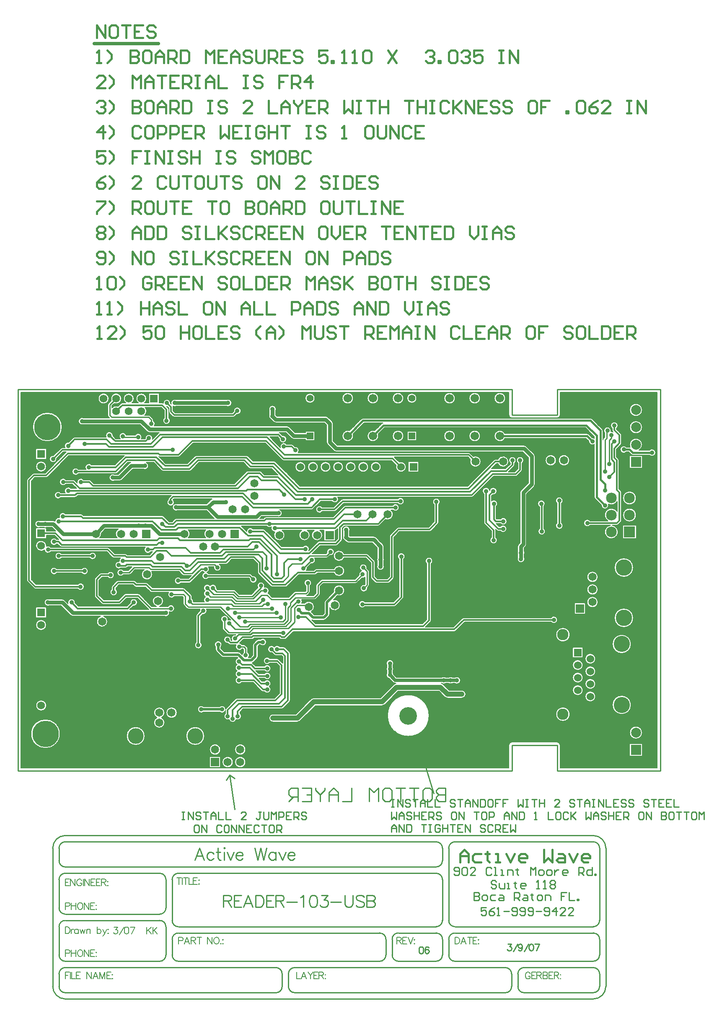
<source format=gbl>
%FSLAX24Y24*%
%MOIN*%
G70*
G01*
G75*
G04 Layer_Physical_Order=2*
G04 Layer_Color=65280*
%ADD10C,0.0080*%
%ADD11R,0.0500X0.0200*%
%ADD12R,0.0800X0.0600*%
%ADD13R,0.0800X0.0140*%
%ADD14R,0.0550X0.0400*%
%ADD15R,0.0300X0.0300*%
%ADD16R,0.0900X0.0550*%
%ADD17R,0.0900X0.1800*%
%ADD18R,0.0630X0.0118*%
%ADD19O,0.0630X0.0118*%
%ADD20O,0.0118X0.0630*%
%ADD21R,0.0300X0.0300*%
%ADD22R,0.0780X0.0780*%
%ADD23R,0.0900X0.0350*%
%ADD24O,0.0800X0.0240*%
%ADD25R,0.0360X0.0500*%
%ADD26R,0.0360X0.0360*%
%ADD27R,0.1800X0.0900*%
%ADD28O,0.0900X0.0240*%
%ADD29R,0.0400X0.0300*%
%ADD30R,0.0550X0.0900*%
%ADD31R,0.0400X0.0550*%
%ADD32R,0.3949X0.1752*%
%ADD33R,0.0600X0.0800*%
%ADD34O,0.0240X0.0800*%
%ADD35R,0.0945X0.0591*%
%ADD36R,0.1102X0.0709*%
%ADD37R,0.0709X0.1102*%
%ADD38O,0.0394X0.0108*%
%ADD39O,0.0108X0.0394*%
%ADD40O,0.0394X0.0108*%
%ADD41R,0.0600X0.0500*%
%ADD42O,0.0800X0.0300*%
%ADD43R,0.0350X0.0700*%
%ADD44R,0.1102X0.0790*%
%ADD45C,0.0120*%
%ADD46C,0.0100*%
%ADD47C,0.0200*%
%ADD48C,0.0300*%
%ADD49C,0.0250*%
%ADD50C,0.0150*%
%ADD51C,0.0400*%
%ADD52C,0.0140*%
%ADD53C,0.0220*%
%ADD54C,0.0090*%
%ADD55C,0.0050*%
%ADD56C,0.0600*%
%ADD57C,0.0650*%
%ADD58C,0.0550*%
%ADD59C,0.0620*%
%ADD60R,0.0620X0.0620*%
%ADD61R,0.0650X0.0650*%
%ADD62R,0.0600X0.0600*%
%ADD63R,0.0520X0.0520*%
%ADD64C,0.0670*%
%ADD65C,0.2100*%
%ADD66C,0.1400*%
%ADD67R,0.0650X0.0650*%
%ADD68C,0.1300*%
%ADD69C,0.1280*%
%ADD70C,0.0900*%
%ADD71C,0.0787*%
%ADD72R,0.0787X0.0787*%
%ADD73R,0.0850X0.0850*%
%ADD74C,0.0850*%
%ADD75C,0.1250*%
%ADD76R,0.0620X0.0620*%
%ADD77C,0.0350*%
D10*
X-8377Y-1247D02*
G03*
X-8377Y-1247I-1165J0D01*
G01*
G03*
X-8377Y-1247I-1165J0D01*
G01*
X-9457Y1003D02*
G03*
X-9457Y1003I-425J0D01*
G01*
X-9467Y7403D02*
G03*
X-9467Y7403I-425J0D01*
G01*
X-9230Y9465D02*
G03*
X-9230Y8935I-118J-265D01*
G01*
X-1628Y-1422D02*
G03*
X-1628Y-1422I-740J0D01*
G01*
X-691Y39D02*
G03*
X-54Y-355I196J-394D01*
G01*
G03*
X-298Y39I-440J0D01*
G01*
X-4602Y7678D02*
G03*
X-4911Y8098I-440J0D01*
G01*
X-5173D02*
G03*
X-4602Y7678I131J-420D01*
G01*
X-7551Y8176D02*
G03*
X-7363Y8098I188J187D01*
G01*
X-7550Y8176D02*
G03*
X-7363Y8098I187J187D01*
G01*
X-298Y39D02*
G03*
X-54Y432I-196J394D01*
G01*
G03*
X-691Y39I-440J0D01*
G01*
X930Y432D02*
G03*
X930Y432I-440J0D01*
G01*
X-89Y8098D02*
G03*
X318Y8363I118J265D01*
G01*
G03*
X301Y8462I-290J0D01*
G01*
G03*
X725Y8719I134J257D01*
G01*
X2495Y8267D02*
G03*
X2443Y8143I124J-124D01*
G01*
X2495Y8267D02*
G03*
X2443Y8143I124J-124D01*
G01*
X-5088Y9095D02*
G03*
X-4965Y9044I124J124D01*
G01*
X-7179Y9162D02*
G03*
X-7177Y9202I-287J40D01*
G01*
X-5088Y9095D02*
G03*
X-4965Y9044I124J124D01*
G01*
X-3665D02*
G03*
X-3541Y9095I0J175D01*
G01*
X-3665Y9044D02*
G03*
X-3541Y9095I0J175D01*
G01*
X-8012Y9387D02*
G03*
X-8200Y9465I-188J-187D01*
G01*
X-8013Y9387D02*
G03*
X-8200Y9465I-187J-187D01*
G01*
X-7177Y9202D02*
G03*
X-7745Y9119I-290J0D01*
G01*
X-5640Y9719D02*
G03*
X-5588Y9595I175J0D01*
G01*
X-5640Y9719D02*
G03*
X-5588Y9595I175J0D01*
G01*
X-3165Y9894D02*
G03*
X-3288Y9843I0J-175D01*
G01*
X-3165Y9894D02*
G03*
X-3288Y9843I0J-175D01*
G01*
X-2556Y8915D02*
G03*
X-2227Y9202I40J287D01*
G01*
G03*
X-2804Y9162I-290J0D01*
G01*
X-461Y8884D02*
G03*
X-153Y9304I-132J420D01*
G01*
X725Y8719D02*
G03*
X197Y8884I-290J0D01*
G01*
X1717Y8720D02*
G03*
X1833Y8672I117J117D01*
G01*
X1717Y8720D02*
G03*
X1833Y8672I117J117D01*
G01*
X1418Y9087D02*
G03*
X1467Y8970I165J0D01*
G01*
X1418Y9087D02*
G03*
X1467Y8970I165J0D01*
G01*
X2228Y9263D02*
G03*
X2113Y9494I-290J0D01*
G01*
X-153Y9304D02*
G03*
X-724Y8884I-440J0D01*
G01*
X-2041Y9843D02*
G03*
X-2165Y9894I-124J-124D01*
G01*
X-2041Y9843D02*
G03*
X-2165Y9894I-124J-124D01*
G01*
X252Y10006D02*
G03*
X722Y9666I231J-175D01*
G01*
X2113Y9676D02*
G03*
X2062Y9800I-175J0D01*
G01*
X2113Y9676D02*
G03*
X2062Y9800I-175J0D01*
G01*
X-10474Y10326D02*
G03*
X-10350Y10275I124J124D01*
G01*
X-10474Y10326D02*
G03*
X-10350Y10275I124J124D01*
G01*
X-6460Y10450D02*
G03*
X-6981Y10625I-290J0D01*
G01*
Y10275D02*
G03*
X-6460Y10450I231J175D01*
G01*
X-11025Y10950D02*
G03*
X-10974Y10826I175J0D01*
G01*
X-11025Y10950D02*
G03*
X-10974Y10826I175J0D01*
G01*
X-8635Y11874D02*
G03*
X-8635Y11523I-231J-175D01*
G01*
X-8260Y13078D02*
G03*
X-8260Y12728I-231J-175D01*
G01*
X-9630Y13368D02*
G03*
X-9110Y13227I288J34D01*
G01*
X-6668Y11523D02*
G03*
X-6147Y11698I231J175D01*
G01*
G03*
X-6668Y11874I-290J0D01*
G01*
X-4292Y10250D02*
G03*
X-3827Y10019I175J-231D01*
G01*
G03*
X-3942Y10250I-290J0D01*
G01*
X-4240Y10541D02*
G03*
X-4292Y10417I124J-124D01*
G01*
X-4240Y10541D02*
G03*
X-4292Y10417I124J-124D01*
G01*
X-2462Y10469D02*
G03*
X-2339Y10418I124J124D01*
G01*
X-2462Y10469D02*
G03*
X-2339Y10418I124J124D01*
G01*
X-3765Y10944D02*
G03*
X-3888Y10893I0J-175D01*
G01*
X-3765Y10944D02*
G03*
X-3888Y10893I0J-175D01*
G01*
X-2391D02*
G03*
X-2515Y10944I-124J-124D01*
G01*
X-2391Y10893D02*
G03*
X-2515Y10944I-124J-124D01*
G01*
X-1393Y10717D02*
G03*
X-1517Y10768I-124J-124D01*
G01*
X-1393Y10717D02*
G03*
X-1517Y10768I-124J-124D01*
G01*
X-1228Y10057D02*
G03*
X-1104Y10006I124J124D01*
G01*
X-1228Y10057D02*
G03*
X-1104Y10006I124J124D01*
G01*
X1557Y10305D02*
G03*
X1433Y10356I-124J-124D01*
G01*
X1557Y10305D02*
G03*
X1433Y10356I-124J-124D01*
G01*
X1914Y10748D02*
G03*
X2037Y10799I0J175D01*
G01*
X1914Y10748D02*
G03*
X2037Y10799I0J175D01*
G01*
X1240Y11098D02*
G03*
X1240Y10748I-231J-175D01*
G01*
X-5588Y11143D02*
G03*
X-5640Y11019I124J-124D01*
G01*
X-5588Y11143D02*
G03*
X-5640Y11019I124J-124D01*
G01*
X-5115Y11544D02*
G03*
X-5238Y11493I0J-175D01*
G01*
X-5115Y11544D02*
G03*
X-5238Y11493I0J-175D01*
G01*
X-4596Y11194D02*
G03*
X-4075Y11369I231J175D01*
G01*
G03*
X-4596Y11544I-290J0D01*
G01*
X-3326Y11734D02*
G03*
X-3326Y11404I-238J-165D01*
G01*
X-3578Y12725D02*
G03*
X-3678Y12457I187J-222D01*
G01*
G03*
X-3532Y11944I-37J-288D01*
G01*
X-3165D02*
G03*
X-3041Y11995I0J175D01*
G01*
X-3165Y11944D02*
G03*
X-3041Y11995I0J175D01*
G01*
X-6022Y12728D02*
G03*
X-5499Y12900I233J172D01*
G01*
G03*
X-6018Y13078I-290J0D01*
G01*
X-4222Y12776D02*
G03*
X-4098Y12725I124J124D01*
G01*
X-4222Y12776D02*
G03*
X-4098Y12725I124J124D01*
G01*
X-3076Y13024D02*
G03*
X-3200Y13075I-124J-124D01*
G01*
X-3076Y13024D02*
G03*
X-3200Y13075I-124J-124D01*
G01*
X-1688Y11810D02*
G03*
X-1028Y11429I220J-381D01*
G01*
X-2893Y11404D02*
G03*
X-2776Y11452I0J165D01*
G01*
X-2893Y11404D02*
G03*
X-2776Y11452I0J165D01*
G01*
X-1028Y11429D02*
G03*
X-1093Y11660I-440J0D01*
G01*
X1341Y11386D02*
G03*
X1458Y11338I117J117D01*
G01*
X1341Y11386D02*
G03*
X1458Y11338I117J117D01*
G01*
X-1602Y13608D02*
G03*
X-1169Y13225I202J-208D01*
G01*
X5390Y-3500D02*
G03*
X5390Y-3500I-440J0D01*
G01*
X6390D02*
G03*
X6390Y-3500I-440J0D01*
G01*
X3108Y-1422D02*
G03*
X3108Y-1422I-740J0D01*
G01*
X3045Y915D02*
G03*
X3045Y485I-195J-215D01*
G01*
X4390Y-2500D02*
G03*
X4390Y-2500I-440J0D01*
G01*
X4775Y381D02*
G03*
X5067Y-115I175J-231D01*
G01*
X4305Y485D02*
G03*
X4775Y608I195J215D01*
G01*
X4826Y774D02*
G03*
X4789Y719I124J-124D01*
G01*
G03*
X4305Y915I-289J-19D01*
G01*
X4826Y774D02*
G03*
X4789Y719I124J-124D01*
G01*
X3985Y5450D02*
G03*
X4048Y5298I215J0D01*
G01*
X3985Y5450D02*
G03*
X4048Y5298I215J0D01*
G01*
X4448Y4898D02*
G03*
X4600Y4835I152J152D01*
G01*
X4448Y4898D02*
G03*
X4600Y4835I152J152D01*
G01*
X6390Y-2500D02*
G03*
X6390Y-2500I-440J0D01*
G01*
X5067Y-115D02*
G03*
X5633Y-115I283J65D01*
G01*
X5700Y1575D02*
G03*
X5576Y1524I0J-175D01*
G01*
X5700Y1575D02*
G03*
X5576Y1524I0J-175D01*
G01*
X5633Y-115D02*
G03*
X6040Y150I117J265D01*
G01*
G03*
X5925Y381I-290J0D01*
G01*
X5696Y3753D02*
G03*
X5696Y3253I147J-250D01*
G01*
Y4253D02*
G03*
X5696Y3753I147J-250D01*
G01*
Y3253D02*
G03*
X6074Y2828I147J-250D01*
G01*
X5764Y4782D02*
G03*
X5696Y4253I79J-279D01*
G01*
X6223Y5241D02*
G03*
X6102Y5052I165J-238D01*
G01*
X5952Y5202D02*
G03*
X5800Y5265I-152J-152D01*
G01*
X5952Y5202D02*
G03*
X5800Y5265I-152J-152D01*
G01*
X8550Y315D02*
G03*
X8550Y-315I0J-315D01*
G01*
X10500D02*
G03*
X10723Y-223I0J315D01*
G01*
X10500Y-315D02*
G03*
X10723Y-223I0J315D01*
G01*
X9250Y725D02*
G03*
X9374Y776I0J175D01*
G01*
X9250Y725D02*
G03*
X9374Y776I0J175D01*
G01*
X9874Y1276D02*
G03*
X9925Y1400I-124J124D01*
G01*
X9874Y1276D02*
G03*
X9925Y1400I-124J124D01*
G01*
X11803Y1618D02*
G03*
X11580Y1526I0J-315D01*
G01*
X11803Y1618D02*
G03*
X11580Y1526I0J-315D01*
G01*
X6957Y4355D02*
G03*
X6903Y4392I-124J-124D01*
G01*
X6957Y4355D02*
G03*
X6903Y4392I-124J-124D01*
G01*
X7649Y2149D02*
G03*
X7773Y2098I124J124D01*
G01*
X7649Y2149D02*
G03*
X7773Y2098I124J124D01*
G01*
X6609Y4815D02*
G03*
X6678Y5003I-221J188D01*
G01*
X6903Y4392D02*
G03*
X7002Y4448I-53J208D01*
G01*
X6903Y4392D02*
G03*
X7002Y4448I-53J208D01*
G01*
X6678Y5003D02*
G03*
X6553Y5241I-290J0D01*
G01*
Y5523D02*
G03*
X6505Y5640I-165J0D01*
G01*
X6553Y5523D02*
G03*
X6505Y5640I-165J0D01*
G01*
X7302Y4748D02*
G03*
X7365Y4900I-152J152D01*
G01*
X7302Y4748D02*
G03*
X7365Y4900I-152J152D01*
G01*
X7862Y2098D02*
G03*
X8383Y2273I231J175D01*
G01*
G03*
X8256Y2513I-290J0D01*
G01*
X8383Y2753D02*
G03*
X7862Y2928I-290J0D01*
G01*
X8256Y2513D02*
G03*
X8383Y2753I-163J240D01*
G01*
X7862Y3178D02*
G03*
X8383Y3353I231J175D01*
G01*
G03*
X7862Y3528I-290J0D01*
G01*
Y3778D02*
G03*
X8383Y3953I231J175D01*
G01*
G03*
X7862Y4128I-290J0D01*
G01*
X8320Y4728D02*
G03*
X8320Y4378I-231J-175D01*
G01*
X8658Y5664D02*
G03*
X8473Y5194I-225J-183D01*
G01*
X8640Y5026D02*
G03*
X8764Y4975I124J124D01*
G01*
X8640Y5026D02*
G03*
X8764Y4975I124J124D01*
G01*
X9115Y5656D02*
G03*
X8658Y5664I-231J-175D01*
G01*
X9021Y4677D02*
G03*
X8897Y4728I-124J-124D01*
G01*
X9021Y4677D02*
G03*
X8897Y4728I-124J-124D01*
G01*
X9925Y5150D02*
G03*
X9874Y5274I-175J0D01*
G01*
X9543Y5605D02*
G03*
X9419Y5656I-124J-124D01*
G01*
X9925Y5150D02*
G03*
X9874Y5274I-175J0D01*
G01*
X9543Y5605D02*
G03*
X9419Y5656I-124J-124D01*
G01*
X2443Y6034D02*
G03*
X2908Y5803I175J-231D01*
G01*
G03*
X2793Y6034I-290J0D01*
G01*
X4490Y5850D02*
G03*
X3985Y5655I-290J0D01*
G01*
X4415D02*
G03*
X4490Y5850I-215J195D01*
G01*
X4530Y7146D02*
G03*
X4579Y7029I165J0D01*
G01*
X4530Y7146D02*
G03*
X4579Y7029I165J0D01*
G01*
X2754Y8672D02*
G03*
X2721Y8493I255J-139D01*
G01*
X2969Y8246D02*
G03*
X3298Y8533I40J287D01*
G01*
X5218Y6241D02*
G03*
X4968Y5954I-290J0D01*
G01*
X4912Y6696D02*
G03*
X5028Y6648I117J117D01*
G01*
X4912Y6696D02*
G03*
X5028Y6648I117J117D01*
G01*
X5045Y5877D02*
G03*
X5168Y5826I124J124D01*
G01*
X5045Y5877D02*
G03*
X5168Y5826I124J124D01*
G01*
X5216Y6201D02*
G03*
X5218Y6241I-287J40D01*
G01*
X5573Y6618D02*
G03*
X5288Y6176I-40J-287D01*
G01*
X5622Y5826D02*
G03*
X6107Y5508I246J-153D01*
G01*
Y5838D02*
G03*
X5910Y5960I-238J-165D01*
G01*
X4985Y7875D02*
G03*
X4530Y7636I-290J0D01*
G01*
X4972Y7789D02*
G03*
X4985Y7875I-277J86D01*
G01*
X5193Y7793D02*
G03*
X4972Y7789I-105J-270D01*
G01*
X3298Y8533D02*
G03*
X3263Y8672I-290J0D01*
G01*
X3181Y9650D02*
G03*
X3091Y9234I148J-250D01*
G01*
X3144Y10125D02*
G03*
X3181Y9650I183J-225D01*
G01*
X3551Y10534D02*
G03*
X3144Y10125I-225J-184D01*
G01*
X4063Y10299D02*
G03*
X4068Y10353I-285J54D01*
G01*
G03*
X3551Y10534I-290J0D01*
G01*
X3092Y11583D02*
G03*
X3430Y11138I106J-270D01*
G01*
Y11488D02*
G03*
X3304Y11583I-231J-175D01*
G01*
G03*
X3488Y11853I-106J270D01*
G01*
X2967Y11678D02*
G03*
X3092Y11583I231J175D01*
G01*
X3488Y11853D02*
G03*
X3424Y12035I-290J0D01*
G01*
X4423Y11981D02*
G03*
X4290Y12225I-290J0D01*
G01*
X5552Y10167D02*
G03*
X5436Y10215I-117J-117D01*
G01*
X5552Y10167D02*
G03*
X5436Y10215I-117J-117D01*
G01*
X3848Y12033D02*
G03*
X4423Y11981I285J-52D01*
G01*
X4800Y12225D02*
G03*
X4924Y12276I0J175D01*
G01*
X4800Y12225D02*
G03*
X4924Y12276I0J175D01*
G01*
X6355Y5790D02*
G03*
X6238Y5838I-117J-117D01*
G01*
X6355Y5790D02*
G03*
X6238Y5838I-117J-117D01*
G01*
X6998Y5952D02*
G03*
X6935Y5800I152J-152D01*
G01*
X6998Y5952D02*
G03*
X6935Y5800I152J-152D01*
G01*
X6883Y6256D02*
G03*
X7007Y6307I0J175D01*
G01*
X6883Y6256D02*
G03*
X7007Y6307I0J175D01*
G01*
X7555Y5835D02*
G03*
X8040Y6050I195J215D01*
G01*
X7400Y6265D02*
G03*
X7248Y6202I0J-215D01*
G01*
X7400Y6265D02*
G03*
X7248Y6202I0J-215D01*
G01*
X8040Y6050D02*
G03*
X7555Y6265I-290J0D01*
G01*
X9110Y6307D02*
G03*
X9233Y6256I124J124D01*
G01*
X9483D02*
G03*
X9607Y6307I0J175D01*
G01*
X9110D02*
G03*
X9233Y6256I124J124D01*
G01*
X9483D02*
G03*
X9607Y6307I0J175D01*
G01*
X10839Y9128D02*
G03*
X10875Y9269I-253J141D01*
G01*
G03*
X10832Y9422I-290J0D01*
G01*
X11595Y8459D02*
G03*
X11838Y8853I-196J394D01*
G01*
G03*
X11055Y9128I-440J0D01*
G01*
X8200Y9897D02*
G03*
X8161Y9926I-117J-117D01*
G01*
X8200Y9897D02*
G03*
X8161Y9926I-117J-117D01*
G01*
G03*
X8238Y10123I-213J197D01*
G01*
G03*
X7855Y10397I-290J0D01*
G01*
G03*
X7888Y10533I-256J136D01*
G01*
G03*
X7356Y10374I-290J0D01*
G01*
X8379Y10478D02*
G03*
X8502Y10427I124J124D01*
G01*
X8379Y10478D02*
G03*
X8502Y10427I124J124D01*
G01*
X9557D02*
G03*
X9681Y10478I0J175D01*
G01*
X9557Y10427D02*
G03*
X9681Y10478I0J175D01*
G01*
X6701Y11063D02*
G03*
X7278Y11023I287J-40D01*
G01*
X6822Y11437D02*
G03*
X6698Y11488I-124J-124D01*
G01*
X7278Y11023D02*
G03*
X6949Y11310I-290J0D01*
G01*
X6822Y11437D02*
G03*
X6698Y11488I-124J-124D01*
G01*
X7325Y11604D02*
G03*
X7376Y11481I175J0D01*
G01*
X7325Y11604D02*
G03*
X7376Y11481I175J0D01*
G01*
X10333Y10065D02*
G03*
X10217Y10017I0J-165D01*
G01*
X10333Y10065D02*
G03*
X10217Y10017I0J-165D01*
G01*
X11249Y9752D02*
G03*
X11294Y9783I-72J148D01*
G01*
X11249Y9752D02*
G03*
X11294Y9783I-72J148D01*
G01*
X11444Y9933D02*
G03*
X11492Y10050I-117J117D01*
G01*
X11444Y9933D02*
G03*
X11492Y10050I-117J117D01*
G01*
X11617Y10750D02*
G03*
X11162Y10512I-290J0D01*
G01*
X11492D02*
G03*
X11617Y10750I-165J238D01*
G01*
X11217Y11744D02*
G03*
X11275Y11919I-231J175D01*
G01*
G03*
X11271Y11971I-290J0D01*
G01*
X11583Y12284D02*
G03*
X11925Y12569I52J285D01*
G01*
X-9974Y15696D02*
G03*
X-9974Y15166I-118J-265D01*
G01*
X-9110Y13577D02*
G03*
X-9469Y13663I-231J-175D01*
G01*
G03*
X-9467Y13703I-423J40D01*
G01*
G03*
X-9630Y13368I-425J0D01*
G01*
X-8635Y14198D02*
G03*
X-8635Y13849I-231J-175D01*
G01*
X-8390Y13659D02*
G03*
X-8267Y13608I124J124D01*
G01*
X-8390Y13659D02*
G03*
X-8267Y13608I124J124D01*
G01*
X-9690Y15166D02*
G03*
X-9454Y15166I118J265D01*
G01*
Y15696D02*
G03*
X-9690Y15696I-118J-265D01*
G01*
X-8782Y15659D02*
G03*
X-8917Y15696I-135J-228D01*
G01*
X-8782Y15659D02*
G03*
X-8917Y15696I-135J-228D01*
G01*
X-8433Y15937D02*
G03*
X-8782Y15659I-59J-284D01*
G01*
X-10974Y19024D02*
G03*
X-11025Y18900I124J-124D01*
G01*
X-10974Y19024D02*
G03*
X-11025Y18900I124J-124D01*
G01*
X-10450Y19475D02*
G03*
X-10574Y19424I0J-175D01*
G01*
X-10450Y19475D02*
G03*
X-10574Y19424I0J-175D01*
G01*
X-9500Y19125D02*
G03*
X-9376Y19176I0J175D01*
G01*
X-9500Y19125D02*
G03*
X-9376Y19176I0J175D01*
G01*
X-8310Y17903D02*
G03*
X-8310Y17553I-231J-175D01*
G01*
X-7935Y16227D02*
G03*
X-8433Y15937I-231J-175D01*
G01*
X-7514Y18258D02*
G03*
X-7973Y17903I-227J-180D01*
G01*
X-7910Y18953D02*
G03*
X-7910Y18603I-231J-175D01*
G01*
X-4476Y13526D02*
G03*
X-4600Y13577I-124J-124D01*
G01*
X-4476Y13526D02*
G03*
X-4600Y13577I-124J-124D01*
G01*
X-5246Y14327D02*
G03*
X-5102Y14653I-296J326D01*
G01*
G03*
X-5106Y14714I-440J0D01*
G01*
X-3755Y15038D02*
G03*
X-3837Y14327I213J-385D01*
G01*
X-124Y16043D02*
G03*
X-248Y16094I-124J-124D01*
G01*
X-7218Y18902D02*
G03*
X-7342Y18953I-124J-124D01*
G01*
X-7218Y18902D02*
G03*
X-7342Y18953I-124J-124D01*
G01*
X-7192Y17553D02*
G03*
X-7068Y17604I0J175D01*
G01*
X-7192Y17553D02*
G03*
X-7068Y17604I0J175D01*
G01*
X-6574Y16176D02*
G03*
X-6698Y16227I-124J-124D01*
G01*
X-6574Y16176D02*
G03*
X-6698Y16227I-124J-124D01*
G01*
X-6510Y18953D02*
G03*
X-7023Y18707I-231J-175D01*
G01*
X-5943Y18902D02*
G03*
X-6067Y18953I-124J-124D01*
G01*
X-5943Y18902D02*
G03*
X-6067Y18953I-124J-124D01*
G01*
X-6910Y19775D02*
G03*
X-6910Y19425I-231J-175D01*
G01*
X-4069Y19388D02*
G03*
X-4069Y18858I-118J-265D01*
G01*
X-3652D02*
G03*
X-3464Y18936I0J265D01*
G01*
X-3652Y18858D02*
G03*
X-3464Y18936I0J265D01*
G01*
X-3950Y19425D02*
G03*
X-3826Y19476I0J175D01*
G01*
X-3950Y19425D02*
G03*
X-3826Y19476I0J175D01*
G01*
X-1754Y19798D02*
G03*
X-1347Y20063I118J265D01*
G01*
X-300Y19684D02*
G03*
X-177Y19633I124J124D01*
G01*
X-300Y19684D02*
G03*
X-177Y19633I124J124D01*
G01*
X-9467Y20003D02*
G03*
X-9467Y20003I-425J0D01*
G01*
X-5860Y20125D02*
G03*
X-6323Y19775I-231J-175D01*
G01*
X-8881Y20889D02*
G03*
X-8652Y20606I-61J-284D01*
G01*
X-8192Y21506D02*
G03*
X-8315Y21455I0J-175D01*
G01*
X-8192Y21506D02*
G03*
X-8315Y21455I0J-175D01*
G01*
X-7702Y21940D02*
G03*
X-7992Y21506I-40J-287D01*
G01*
X-8227Y23153D02*
G03*
X-8227Y23153I-1165J0D01*
G01*
G03*
X-8227Y23153I-1165J0D01*
G01*
X-7237Y22333D02*
G03*
X-7360Y22282I0J-175D01*
G01*
X-7237Y22333D02*
G03*
X-7360Y22282I0J-175D01*
G01*
X-6508Y23868D02*
G03*
X-6531Y23338I-128J-260D01*
G01*
X-4172Y22483D02*
G03*
X-4710Y22333I-290J0D01*
G01*
X-4174Y22443D02*
G03*
X-4172Y22483I-287J40D01*
G01*
X-3118Y22517D02*
G03*
X-3592Y22203I-269J-109D01*
G01*
X-2751Y20325D02*
G03*
X-2899Y20250I39J-262D01*
G01*
X-1347Y20063D02*
G03*
X-1513Y20325I-290J0D01*
G01*
X-2751D02*
G03*
X-2899Y20250I39J-262D01*
G01*
X-1918Y22203D02*
G03*
X-1877Y22352I-249J149D01*
G01*
G03*
X-2405Y22517I-290J0D01*
G01*
X-1027Y22258D02*
G03*
X-1604Y22218I-290J0D01*
G01*
X-1459Y22776D02*
G03*
X-1272Y22698I187J187D01*
G01*
X-1459Y22776D02*
G03*
X-1272Y22698I188J187D01*
G01*
X-1040Y22173D02*
G03*
X-1027Y22258I-277J85D01*
G01*
X-521Y20790D02*
G03*
X-450Y20775I71J160D01*
G01*
X-521Y20790D02*
G03*
X-450Y20775I71J160D01*
G01*
X-486Y22698D02*
G03*
X-558Y22655I52J-167D01*
G01*
X-486Y22698D02*
G03*
X-558Y22655I52J-167D01*
G01*
X-898Y23228D02*
G03*
X-832Y23413I-223J185D01*
G01*
G03*
X-957Y23651I-290J0D01*
G01*
Y23703D02*
G03*
X-1005Y23820I-165J0D01*
G01*
X-957Y23703D02*
G03*
X-1005Y23820I-165J0D01*
G01*
X-4592Y24083D02*
G03*
X-4543Y23966I165J0D01*
G01*
X-4592Y24083D02*
G03*
X-4543Y23966I165J0D01*
G01*
X-3767Y24811D02*
G03*
X-4262Y24661I-150J-398D01*
G01*
X-4543Y25020D02*
G03*
X-4592Y24903I117J-117D01*
G01*
X-4543Y25020D02*
G03*
X-4592Y24903I117J-117D01*
G01*
X-4077Y25019D02*
G03*
X-3492Y25413I160J394D01*
G01*
X-3442Y25063D02*
G03*
X-3565Y25012I0J-175D01*
G01*
X-3442Y25063D02*
G03*
X-3565Y25012I0J-175D01*
G01*
X-4492Y25413D02*
G03*
X-4492Y25413I-425J0D01*
G01*
X-3492D02*
G03*
X-4310Y25253I-425J0D01*
G01*
X-1643Y24088D02*
G03*
X-1492Y24413I-274J325D01*
G01*
G03*
X-1616Y24713I-425J0D01*
G01*
X-2676Y25063D02*
G03*
X-2492Y25413I-241J350D01*
G01*
X-1676Y25063D02*
G03*
X-1492Y25413I-241J350D01*
G01*
X-1225Y24040D02*
G03*
X-1342Y24088I-117J-117D01*
G01*
X-1225Y24040D02*
G03*
X-1342Y24088I-117J-117D01*
G01*
X-176Y25043D02*
G03*
X-257Y25063I-81J-155D01*
G01*
X-176Y25043D02*
G03*
X-257Y25063I-81J-155D01*
G01*
X-2492Y25413D02*
G03*
X-3158Y25063I-425J0D01*
G01*
X-1492Y25413D02*
G03*
X-2158Y25063I-425J0D01*
G01*
X867Y15877D02*
G03*
X744Y15826I0J-175D01*
G01*
X867Y15877D02*
G03*
X744Y15826I0J-175D01*
G01*
X-124Y16043D02*
G03*
X-248Y16094I-124J-124D01*
G01*
X961Y17028D02*
G03*
X961Y16498I-118J-265D01*
G01*
X1804Y14327D02*
G03*
X1948Y14653I-296J326D01*
G01*
G03*
X1805Y14978I-440J0D01*
G01*
X238Y17389D02*
G03*
X703Y17158I175J-231D01*
G01*
G03*
X612Y17369I-290J0D01*
G01*
X3212Y14978D02*
G03*
X3213Y14327I297J-325D01*
G01*
X290Y17542D02*
G03*
X238Y17418I124J-124D01*
G01*
X290Y17542D02*
G03*
X238Y17418I124J-124D01*
G01*
X1921Y19633D02*
G03*
X2045Y19684I0J175D01*
G01*
X1921Y19633D02*
G03*
X2045Y19684I0J175D01*
G01*
X1050Y20775D02*
G03*
X1174Y20826I0J175D01*
G01*
X1050Y20775D02*
G03*
X1174Y20826I0J175D01*
G01*
X3702Y17433D02*
G03*
X3616Y17375I101J-245D01*
G01*
X3702Y17433D02*
G03*
X3616Y17375I101J-245D01*
G01*
X2463Y20883D02*
G03*
X2340Y20832I0J-175D01*
G01*
X2463Y20883D02*
G03*
X2340Y20832I0J-175D01*
G01*
X6981Y15025D02*
G03*
X6460Y14849I-231J-175D01*
G01*
X7924Y14974D02*
G03*
X7800Y15025I-124J-124D01*
G01*
X7924Y14974D02*
G03*
X7800Y15025I-124J-124D01*
G01*
X8701Y14810D02*
G03*
X9498Y14553I357J-257D01*
G01*
G03*
X9290Y14927I-440J0D01*
G01*
X8428Y15201D02*
G03*
X8701Y14810I272J-101D01*
G01*
X7993Y15998D02*
G03*
X7870Y15947I0J-175D01*
G01*
X7993Y15998D02*
G03*
X7870Y15947I0J-175D01*
G01*
X8033Y15273D02*
G03*
X8428Y15201I235J170D01*
G01*
X11396Y13296D02*
G03*
X11440Y13450I-246J154D01*
G01*
G03*
X10919Y13625I-290J0D01*
G01*
X10827Y14927D02*
G03*
X11498Y14553I232J-374D01*
G01*
G03*
X11290Y14927I-440J0D01*
G01*
X11827D02*
G03*
X12498Y14553I232J-374D01*
G01*
X6563Y19653D02*
G03*
X6440Y19602I0J-175D01*
G01*
X6563Y19653D02*
G03*
X6440Y19602I0J-175D01*
G01*
X7627D02*
G03*
X7503Y19653I-124J-124D01*
G01*
X7627Y19602D02*
G03*
X7503Y19653I-124J-124D01*
G01*
X8876Y16037D02*
G03*
X9283Y16302I118J265D01*
G01*
G03*
X9085Y16577I-290J0D01*
G01*
X6574Y20832D02*
G03*
X6450Y20883I-124J-124D01*
G01*
X6574Y20832D02*
G03*
X6450Y20883I-124J-124D01*
G01*
X6650Y19874D02*
G03*
X6774Y19823I124J124D01*
G01*
X6650Y19874D02*
G03*
X6774Y19823I124J124D01*
G01*
X8780Y20374D02*
G03*
X8656Y20425I-124J-124D01*
G01*
X8780Y20374D02*
G03*
X8656Y20425I-124J-124D01*
G01*
X9276Y20526D02*
G03*
X9400Y20475I124J124D01*
G01*
X9276Y20526D02*
G03*
X9400Y20475I124J124D01*
G01*
X11148Y19978D02*
G03*
X11148Y19978I-415J0D01*
G01*
X10628Y21293D02*
G03*
X10299Y21580I-290J0D01*
G01*
X10560Y21106D02*
G03*
X10628Y21293I-221J187D01*
G01*
X12148Y19978D02*
G03*
X12148Y19978I-415J0D01*
G01*
X-87Y23884D02*
G03*
X378Y23653I175J-231D01*
G01*
G03*
X263Y23884I-290J0D01*
G01*
X268Y24378D02*
G03*
X320Y24254I175J0D01*
G01*
X268Y24378D02*
G03*
X320Y24254I175J0D01*
G01*
X590Y23984D02*
G03*
X713Y23933I124J124D01*
G01*
X590Y23984D02*
G03*
X713Y23933I124J124D01*
G01*
X263Y24543D02*
G03*
X212Y24667I-175J0D01*
G01*
X263Y24543D02*
G03*
X212Y24667I-175J0D01*
G01*
X101Y24778D02*
G03*
X153Y24781I13J290D01*
G01*
X403Y25068D02*
G03*
X-176Y25043I-290J0D01*
G01*
X401Y25028D02*
G03*
X403Y25068I-287J40D01*
G01*
X606Y24802D02*
G03*
X851Y24798I127J261D01*
G01*
X618Y24738D02*
G03*
X606Y24802I-175J0D01*
G01*
X618Y24738D02*
G03*
X606Y24802I-175J0D01*
G01*
X851Y25328D02*
G03*
X459Y24970I-118J-265D01*
G01*
X5273Y25063D02*
G03*
X4866Y25328I-290J0D01*
G01*
Y24798D02*
G03*
X5273Y25063I118J265D01*
G01*
X9366Y21888D02*
G03*
X9141Y21518I52J-285D01*
G01*
X9650Y21778D02*
G03*
X9405Y21893I-231J-175D01*
G01*
G03*
X9643Y22178I-52J285D01*
G01*
X9066Y22218D02*
G03*
X9366Y21888I287J-40D01*
G01*
X9643Y22178D02*
G03*
X9314Y22465I-290J0D01*
G01*
X9124Y22655D02*
G03*
X9052Y22698I-124J-124D01*
G01*
X9124Y22655D02*
G03*
X9052Y22698I-124J-124D01*
G01*
X9876Y23150D02*
G03*
X9688Y23228I-188J-187D01*
G01*
X9876Y23150D02*
G03*
X9688Y23228I-187J-187D01*
G01*
X10152Y21727D02*
G03*
X10028Y21778I-124J-124D01*
G01*
X10152Y21727D02*
G03*
X10028Y21778I-124J-124D01*
G01*
X10026Y22251D02*
G03*
X10213Y22173I188J187D01*
G01*
X10026Y22251D02*
G03*
X10213Y22173I187J187D01*
G01*
X5393Y23933D02*
G03*
X5517Y23984I0J175D01*
G01*
X5393Y23933D02*
G03*
X5517Y23984I0J175D01*
G01*
X5684Y24151D02*
G03*
X6013Y24438I40J287D01*
G01*
G03*
X5436Y24398I-290J0D01*
G01*
X8253Y24121D02*
G03*
X8414Y23732I265J-118D01*
G01*
X8581Y23566D02*
G03*
X8768Y23488I187J187D01*
G01*
X8581Y23566D02*
G03*
X8768Y23488I188J187D01*
G01*
X8783Y24455D02*
G03*
X8808Y24573I-265J118D01*
G01*
G03*
X8253Y24455I-290J0D01*
G01*
X11893Y25438D02*
G03*
X11893Y25438I-390J0D01*
G01*
X11648Y7811D02*
G03*
X11750Y7785I102J189D01*
G01*
X11648Y7811D02*
G03*
X11750Y7785I102J189D01*
G01*
X11853Y9422D02*
G03*
X11970Y9470I0J165D01*
G01*
X11853Y9422D02*
G03*
X11970Y9470I0J165D01*
G01*
X12600Y7785D02*
G03*
X12752Y7848I0J215D01*
G01*
X12600Y7785D02*
G03*
X12752Y7848I0J215D01*
G01*
X13002Y8098D02*
G03*
X13065Y8250I-152J152D01*
G01*
X13002Y8098D02*
G03*
X13065Y8250I-152J152D01*
G01*
X12698Y9347D02*
G03*
X12635Y9195I152J-152D01*
G01*
X12698Y9347D02*
G03*
X12635Y9195I152J-152D01*
G01*
X13065Y8781D02*
G03*
X13898Y8978I393J197D01*
G01*
G03*
X13368Y9409I-440J0D01*
G01*
X12252Y9752D02*
G03*
X12300Y9869I-117J117D01*
G01*
X12252Y9752D02*
G03*
X12300Y9869I-117J117D01*
G01*
X12019Y10649D02*
G03*
X11970Y10533I117J-117D01*
G01*
X12019Y10649D02*
G03*
X11970Y10533I117J-117D01*
G01*
X15890Y9228D02*
G03*
X15890Y8878I-231J-175D01*
G01*
X13689Y9730D02*
G03*
X14248Y10153I119J423D01*
G01*
G03*
X13385Y10034I-440J0D01*
G01*
X15835Y10616D02*
G03*
X16073Y10331I-52J-285D01*
G01*
G03*
X16069Y10383I-290J0D01*
G01*
X17238Y988D02*
G03*
X17461Y1080I0J315D01*
G01*
X17238Y988D02*
G03*
X17461Y1080I0J315D01*
G01*
X20969Y203D02*
G03*
X20969Y203I-1650J0D01*
G01*
X18332Y2763D02*
G03*
X18166Y2676I56J-310D01*
G01*
X18332Y2763D02*
G03*
X18166Y2676I56J-310D01*
G01*
X18119Y2833D02*
G03*
X18288Y2763I170J170D01*
G01*
X18119Y2833D02*
G03*
X18288Y2763I170J170D01*
G01*
X17618Y3596D02*
G03*
X17804Y3148I240J-163D01*
G01*
X23588Y1588D02*
G03*
X23903Y1903I0J315D01*
G01*
X22216Y1680D02*
G03*
X22438Y1588I223J223D01*
G01*
X22216Y1680D02*
G03*
X22438Y1588I223J223D01*
G01*
X21976Y2763D02*
G03*
X22004Y2746I163J240D01*
G01*
G03*
X21944Y2763I-116J-293D01*
G01*
X22111Y2676D02*
G03*
X22033Y2733I-223J-223D01*
G01*
X22111Y2676D02*
G03*
X22033Y2733I-223J-223D01*
G01*
G03*
X22301Y2763I105J270D01*
G01*
X22004Y2746D02*
G03*
X21944Y2763I-116J-293D01*
G01*
X23903Y1903D02*
G03*
X23588Y2218I-315J0D01*
G01*
X22526Y2763D02*
G03*
X22851Y2763I163J240D01*
G01*
X23026D02*
G03*
X23478Y3003I163J240D01*
G01*
G03*
X23026Y3243I-290J0D01*
G01*
X17618Y4066D02*
G03*
X17618Y3740I240J-163D01*
G01*
X18148Y4353D02*
G03*
X17618Y4190I-290J0D01*
G01*
X18143Y3488D02*
G03*
X18098Y3596I-285J-55D01*
G01*
X18148Y3903D02*
G03*
X18098Y4066I-290J0D01*
G01*
Y3740D02*
G03*
X18148Y3903I-240J163D01*
G01*
X18098Y4190D02*
G03*
X18148Y4353I-240J163D01*
G01*
X18203Y8878D02*
G03*
X18327Y8929I0J175D01*
G01*
X16152Y10466D02*
G03*
X16200Y10583I-117J117D01*
G01*
X16152Y10466D02*
G03*
X16200Y10583I-117J117D01*
G01*
X18203Y8878D02*
G03*
X18327Y8929I0J175D01*
G01*
X18887Y9490D02*
G03*
X18938Y9613I-124J124D01*
G01*
X18887Y9490D02*
G03*
X18938Y9613I-124J124D01*
G01*
X22301Y3243D02*
G03*
X21976Y3243I-163J-240D01*
G01*
X22851D02*
G03*
X22526Y3243I-163J-240D01*
G01*
X22988Y6886D02*
G03*
X23112Y6937I0J175D01*
G01*
X22988Y6886D02*
G03*
X23112Y6937I0J175D01*
G01*
X21087Y7640D02*
G03*
X21138Y7763I-124J124D01*
G01*
X21087Y7640D02*
G03*
X21138Y7763I-124J124D01*
G01*
X23738Y7986D02*
G03*
X23615Y7935I0J-175D01*
G01*
X23738Y7986D02*
G03*
X23615Y7935I0J-175D01*
G01*
X12483Y11046D02*
G03*
X12367Y10997I0J-165D01*
G01*
X12483Y11046D02*
G03*
X12367Y10997I0J-165D01*
G01*
X11885Y11394D02*
G03*
X12009Y11445I0J175D01*
G01*
X11885Y11394D02*
G03*
X12009Y11445I0J175D01*
G01*
X12020Y11879D02*
G03*
X11896Y11828I0J-175D01*
G01*
X12020Y11879D02*
G03*
X11896Y11828I0J-175D01*
G01*
X13404Y11529D02*
G03*
X14247Y11704I404J175D01*
G01*
G03*
X13404Y11879I-440J0D01*
G01*
X11925Y12569D02*
G03*
X11859Y12754I-290J0D01*
G01*
X12835D02*
G03*
X12952Y12802I0J165D01*
G01*
X12835Y12754D02*
G03*
X12952Y12802I0J165D01*
G01*
X13083Y12934D02*
G03*
X13425Y13219I52J285D01*
G01*
X14211Y13079D02*
G03*
X14211Y12729I-404J-175D01*
G01*
X15133Y10716D02*
G03*
X15250Y10764I0J165D01*
G01*
X15133Y10716D02*
G03*
X15250Y10764I0J165D01*
G01*
X15605Y11710D02*
G03*
X15398Y11379I78J-279D01*
G01*
X15631Y11145D02*
G03*
X15870Y11209I52J285D01*
G01*
X16025Y11969D02*
G03*
X15605Y11710I-290J0D01*
G01*
X12230Y14058D02*
G03*
X12107Y14007I0J-175D01*
G01*
X12230Y14058D02*
G03*
X12107Y14007I0J-175D01*
G01*
X13425Y13219D02*
G03*
X12850Y13167I-290J0D01*
G01*
X13573Y13708D02*
G03*
X13697Y13759I0J175D01*
G01*
X13573Y13708D02*
G03*
X13697Y13759I0J175D01*
G01*
X12498Y14553D02*
G03*
X12290Y14927I-440J0D01*
G01*
X13498Y14927D02*
G03*
X13616Y14978I-6J175D01*
G01*
X13498Y14927D02*
G03*
X13616Y14978I-6J175D01*
G01*
X14007Y14069D02*
G03*
X14058Y14193I-124J124D01*
G01*
X14007Y14069D02*
G03*
X14058Y14193I-124J124D01*
G01*
X14113Y14501D02*
G03*
X14274Y14112I265J-118D01*
G01*
X14371Y14016D02*
G03*
X14558Y13938I187J187D01*
G01*
X14371Y14016D02*
G03*
X14558Y13938I188J187D01*
G01*
X14643Y14865D02*
G03*
X14668Y14983I-265J118D01*
G01*
G03*
X14113Y14865I-290J0D01*
G01*
X16200Y11669D02*
G03*
X16152Y11786I-165J0D01*
G01*
X16200Y11669D02*
G03*
X16152Y11786I-165J0D01*
G01*
X16325Y11200D02*
G03*
X16376Y11076I175J0D01*
G01*
X16325Y11200D02*
G03*
X16376Y11076I175J0D01*
G01*
X16676Y10776D02*
G03*
X16800Y10725I124J124D01*
G01*
X16676Y10776D02*
G03*
X16800Y10725I124J124D01*
G01*
X17700D02*
G03*
X17824Y10776I0J175D01*
G01*
X17700Y10725D02*
G03*
X17824Y10776I0J175D01*
G01*
X18124Y11076D02*
G03*
X18175Y11200I-124J124D01*
G01*
X18124Y11076D02*
G03*
X18175Y11200I-124J124D01*
G01*
X16021Y11917D02*
G03*
X16025Y11969I-285J52D01*
G01*
X16843Y12171D02*
G03*
X17398Y12053I265J-118D01*
G01*
G03*
X17373Y12171I-290J0D01*
G01*
X21138Y12272D02*
G03*
X21253Y12503I-175J231D01*
G01*
G03*
X20788Y12272I-290J0D01*
G01*
X16675Y12400D02*
G03*
X16624Y12524I-175J0D01*
G01*
X16675Y12400D02*
G03*
X16624Y12524I-175J0D01*
G01*
X16843Y12721D02*
G03*
X16843Y12485I265J-118D01*
G01*
X17398Y12603D02*
G03*
X17373Y12721I-290J0D01*
G01*
Y12485D02*
G03*
X17398Y12603I-265J118D01*
G01*
X16120Y13028D02*
G03*
X15996Y13079I-124J-124D01*
G01*
X16120Y13028D02*
G03*
X15996Y13079I-124J-124D01*
G01*
X17373Y13653D02*
G03*
X17296Y13840I-265J0D01*
G01*
X16746Y14390D02*
G03*
X16558Y14468I-188J-187D01*
G01*
X16746Y14390D02*
G03*
X16558Y14468I-187J-187D01*
G01*
X16927Y15277D02*
G03*
X17051Y15328I0J175D01*
G01*
X16927Y15277D02*
G03*
X17051Y15328I0J175D01*
G01*
X17373Y13653D02*
G03*
X17295Y13841I-265J0D01*
G01*
X17876Y14574D02*
G03*
X17825Y14450I124J-124D01*
G01*
X17876Y14574D02*
G03*
X17825Y14450I124J-124D01*
G01*
X18550Y15175D02*
G03*
X18426Y15124I0J-175D01*
G01*
X18550Y15175D02*
G03*
X18426Y15124I0J-175D01*
G01*
X19053Y12853D02*
G03*
X18588Y12622I-290J0D01*
G01*
X18938D02*
G03*
X19053Y12853I-175J231D01*
G01*
X21000Y14825D02*
G03*
X21124Y14876I0J175D01*
G01*
X21000Y14825D02*
G03*
X21124Y14876I0J175D01*
G01*
X21674Y15426D02*
G03*
X21725Y15550I-124J124D01*
G01*
X21674Y15426D02*
G03*
X21725Y15550I-124J124D01*
G01*
X31398Y-2147D02*
G03*
X31158Y-1907I-240J0D01*
G01*
X27558D02*
G03*
X27318Y-2147I0J-240D01*
G01*
X27558Y-1907D02*
G03*
X27318Y-2147I0J-240D01*
G01*
X31398D02*
G03*
X31158Y-1907I-240J0D01*
G01*
X32183Y311D02*
G03*
X32183Y311I-565J0D01*
G01*
X30667Y7636D02*
G03*
X31188Y7811I231J175D01*
G01*
X32183Y6631D02*
G03*
X32183Y6631I-565J0D01*
G01*
X34213Y1721D02*
G03*
X34213Y1721I-415J0D01*
G01*
X37937Y-1151D02*
G03*
X37937Y-1151I-509J0D01*
G01*
X37053Y1051D02*
G03*
X37053Y1051I-755J0D01*
G01*
G03*
X37053Y1051I-755J0D01*
G01*
X33213Y2221D02*
G03*
X33213Y2221I-415J0D01*
G01*
Y3221D02*
G03*
X33213Y3221I-415J0D01*
G01*
X34213Y2721D02*
G03*
X34213Y2721I-415J0D01*
G01*
Y3721D02*
G03*
X34213Y3721I-415J0D01*
G01*
X33213Y4221D02*
G03*
X33213Y4221I-415J0D01*
G01*
X34213Y4721D02*
G03*
X34213Y4721I-415J0D01*
G01*
X37053Y5891D02*
G03*
X37053Y5891I-755J0D01*
G01*
G03*
X37053Y5891I-755J0D01*
G01*
X25929Y14384D02*
G03*
X26394Y14153I175J-231D01*
G01*
X26279Y14953D02*
G03*
X26267Y15017I-175J0D01*
G01*
X26279Y14953D02*
G03*
X26267Y15017I-175J0D01*
G01*
X26394Y14153D02*
G03*
X26279Y14384I-290J0D01*
G01*
X26355Y14929D02*
G03*
X26478Y14878I124J124D01*
G01*
X26355Y14929D02*
G03*
X26478Y14878I124J124D01*
G01*
X26627D02*
G03*
X27148Y15053I231J175D01*
G01*
G03*
X26627Y15228I-290J0D01*
G01*
X25329Y15553D02*
G03*
X25380Y15429I175J0D01*
G01*
X25329Y15553D02*
G03*
X25380Y15429I175J0D01*
G01*
X26647Y15478D02*
G03*
X27168Y15653I231J175D01*
G01*
X28018Y12771D02*
G03*
X28573Y12653I265J-118D01*
G01*
G03*
X28548Y12771I-290J0D01*
G01*
X28018Y13271D02*
G03*
X28018Y13035I265J-118D01*
G01*
X28573Y13153D02*
G03*
X28548Y13271I-290J0D01*
G01*
Y13035D02*
G03*
X28573Y13153I-265J118D01*
G01*
X28096Y13841D02*
G03*
X28018Y13653I187J-188D01*
G01*
X28096Y13840D02*
G03*
X28018Y13653I187J-187D01*
G01*
X28645Y13640D02*
G03*
X28723Y13828I-187J188D01*
G01*
X28646Y13641D02*
G03*
X28723Y13828I-187J187D01*
G01*
X29758Y15084D02*
G03*
X30223Y14853I175J-231D01*
G01*
X31188Y7811D02*
G03*
X30667Y7986I-290J0D01*
G01*
X34408Y9225D02*
G03*
X34408Y9225I-440J0D01*
G01*
Y10225D02*
G03*
X34408Y10225I-440J0D01*
G01*
X37233Y7971D02*
G03*
X37233Y7971I-765J0D01*
G01*
G03*
X37233Y7971I-765J0D01*
G01*
X34408Y11225D02*
G03*
X34408Y11225I-440J0D01*
G01*
X30223Y14853D02*
G03*
X30108Y15084I-290J0D01*
G01*
X35395Y15336D02*
G03*
X36008Y14801I73J-535D01*
G01*
G03*
X35542Y15336I-540J0D01*
G01*
X31153Y15534D02*
G03*
X31618Y15303I175J-231D01*
G01*
G03*
X31503Y15534I-290J0D01*
G01*
X33790Y15686D02*
G03*
X33790Y15336I-231J-175D01*
G01*
X35908D02*
G03*
X36032Y15387I0J175D01*
G01*
X35908Y15336D02*
G03*
X36032Y15387I0J175D01*
G01*
X37233Y11971D02*
G03*
X37233Y11971I-765J0D01*
G01*
G03*
X37233Y11971I-765J0D01*
G01*
X11633Y16577D02*
G03*
X11757Y16628I0J175D01*
G01*
X11633Y16577D02*
G03*
X11757Y16628I0J175D01*
G01*
X12481Y16775D02*
G03*
X12481Y16425I-231J-175D01*
G01*
X13450D02*
G03*
X13574Y16476I0J175D01*
G01*
X13450Y16425D02*
G03*
X13574Y16476I0J175D01*
G01*
X13247Y17232D02*
G03*
X13768Y17407I231J175D01*
G01*
G03*
X13713Y17578I-290J0D01*
G01*
X14100Y17425D02*
G03*
X13976Y17374I0J-175D01*
G01*
X14100Y17425D02*
G03*
X13976Y17374I0J-175D01*
G01*
X14303Y16898D02*
G03*
X14180Y16847I0J-175D01*
G01*
X14303Y16898D02*
G03*
X14180Y16847I0J-175D01*
G01*
X13148Y19978D02*
G03*
X13148Y19978I-415J0D01*
G01*
X14148D02*
G03*
X14148Y19978I-415J0D01*
G01*
X15148D02*
G03*
X15148Y19978I-415J0D01*
G01*
X16148D02*
G03*
X16148Y19978I-415J0D01*
G01*
X17148D02*
G03*
X17148Y19978I-415J0D01*
G01*
X17517Y15794D02*
G03*
X18118Y16203I162J409D01*
G01*
G03*
X17951Y16548I-440J0D01*
G01*
X18092D02*
G03*
X18590Y16750I208J202D01*
G01*
G03*
X18051Y16898I-290J0D01*
G01*
X18469Y17075D02*
G03*
X18990Y17250I231J175D01*
G01*
G03*
X18469Y17425I-290J0D01*
G01*
X21725Y16969D02*
G03*
X21840Y17200I-175J231D01*
G01*
G03*
X21375Y16969I-290J0D01*
G01*
X18343Y20120D02*
G03*
X19148Y19978I390J-142D01*
G01*
G03*
X18591Y20368I-415J0D01*
G01*
X12813Y21933D02*
G03*
X12891Y21745I265J0D01*
G01*
X12813Y21933D02*
G03*
X12891Y21746I265J0D01*
G01*
X13391Y21246D02*
G03*
X13578Y21168I188J187D01*
G01*
X13391Y21246D02*
G03*
X13578Y21168I187J187D01*
G01*
X14953Y22438D02*
G03*
X14926Y22592I-450J0D01*
G01*
X14657Y22861D02*
G03*
X14953Y22438I-154J-423D01*
G01*
X16953D02*
G03*
X16926Y22592I-450J0D01*
G01*
X16657Y22861D02*
G03*
X16953Y22438I-154J-423D01*
G01*
X12926Y23940D02*
G03*
X12738Y24018I-187J-187D01*
G01*
X13343Y23413D02*
G03*
X13266Y23600I-265J0D01*
G01*
X13343Y23413D02*
G03*
X13265Y23601I-265J0D01*
G01*
X15723Y23848D02*
G03*
X15589Y23792I0J-190D01*
G01*
X15723Y23848D02*
G03*
X15589Y23792I0J-190D01*
G01*
X12926Y23940D02*
G03*
X12738Y24018I-188J-187D01*
G01*
X14953Y25438D02*
G03*
X14953Y25438I-450J0D01*
G01*
X17292Y23468D02*
G03*
X17219Y23422I61J-180D01*
G01*
X17292Y23468D02*
G03*
X17219Y23422I61J-180D01*
G01*
X16953Y25438D02*
G03*
X16953Y25438I-450J0D01*
G01*
X18953Y22438D02*
G03*
X18953Y22438I-450J0D01*
G01*
X23053D02*
G03*
X23053Y22438I-450J0D01*
G01*
X18953Y25438D02*
G03*
X18953Y25438I-450J0D01*
G01*
X19993D02*
G03*
X19993Y25438I-390J0D01*
G01*
X23053D02*
G03*
X23053Y25438I-450J0D01*
G01*
X24383Y17578D02*
G03*
X24507Y17629I0J175D01*
G01*
X24383Y17578D02*
G03*
X24507Y17629I0J175D01*
G01*
X27168Y15653D02*
G03*
X26647Y15828I-290J0D01*
G01*
X25791Y18093D02*
G03*
X25329Y17822I-287J-40D01*
G01*
X26418Y17053D02*
G03*
X25953Y17284I-290J0D01*
G01*
X26303Y16822D02*
G03*
X26418Y17053I-175J231D01*
G01*
X26368Y18053D02*
G03*
X25791Y18093I-290J0D01*
G01*
X26039Y17766D02*
G03*
X26368Y18053I40J287D01*
G01*
X28271Y18110D02*
G03*
X28193Y17923I187J-187D01*
G01*
X28271Y18111D02*
G03*
X28193Y17923I187J-188D01*
G01*
X29326Y18416D02*
G03*
X29403Y18603I-187J187D01*
G01*
X29325Y18415D02*
G03*
X29403Y18603I-187J188D01*
G01*
X24249Y20565D02*
G03*
X25098Y20403I409J-162D01*
G01*
X26256Y20578D02*
G03*
X26132Y20527I0J-175D01*
G01*
X26256Y20578D02*
G03*
X26132Y20527I0J-175D01*
G01*
X26455Y20228D02*
G03*
X27298Y20403I404J175D01*
G01*
X25098D02*
G03*
X24497Y20812I-440J0D01*
G01*
X24254Y21055D02*
G03*
X24131Y21106I-124J-124D01*
G01*
X24254Y21055D02*
G03*
X24131Y21106I-124J-124D01*
G01*
X27298Y20403D02*
G03*
X26455Y20578I-440J0D01*
G01*
X27727Y20025D02*
G03*
X27779Y20148I-124J124D01*
G01*
X27727Y20025D02*
G03*
X27779Y20148I-124J124D01*
G01*
X27858Y19228D02*
G03*
X27982Y19279I0J175D01*
G01*
X27858Y19228D02*
G03*
X27982Y19279I0J175D01*
G01*
X28332Y19629D02*
G03*
X28383Y19753I-124J124D01*
G01*
X28332Y19629D02*
G03*
X28383Y19753I-124J124D01*
G01*
X27894Y20503D02*
G03*
X27429Y20272I-290J0D01*
G01*
X27779D02*
G03*
X27894Y20503I-175J231D01*
G01*
X28383Y20272D02*
G03*
X28498Y20503I-175J231D01*
G01*
G03*
X28033Y20272I-290J0D01*
G01*
X29403Y20823D02*
G03*
X29326Y21010I-265J0D01*
G01*
X29403Y20823D02*
G03*
X29325Y21011I-265J0D01*
G01*
X28716Y21620D02*
G03*
X28528Y21698I-187J-187D01*
G01*
X28716Y21620D02*
G03*
X28528Y21698I-188J-187D01*
G01*
X30108Y16847D02*
G03*
X30194Y17053I-205J206D01*
G01*
G03*
X29758Y16802I-290J0D01*
G01*
X31618Y17303D02*
G03*
X31153Y17072I-290J0D01*
G01*
X31503D02*
G03*
X31618Y17303I-175J231D01*
G01*
X34118Y17561D02*
G03*
X34174Y17427I190J0D01*
G01*
X34118Y17561D02*
G03*
X34174Y17426I190J0D01*
G01*
X34669Y16932D02*
G03*
X35248Y16911I289J-21D01*
G01*
X35933Y16425D02*
G03*
X35194Y15686I-465J-275D01*
G01*
X36232Y15587D02*
G03*
X36283Y15711I-124J124D01*
G01*
X35248Y16911D02*
G03*
X35228Y17017I-290J0D01*
G01*
X36232Y15587D02*
G03*
X36283Y15711I-124J124D01*
G01*
X37458Y16151D02*
G03*
X37458Y16151I-540J0D01*
G01*
X35228Y17017D02*
G03*
X35933Y17226I240J484D01*
G01*
X37458Y17501D02*
G03*
X37458Y17501I-540J0D01*
G01*
X36283Y17950D02*
G03*
X36232Y18074I-175J0D01*
G01*
X36283Y17950D02*
G03*
X36232Y18074I-175J0D01*
G01*
X36078Y20497D02*
G03*
X36027Y20620I-175J0D01*
G01*
X31094Y20503D02*
G03*
X31094Y20503I-440J0D01*
G01*
X32144D02*
G03*
X32144Y20503I-440J0D01*
G01*
X36078Y20497D02*
G03*
X36027Y20620I-175J0D01*
G01*
X36677Y21551D02*
G03*
X36677Y21171I-219J-190D01*
G01*
X36963Y21543D02*
G03*
X36908Y21551I-55J-182D01*
G01*
X36963Y21543D02*
G03*
X36908Y21551I-55J-182D01*
G01*
X37024Y20977D02*
G03*
X37158Y20921I134J134D01*
G01*
X37024Y20977D02*
G03*
X37158Y20921I135J134D01*
G01*
X37669Y21301D02*
G03*
X37937Y21749I-241J448D01*
G01*
X38489Y20921D02*
G03*
X38998Y21111I219J190D01*
G01*
G03*
X38489Y21301I-290J0D01*
G01*
X25053Y22438D02*
G03*
X25053Y22438I-450J0D01*
G01*
X27011Y22628D02*
G03*
X27011Y22248I-408J-190D01*
G01*
X25053Y25438D02*
G03*
X25053Y25438I-450J0D01*
G01*
X27318Y24103D02*
G03*
X27558Y23863I240J0D01*
G01*
X27318Y24103D02*
G03*
X27558Y23863I240J0D01*
G01*
X27053Y25438D02*
G03*
X27053Y25438I-450J0D01*
G01*
X33669Y22032D02*
G03*
X34118Y21769I289J-21D01*
G01*
X33666Y22572D02*
G03*
X33531Y22628I-135J-134D01*
G01*
X33666Y22572D02*
G03*
X33531Y22628I-134J-134D01*
G01*
X34118Y22253D02*
G03*
X33938Y22300I-160J-242D01*
G01*
X34842Y22228D02*
G03*
X34798Y22151I117J-117D01*
G01*
X34842Y22228D02*
G03*
X34798Y22151I117J-117D01*
G01*
Y22861D02*
G03*
X34742Y22996I-190J0D01*
G01*
X34798Y22861D02*
G03*
X34743Y22995I-190J0D01*
G01*
X36232Y21735D02*
G03*
X36283Y21858I-124J124D01*
G01*
X36232Y21735D02*
G03*
X36283Y21858I-124J124D01*
G01*
Y22511D02*
G03*
X36232Y22635I-175J-0D01*
G01*
X36283Y22511D02*
G03*
X36232Y22635I-175J0D01*
G01*
X37937Y21749D02*
G03*
X36963Y21543I-509J0D01*
G01*
X35620Y22752D02*
G03*
X35442Y22800I-162J-241D01*
G01*
G03*
X35448Y22861I-284J60D01*
G01*
G03*
X34943Y22666I-290J0D01*
G01*
X35533Y22911D02*
G03*
X35585Y22787I175J0D01*
G01*
X35533Y22911D02*
G03*
X35585Y22787I175J0D01*
G01*
X37937Y23127D02*
G03*
X37937Y23127I-509J0D01*
G01*
X31158Y23863D02*
G03*
X31398Y24103I0J240D01*
G01*
X31158Y23863D02*
G03*
X31398Y24103I0J240D01*
G01*
X33946Y23792D02*
G03*
X33811Y23848I-135J-134D01*
G01*
X33946Y23792D02*
G03*
X33811Y23848I-134J-134D01*
G01*
X35883Y23030D02*
G03*
X35998Y23261I-175J231D01*
G01*
G03*
X35533Y23030I-290J0D01*
G01*
X37937Y24505D02*
G03*
X37937Y24505I-509J0D01*
G01*
X-11502Y-3338D02*
X-10883Y-3957D01*
X-11502Y-3268D02*
X-10812Y-3957D01*
X-11502Y-3833D02*
X-11378Y-3957D01*
X-11502Y-3551D02*
X-11095Y-3957D01*
X-11502Y-2985D02*
X-10530Y-3957D01*
X-11502Y-2914D02*
X-10459Y-3957D01*
X-11502Y-3197D02*
X-10742Y-3957D01*
X-11502Y-3126D02*
X-10671Y-3957D01*
X-11502Y-3056D02*
X-10600Y-3957D01*
X-11502Y-2702D02*
X-10247Y-3957D01*
X-11502Y-2631D02*
X-10176Y-3957D01*
X-11502D02*
X-9542D01*
X-11502Y-2843D02*
X-10388Y-3957D01*
X-11502Y-2773D02*
X-10317Y-3957D01*
X-11502Y-2348D02*
X-9893Y-3957D01*
X-11502Y-2278D02*
X-9822Y-3957D01*
X-11502Y-2561D02*
X-10105Y-3957D01*
X-11502Y-2490D02*
X-10035Y-3957D01*
X-11502Y-2419D02*
X-9964Y-3957D01*
X-11502Y-3621D02*
X-11166Y-3957D01*
X-11502Y-3480D02*
X-11025Y-3957D01*
X-11502Y-3904D02*
X-11449Y-3957D01*
X-11502Y-3763D02*
X-11307Y-3957D01*
X-11502Y-3692D02*
X-11237Y-3957D01*
X-11502Y-3298D02*
X-10319Y-2115D01*
X-11502Y-3227D02*
X-10355Y-2081D01*
X-11502Y-3409D02*
X-10954Y-3957D01*
X-11502Y-3369D02*
X-10281Y-2148D01*
X-11502Y-3439D02*
X-10241Y-2179D01*
X-11502Y-3793D02*
X-10019Y-2310D01*
X-11502Y-3793D02*
X-10019Y-2310D01*
X-11502Y-3957D02*
X-9542D01*
X-11502Y-3864D02*
X-9969Y-2331D01*
X-11502Y-3934D02*
X-9917Y-2350D01*
X-11502Y-2136D02*
X-9681Y-3957D01*
X-11502Y-2066D02*
X-9610Y-3957D01*
X-11502Y-3722D02*
X-10066Y-2287D01*
X-11502Y-3581D02*
X-10157Y-2236D01*
X-11502Y-3652D02*
X-10113Y-2263D01*
X-11100Y-3957D02*
X-9555Y-2412D01*
X-11171Y-3957D02*
X-9623Y-2409D01*
X-10959Y-3957D02*
X-9406Y-2404D01*
X-11029Y-3957D02*
X-9483Y-2411D01*
X-11454Y-3957D02*
X-9863Y-2367D01*
X-11502Y-2207D02*
X-9752Y-3957D01*
X-11241D02*
X-9687Y-2403D01*
X-11383Y-3957D02*
X-9807Y-2381D01*
X-11312Y-3957D02*
X-9749Y-2393D01*
X-10817Y-3957D02*
X-9230Y-2369D01*
X-10888Y-3957D02*
X-9322Y-2391D01*
X-9762Y-2391D02*
X-8196Y-3957D01*
X-10746D02*
X-9124Y-2335D01*
X-9855Y-2369D02*
X-8267Y-3957D01*
X-10605D02*
X-8746Y-2098D01*
X-10676Y-3957D02*
X-8994Y-2275D01*
X-9960Y-2334D02*
X-8338Y-3957D01*
X-10350Y-2086D02*
X-8479Y-3957D01*
X-10091Y-2275D02*
X-8408Y-3957D01*
X-9601Y-2410D02*
X-8055Y-3957D01*
X-9678Y-2404D02*
X-8125Y-3957D01*
X-9397Y-2403D02*
X-7843Y-3957D01*
X-9529Y-2412D02*
X-7984Y-3957D01*
X-9461Y-2409D02*
X-7913Y-3957D01*
X-9335Y-2394D02*
X-7772Y-3957D01*
X-11502Y-3510D02*
X-10200Y-2208D01*
X-9167Y-2350D02*
X-7560Y-3957D01*
X-9277Y-2381D02*
X-7701Y-3957D01*
X-9221Y-2367D02*
X-7630Y-3957D01*
X-9065Y-2310D02*
X-7418Y-3957D01*
X-9115Y-2331D02*
X-7489Y-3957D01*
X-8927Y-2236D02*
X-7206Y-3957D01*
X-9017Y-2287D02*
X-7348Y-3957D01*
X-8971Y-2263D02*
X-7277Y-3957D01*
X-8843Y-2179D02*
X-7065Y-3957D01*
X-8884Y-2209D02*
X-7135Y-3957D01*
X-8728Y-2081D02*
X-6853Y-3957D01*
X-8803Y-2148D02*
X-6994Y-3957D01*
X-8765Y-2115D02*
X-6923Y-3957D01*
X-11502Y-1995D02*
X-9540Y-3957D01*
X-11502Y-3015D02*
X-10456Y-1969D01*
X-11502Y-3157D02*
X-10390Y-2045D01*
X-11502Y-3086D02*
X-10424Y-2008D01*
X-11502Y-1783D02*
X-9327Y-3957D01*
X-11502Y-1712D02*
X-9257Y-3957D01*
X-11502Y-1854D02*
X-9398Y-3957D01*
X-11502Y-2944D02*
X-10486Y-1929D01*
X-11502Y-1924D02*
X-9469Y-3957D01*
X-11502Y-1429D02*
X-8974Y-3957D01*
X-11502Y-1359D02*
X-8903Y-3957D01*
X-11502Y-1641D02*
X-9186Y-3957D01*
X-11502Y-1571D02*
X-9115Y-3957D01*
X-11502Y-1500D02*
X-9045Y-3957D01*
X-11502Y-1076D02*
X-8620Y-3957D01*
X-11502Y-1005D02*
X-8550Y-3957D01*
X-11502Y-1288D02*
X-8832Y-3957D01*
X-11502Y-1217D02*
X-8762Y-3957D01*
X-11502Y-1146D02*
X-8691Y-3957D01*
X-11502Y-2237D02*
X-10692Y-1428D01*
X-11502Y-2167D02*
X-10701Y-1366D01*
X-11502Y-2449D02*
X-10652Y-1600D01*
X-11502Y-2308D02*
X-10681Y-1488D01*
X-11502Y-2379D02*
X-10668Y-1545D01*
X-11502Y-1884D02*
X-10694Y-1076D01*
X-11502Y-1813D02*
X-10678Y-989D01*
X-11502Y-2096D02*
X-10705Y-1300D01*
X-11502Y-2025D02*
X-10707Y-1230D01*
X-11502Y-1954D02*
X-10703Y-1156D01*
X-11502Y-2662D02*
X-10592Y-1752D01*
X-11502Y-2591D02*
X-10614Y-1703D01*
X-11502Y-2874D02*
X-10515Y-1887D01*
X-11502Y-2732D02*
X-10568Y-1799D01*
X-11502Y-2803D02*
X-10542Y-1844D01*
X-11502Y-1035D02*
X-9888Y578D01*
X-11502Y409D02*
X-10503Y-589D01*
X-11502Y-2520D02*
X-10634Y-1652D01*
X-11502Y268D02*
X-10557Y-676D01*
X-11502Y339D02*
X-10531Y-632D01*
X-11502Y-864D02*
X-10569Y-1796D01*
X-11502Y-793D02*
X-10629Y-1666D01*
X-11502Y-934D02*
X-10381Y-2055D01*
X-11502Y-1742D02*
X-10651Y-892D01*
X-11502Y-1672D02*
X-10608Y-778D01*
X-11502Y-722D02*
X-10664Y-1560D01*
X-11502Y-651D02*
X-10686Y-1467D01*
X-11502Y-1601D02*
X-10528Y-628D01*
X-8660Y-2008D02*
X-6711Y-3957D01*
X-8693Y-2045D02*
X-6782Y-3957D01*
X-8569Y-1887D02*
X-6499Y-3957D01*
X-8628Y-1970D02*
X-6640Y-3957D01*
X-8597Y-1929D02*
X-6570Y-3957D01*
X-8541Y-1844D02*
X-6428Y-3957D01*
X-8470Y-1703D02*
X-6216Y-3957D01*
X-8516Y-1799D02*
X-6358Y-3957D01*
X-8492Y-1752D02*
X-6287Y-3957D01*
X-11502Y-369D02*
X-10704Y-1166D01*
X-11502Y-298D02*
X-10698Y-1102D01*
X-11502Y-581D02*
X-10699Y-1384D01*
X-11502Y-439D02*
X-10707Y-1234D01*
X-11502Y-510D02*
X-10705Y-1307D01*
X-11502Y-15D02*
X-10645Y-872D01*
X-11502Y56D02*
X-10626Y-820D01*
X-11502Y-227D02*
X-10688Y-1041D01*
X-11502Y-156D02*
X-10676Y-982D01*
X-11502Y-86D02*
X-10662Y-926D01*
X-11502Y-965D02*
X-9953Y584D01*
X-11502Y-894D02*
X-10010Y598D01*
X-11502Y-1106D02*
X-9812Y584D01*
X-11502Y126D02*
X-10605Y-771D01*
X-11502Y197D02*
X-10582Y-723D01*
X-11502Y-682D02*
X-10148Y672D01*
X-11502Y-611D02*
X-10185Y706D01*
X-11502Y-1177D02*
X-9711Y614D01*
X-11502Y-752D02*
X-10107Y642D01*
X-11502Y-823D02*
X-10061Y618D01*
X-11502Y3591D02*
X-3953Y-3957D01*
X-11502Y3662D02*
X-3883Y-3957D01*
X-11502Y3450D02*
X-4095Y-3957D01*
X-11502Y3521D02*
X-4024Y-3957D01*
X-11502Y4510D02*
X-3034Y-3957D01*
X-11502Y4581D02*
X-2963Y-3957D01*
X-11502Y4298D02*
X-3246Y-3957D01*
X-11502Y4369D02*
X-3176Y-3957D01*
X-11502Y4440D02*
X-3105Y-3957D01*
X-11502Y4864D02*
X-2681Y-3957D01*
X-11502Y4935D02*
X-2610Y-3957D01*
X-11502Y4652D02*
X-2893Y-3957D01*
X-11502Y4723D02*
X-2822Y-3957D01*
X-11502Y4793D02*
X-2751Y-3957D01*
X-11502Y5218D02*
X-2327Y-3957D01*
X-11502Y5288D02*
X-2256Y-3957D01*
X-11502Y5005D02*
X-2539Y-3957D01*
X-11502Y5076D02*
X-2468Y-3957D01*
X-11502Y5147D02*
X-2398Y-3957D01*
X-11502Y3733D02*
X-3812Y-3957D01*
X-11502Y3803D02*
X-3741Y-3957D01*
X-11502Y3238D02*
X-4307Y-3957D01*
X-11502Y3308D02*
X-4236Y-3957D01*
X-11502Y3379D02*
X-4166Y-3957D01*
X-11502Y4086D02*
X-3458Y-3957D01*
X-11502Y4157D02*
X-3388Y-3957D01*
X-11502Y3874D02*
X-3671Y-3957D01*
X-11502Y3945D02*
X-3600Y-3957D01*
X-11502Y4016D02*
X-3529Y-3957D01*
X-11502Y6349D02*
X-1196Y-3957D01*
X-11502Y6420D02*
X-1125Y-3957D01*
X-11502Y4228D02*
X-3317Y-3957D01*
X-11502Y6208D02*
X-1337Y-3957D01*
X-11502Y6278D02*
X-1266Y-3957D01*
X-11502Y6915D02*
X-3106Y-1481D01*
X-11502Y6985D02*
X-3108Y-1408D01*
X-11502Y6490D02*
X-1054Y-3957D01*
X-11502Y6844D02*
X-3095Y-1563D01*
X-11502Y6561D02*
X-984Y-3957D01*
X-9674Y632D02*
X-5085Y-3957D01*
X-9722Y609D02*
X-5156Y-3957D01*
X-8554Y-629D02*
X-5226Y-3957D01*
X-9631Y660D02*
X-5014Y-3957D01*
X-11502Y5500D02*
X-2044Y-3957D01*
X-11502Y5571D02*
X-1974Y-3957D01*
X-9460Y1054D02*
X-4448Y-3957D01*
X-11502Y5359D02*
X-2186Y-3957D01*
X-11502Y5430D02*
X-2115Y-3957D01*
X-11502Y5854D02*
X-1691Y-3957D01*
X-11502Y5925D02*
X-1620Y-3957D01*
X-11502Y5642D02*
X-1903Y-3957D01*
X-11502Y5713D02*
X-1832Y-3957D01*
X-11502Y5783D02*
X-1761Y-3957D01*
X-11502Y5995D02*
X-1549Y-3957D01*
X-11502Y6066D02*
X-1479Y-3957D01*
X-8484D02*
X2443Y6970D01*
X-11502Y6137D02*
X-1408Y-3957D01*
X-11502Y6632D02*
X-913Y-3957D01*
X-8450Y-1653D02*
X-6145Y-3957D01*
X-8475Y-779D02*
X-5297Y-3957D01*
X-8416Y-1545D02*
X-6004Y-3957D01*
X-8432Y-1600D02*
X-6075Y-3957D01*
X-8432Y-893D02*
X-5368Y-3957D01*
X-9558Y728D02*
X-4873Y-3957D01*
X-9592Y692D02*
X-4943Y-3957D01*
X-9480Y863D02*
X-4661Y-3957D01*
X-9527Y768D02*
X-4802Y-3957D01*
X-9501Y813D02*
X-4731Y-3957D01*
X-11502Y6703D02*
X-3011Y-1788D01*
X-11502Y6773D02*
X-3069Y-1659D01*
X-9457Y981D02*
X-4519Y-3957D01*
X-9465Y918D02*
X-4590Y-3957D01*
X-9482Y1147D02*
X-4378Y-3957D01*
X-9942Y6981D02*
X-2272Y-688D01*
X-10034Y7002D02*
X-2349Y-682D01*
X-9751Y7002D02*
X-1898Y-851D01*
X-9869Y6979D02*
X-2185Y-705D01*
X-9806Y6987D02*
X-2078Y-741D01*
X-9701Y7023D02*
X1279Y-3957D01*
X-11502Y7056D02*
X-3104Y-1342D01*
X-9616Y7080D02*
X1421Y-3957D01*
X-9656Y7049D02*
X1350Y-3957D01*
X-11502Y-1389D02*
X-2015Y8098D01*
X-11502Y-1318D02*
X-2086Y8098D01*
X-10534Y-3957D02*
X2094Y8672D01*
X-11502Y-1460D02*
X-1944Y8098D01*
X-11502Y-1530D02*
X-1873Y8098D01*
X-9807Y7978D02*
X2128Y-3957D01*
X-10464D02*
X2165Y8672D01*
X-9666Y7978D02*
X2269Y-3957D01*
X-9737Y7978D02*
X2198Y-3957D01*
X-9686D02*
X2446Y8175D01*
X-10322Y-3957D02*
X2307Y8672D01*
X-10393Y-3957D02*
X2236Y8672D01*
X-10110Y-3957D02*
X2519Y8672D01*
X-10251Y-3957D02*
X2377Y8672D01*
X-10181Y-3957D02*
X2448Y8672D01*
X-11502Y7339D02*
X-3043Y-1119D01*
X-11502Y7410D02*
X-3020Y-1072D01*
X-11502Y7127D02*
X-3094Y-1280D01*
X-11502Y7198D02*
X-3081Y-1223D01*
X-11502Y7268D02*
X-3064Y-1170D01*
X-11502Y7692D02*
X-2901Y-908D01*
X-11502Y7763D02*
X-2865Y-874D01*
X-11502Y7480D02*
X-2994Y-1027D01*
X-11502Y7551D02*
X-2965Y-985D01*
X-11502Y7622D02*
X-2934Y-946D01*
X-11502Y-1247D02*
X-2156Y8098D01*
X-11502Y8046D02*
X-2697Y-759D01*
X-11502Y7834D02*
X-2827Y-841D01*
X-11502Y7905D02*
X-2786Y-811D01*
X-11502Y7975D02*
X-2743Y-784D01*
X-11502Y8329D02*
X-2482Y-691D01*
X-11502Y8400D02*
X-2418Y-684D01*
X-11502Y8117D02*
X-2648Y-737D01*
X-11502Y8187D02*
X-2596Y-718D01*
X-11502Y8258D02*
X-2541Y-703D01*
X-9548Y7153D02*
X1562Y-3957D01*
X-9580Y7114D02*
X1491Y-3957D01*
X-9480Y7297D02*
X1774Y-3957D01*
X-9520Y7196D02*
X1633Y-3957D01*
X-9498Y7244D02*
X1703Y-3957D01*
X-9537Y7637D02*
X2057Y-3957D01*
X-9595Y7978D02*
X2340Y-3957D01*
X-9467Y7426D02*
X1916Y-3957D01*
X-9469Y7357D02*
X1845Y-3957D01*
X-9480Y7510D02*
X1986Y-3957D01*
X-9332D02*
X2443Y7819D01*
X-9403Y-3957D02*
X2443Y7889D01*
X-9120Y-3957D02*
X2443Y7606D01*
X-9262Y-3957D02*
X2443Y7748D01*
X-9191Y-3957D02*
X2443Y7677D01*
X-9544Y-3957D02*
X2443Y8031D01*
X-9615Y-3957D02*
X2443Y8101D01*
X-9467Y7991D02*
X2481Y-3957D01*
X-9524Y7978D02*
X2411Y-3957D01*
X-9474D02*
X2443Y7960D01*
X-8454Y-1665D02*
X1882Y8672D01*
X-8552Y-632D02*
X521Y8442D01*
X-8419Y-1559D02*
X1813Y8673D01*
X-8439Y-872D02*
X1439Y9006D01*
X-8422Y-925D02*
X1470Y8967D01*
X-8502Y-722D02*
X1418Y9198D01*
X-8526Y-676D02*
X1418Y9268D01*
X-8458Y-820D02*
X1421Y9059D01*
X-8479Y-770D02*
X1418Y9127D01*
X-8479Y-770D02*
X1418Y9127D01*
X-8767Y-3957D02*
X2443Y7253D01*
X-8837Y-3957D02*
X2443Y7324D01*
X-8554Y-3957D02*
X2443Y7041D01*
X-8696Y-3957D02*
X2443Y7182D01*
X-8625Y-3957D02*
X2443Y7111D01*
X-8979Y-3957D02*
X2443Y7465D01*
X-9049Y-3957D02*
X2443Y7536D01*
X-8908Y-3957D02*
X2443Y7394D01*
X-8513Y-1795D02*
X1953Y8672D01*
X-8691Y-2043D02*
X2024Y8672D01*
X-11502Y621D02*
X-10410Y-470D01*
X-11502Y692D02*
X-10376Y-434D01*
X-11502Y480D02*
X-10474Y-548D01*
X-11502Y551D02*
X-10443Y-508D01*
X-11502Y-257D02*
X-10302Y942D01*
X-11502Y-187D02*
X-10307Y1008D01*
X-11502Y763D02*
X-10340Y-399D01*
X-11502Y834D02*
X-10303Y-365D01*
X-11502Y-328D02*
X-10290Y884D01*
X-11502Y904D02*
X-10264Y-333D01*
X-11502Y975D02*
X-10224Y-303D01*
X-11502Y-540D02*
X-10218Y743D01*
X-11502Y-399D02*
X-10271Y832D01*
X-11502Y-470D02*
X-10247Y785D01*
X-11502Y1258D02*
X-10047Y-197D01*
X-11502Y1329D02*
X-9998Y-175D01*
X-11502Y1046D02*
X-10182Y-274D01*
X-11502Y1116D02*
X-10139Y-247D01*
X-11502Y1187D02*
X-10094Y-221D01*
X-11502Y2106D02*
X-10294Y898D01*
X-11502Y2177D02*
X-10306Y981D01*
X-11502Y-116D02*
X-10298Y1087D01*
X-11502Y-45D02*
X-10260Y1196D01*
X-11502Y2036D02*
X-10239Y773D01*
X-11502Y5894D02*
X-10239Y7157D01*
X-11502Y6036D02*
X-10288Y7250D01*
X-11502Y2248D02*
X-10304Y1050D01*
X-11502Y2318D02*
X-10293Y1110D01*
X-11502Y2389D02*
X-10275Y1163D01*
X-11502Y1611D02*
X-9783Y-107D01*
X-11502Y1682D02*
X-9723Y-96D01*
X-11502Y1399D02*
X-9948Y-155D01*
X-11502Y1470D02*
X-9895Y-137D01*
X-11502Y1541D02*
X-9840Y-121D01*
X-11502Y1965D02*
X-9451Y-86D01*
X-11502Y5824D02*
X-10207Y7118D01*
X-11502Y1753D02*
X-9661Y-88D01*
X-11502Y1823D02*
X-9595Y-83D01*
X-11502Y1894D02*
X-9525Y-82D01*
X-11502Y2601D02*
X-10193Y1292D01*
X-11502Y2672D02*
X-10157Y1327D01*
X-11502Y2460D02*
X-10252Y1211D01*
X-11502Y2531D02*
X-10225Y1254D01*
X-11502Y2955D02*
X-9966Y1419D01*
X-11502Y3026D02*
X-9904Y1427D01*
X-11502Y2743D02*
X-10116Y1357D01*
X-11502Y2813D02*
X-10072Y1383D01*
X-11502Y2884D02*
X-10022Y1404D01*
X-9986Y591D02*
X-9285Y-111D01*
X-10112Y646D02*
X-9372Y-94D01*
X-9775Y592D02*
X-8924Y-259D01*
X-9903Y579D02*
X-9187Y-137D01*
X-9835Y581D02*
X-9074Y-180D01*
X-11502Y5258D02*
X-9761Y6999D01*
X-11502Y5329D02*
X-9850Y6980D01*
X-11502Y3096D02*
X-9830Y1425D01*
X-11502Y3167D02*
X-9737Y1403D01*
X-11502Y6107D02*
X-10305Y7303D01*
X-11502Y6177D02*
X-10315Y7364D01*
X-11502Y5682D02*
X-10132Y7052D01*
X-11502Y5965D02*
X-10266Y7201D01*
X-11502Y5753D02*
X-10172Y7083D01*
X-11502Y6672D02*
X-10196Y7978D01*
X-11502Y6743D02*
X-10267Y7978D01*
X-11502Y6248D02*
X-10316Y7434D01*
X-11502Y6319D02*
X-10300Y7520D01*
X-11502Y6389D02*
X-10227Y7664D01*
X-11502Y5399D02*
X-9922Y6979D01*
X-11502Y5470D02*
X-9984Y6988D01*
X-11502Y5541D02*
X-10038Y7004D01*
X-11502Y5612D02*
X-10087Y7026D01*
X-11502Y6602D02*
X-10125Y7978D01*
X-10302D02*
X-10099Y7774D01*
X-10009Y7812D02*
X-9842Y7978D01*
X-9923Y7827D02*
X-9772Y7978D01*
X-9853Y7826D02*
X-9701Y7978D01*
X-11502Y7026D02*
X-10317Y8211D01*
X-11502Y7096D02*
X-10317Y8281D01*
X-11502Y6814D02*
X-10317Y7999D01*
X-11502Y6884D02*
X-10317Y8069D01*
X-11502Y7379D02*
X-10317Y8564D01*
X-11502Y7521D02*
X-10317Y8706D01*
X-11502Y7167D02*
X-10317Y8352D01*
X-11502Y7309D02*
X-10317Y8494D01*
X-11502Y7238D02*
X-10317Y8423D01*
X-11502Y8470D02*
X-10292Y7261D01*
X-11502Y8541D02*
X-10314Y7353D01*
X-11502Y6460D02*
X-9984Y7978D01*
X-11502Y6955D02*
X-10317Y8140D01*
X-11502Y6531D02*
X-10054Y7978D01*
X-11502Y8753D02*
X-10293Y7544D01*
X-11502Y7591D02*
X-10317Y8776D01*
X-11502Y8612D02*
X-10316Y7426D01*
X-11502Y7450D02*
X-10317Y8635D01*
X-11502Y8682D02*
X-10308Y7489D01*
X-11502Y9390D02*
X-10317Y8205D01*
X-11502Y9460D02*
X-10317Y8275D01*
X-11502Y9177D02*
X-10317Y7992D01*
X-11502Y9319D02*
X-10317Y8134D01*
X-11502Y9248D02*
X-10317Y8063D01*
X-11502Y9885D02*
X-10317Y8700D01*
X-11502Y9955D02*
X-10317Y8770D01*
X-11502Y9531D02*
X-10317Y8346D01*
X-11502Y9672D02*
X-10317Y8487D01*
X-11502Y9602D02*
X-10317Y8417D01*
X-11502Y8824D02*
X-10271Y7594D01*
X-11502Y8895D02*
X-10246Y7638D01*
X-11502Y8965D02*
X-10215Y7679D01*
X-10317Y8776D02*
X-10265Y8828D01*
X-10317D02*
X-9467D01*
X-11502Y9814D02*
X-10317Y8629D01*
X-11502Y10026D02*
X-10304Y8828D01*
X-11502Y9036D02*
X-10180Y7715D01*
X-11502Y9743D02*
X-10317Y8558D01*
X-11502Y9107D02*
X-10142Y7747D01*
X-9949Y7978D02*
X-9785Y7814D01*
X-10019Y7978D02*
X-9869Y7827D01*
X-9878Y7978D02*
X-9658Y7758D01*
X-9792Y7816D02*
X-9630Y7978D01*
X-10232D02*
X-10051Y7797D01*
X-10317Y7978D02*
Y8828D01*
X-10153Y7738D02*
X-9913Y7978D01*
X-10161D02*
X-9997Y7815D01*
X-10090Y7978D02*
X-9938Y7826D01*
X-9738Y7799D02*
X-9560Y7978D01*
X-10317D02*
X-9467D01*
X-9690Y7777D02*
X-9489Y7978D01*
X-9467D02*
Y8828D01*
X-9489Y7978D02*
X-9467Y8000D01*
X-9646Y7750D02*
X-8461Y8935D01*
X-9467Y8000D02*
X-8532Y8935D01*
X-9467Y8071D02*
X-8602Y8935D01*
X-9467Y8212D02*
X-8744Y8935D01*
X-9467Y8142D02*
X-8673Y8935D01*
X-9699Y8828D02*
X-9542Y8985D01*
X-9770Y8828D02*
X-9577Y9022D01*
X-9526Y8828D02*
X-9467Y8769D01*
X-9629Y8828D02*
X-9502Y8954D01*
X-9558Y8828D02*
X-9455Y8931D01*
X-10053Y8828D02*
X-9634Y9247D01*
X-10124Y8828D02*
X-9586Y9366D01*
X-9841Y8828D02*
X-9604Y9065D01*
X-9982Y8828D02*
X-9637Y9174D01*
X-9912Y8828D02*
X-9625Y9114D01*
X-9467Y8778D02*
X-9334Y8910D01*
X-9487Y8828D02*
X-9400Y8915D01*
X-9467Y8566D02*
X-9097Y8935D01*
X-9467Y8707D02*
X-9245Y8929D01*
X-9467Y8637D02*
X-9168Y8935D01*
X-9467Y8495D02*
X-9027Y8935D01*
X-9467Y8283D02*
X-8815Y8935D01*
X-9467Y8424D02*
X-8956Y8935D01*
X-9467Y8354D02*
X-8885Y8935D01*
X-11502Y874D02*
X-5129Y7247D01*
X-11502Y945D02*
X-5184Y7262D01*
X-11502Y733D02*
X-4994Y7241D01*
X-11502Y803D02*
X-5066Y7239D01*
X-11502Y1227D02*
X-5358Y7372D01*
X-11502Y1298D02*
X-5390Y7410D01*
X-11502Y1015D02*
X-5235Y7283D01*
X-11502Y1157D02*
X-5321Y7338D01*
X-11502Y1086D02*
X-5280Y7308D01*
X-11502Y520D02*
X-3924Y8098D01*
X-11502Y591D02*
X-3995Y8098D01*
X-11502Y379D02*
X-3783Y8098D01*
X-11502Y662D02*
X-4903Y7260D01*
X-11502Y450D02*
X-3853Y8098D01*
X-11502Y238D02*
X-3641Y8098D01*
X-11502Y308D02*
X-3712Y8098D01*
X-11502Y25D02*
X-3429Y8098D01*
X-11502Y167D02*
X-3571Y8098D01*
X-11502Y96D02*
X-3500Y8098D01*
X-11502Y3349D02*
X-6752Y8098D01*
X-11502Y3561D02*
X-6965Y8098D01*
X-11502Y2571D02*
X-5975Y8098D01*
X-11502Y2925D02*
X-6328Y8098D01*
X-11502Y2642D02*
X-6045Y8098D01*
X-11502Y3844D02*
X-7247Y8098D01*
X-11502Y3915D02*
X-7318Y8098D01*
X-11502Y3632D02*
X-7035Y8098D01*
X-11502Y3773D02*
X-7177Y8098D01*
X-11502Y3702D02*
X-7106Y8098D01*
X-11502Y1581D02*
X-5476Y7607D01*
X-11502Y1652D02*
X-5482Y7672D01*
X-11502Y1369D02*
X-5419Y7452D01*
X-11502Y1510D02*
X-5462Y7550D01*
X-11502Y1440D02*
X-5443Y7498D01*
X-11502Y1864D02*
X-5268Y8098D01*
X-11502Y1935D02*
X-5338Y8098D01*
X-11502Y1722D02*
X-5476Y7748D01*
X-11502Y1793D02*
X-5448Y7847D01*
X-11502Y2005D02*
X-5409Y8098D01*
X-9301Y-107D02*
X-1096Y8098D01*
X-9360Y-96D02*
X-1166Y8098D01*
X-9189Y-137D02*
X-954Y8098D01*
X-9244Y-121D02*
X-1025Y8098D01*
X-10075Y1382D02*
X-3358Y8098D01*
X-9763Y1411D02*
X-3076Y8098D01*
X-9423Y-88D02*
X-1237Y8098D01*
X-9711Y1392D02*
X-3005Y8098D01*
X-9489Y-83D02*
X-1308Y8098D01*
X-9467Y8062D02*
X-912Y-493D01*
X-9086Y-175D02*
X-813Y8098D01*
X-8580Y-589D02*
X88Y8079D01*
X-8641Y-508D02*
X-49Y8084D01*
X-8610Y-548D02*
X11Y8073D01*
X-9037Y-197D02*
X-742Y8098D01*
X-9136Y-155D02*
X-883Y8098D01*
X-8708Y-433D02*
X-176Y8098D01*
X-8902Y-274D02*
X-530Y8098D01*
X-8819Y-333D02*
X-388Y8098D01*
X-11502Y2995D02*
X-6399Y8098D01*
X-11502Y3066D02*
X-6470Y8098D01*
X-11502Y2712D02*
X-6116Y8098D01*
X-11502Y2854D02*
X-6258Y8098D01*
X-11502Y2783D02*
X-6187Y8098D01*
X-11502Y3420D02*
X-6823Y8098D01*
X-11502Y3490D02*
X-6894Y8098D01*
X-11502Y3137D02*
X-6540Y8098D01*
X-11502Y3278D02*
X-6682Y8098D01*
X-11502Y3207D02*
X-6611Y8098D01*
X-11502Y2076D02*
X-5480Y8098D01*
X-11502Y2147D02*
X-5550Y8098D01*
X-9966Y1420D02*
X-3288Y8098D01*
X-9887Y1428D02*
X-3217Y8098D01*
X-9821Y1424D02*
X-3146Y8098D01*
X-11502Y2430D02*
X-5833Y8098D01*
X-11502Y2500D02*
X-5904Y8098D01*
X-11502Y2217D02*
X-5621Y8098D01*
X-11502Y2359D02*
X-5763Y8098D01*
X-11502Y2288D02*
X-5692Y8098D01*
X-9584Y1307D02*
X-2793Y8098D01*
X-9622Y1339D02*
X-2863Y8098D01*
X-9521Y1228D02*
X-2651Y8098D01*
X-9551Y1269D02*
X-2722Y8098D01*
X-11502Y4127D02*
X-7495Y8133D01*
X-11502Y4197D02*
X-7536Y8163D01*
X-9664Y1368D02*
X-2934Y8098D01*
X-11502Y4056D02*
X-7446Y8111D01*
X-11502Y3985D02*
X-7388Y8099D01*
X-10161Y-260D02*
X-1803Y8098D01*
X-10011Y-181D02*
X-1732Y8098D01*
X-9897Y-137D02*
X-1661Y8098D01*
X-9496Y1182D02*
X-2581Y8098D01*
X-9492Y833D02*
X-2227Y8098D01*
X-9799Y-111D02*
X-1591Y8098D01*
X-9712Y-95D02*
X-1520Y8098D01*
X-9633Y-86D02*
X-1449Y8098D01*
X-9559Y-82D02*
X-1378Y8098D01*
X-9534Y8978D02*
X-930Y374D01*
X-11502Y4975D02*
X-7926Y8551D01*
X-11502Y5046D02*
X-7961Y8586D01*
X-11502Y5117D02*
X-7997Y8622D01*
X-9487Y7272D02*
X-8067Y8692D01*
X-11502Y5187D02*
X-8032Y8657D01*
X-9572Y7683D02*
X-8320Y8935D01*
X-9607Y7718D02*
X-8390Y8935D01*
X-9493Y7550D02*
X-8209Y8834D01*
X-9541Y7643D02*
X-8279Y8905D01*
X-9514Y7599D02*
X-8244Y8869D01*
X-11502Y4480D02*
X-7678Y8304D01*
X-11502Y4551D02*
X-7714Y8339D01*
X-11502Y4268D02*
X-7572Y8197D01*
X-11502Y4409D02*
X-7643Y8268D01*
X-11502Y4339D02*
X-7608Y8233D01*
X-11502Y4834D02*
X-7855Y8480D01*
X-11502Y4904D02*
X-7890Y8516D01*
X-11502Y4622D02*
X-7749Y8374D01*
X-11502Y4763D02*
X-7820Y8445D01*
X-11502Y4692D02*
X-7784Y8410D01*
X-9467Y8345D02*
X-910Y-212D01*
X-9467Y8415D02*
X-889Y-162D01*
X-9467Y8132D02*
X-932Y-403D01*
X-9467Y8203D02*
X-933Y-330D01*
X-9467Y8274D02*
X-925Y-268D01*
X-9467Y8486D02*
X-864Y-117D01*
X-9401Y8915D02*
X-934Y448D01*
X-9326Y8911D02*
X-927Y512D01*
X-9266Y8922D02*
X-913Y568D01*
X-9209Y8935D02*
X-893Y619D01*
X-8945Y-246D02*
X-601Y8098D01*
X-8990Y-221D02*
X-671Y8098D01*
X-8674Y-470D02*
X-106Y8098D01*
X-8860Y-302D02*
X-459Y8098D01*
X-8743Y-398D02*
X-247Y8098D01*
X-9467Y8698D02*
X-762Y-6D01*
X-9467Y8769D02*
X-720Y22D01*
X-8781Y-365D02*
X-318Y8098D01*
X-9467Y8557D02*
X-834Y-76D01*
X-9467Y8627D02*
X-800Y-39D01*
X-9477Y1131D02*
X-2510Y8098D01*
X-9469Y7362D02*
X-8103Y8728D01*
X-9462Y933D02*
X-2298Y8098D01*
X-9463Y1074D02*
X-2439Y8098D01*
X-9457Y1010D02*
X-2368Y8098D01*
X-9468Y7433D02*
X-8138Y8763D01*
X-9477Y7495D02*
X-8173Y8799D01*
X-9138Y8935D02*
X-868Y665D01*
X-9230Y8935D02*
X-8310D01*
X-9230Y9465D02*
X-8200D01*
X-8714Y8935D02*
X-630Y851D01*
X-8643Y8935D02*
X-573Y865D01*
X-8431Y8935D02*
X-340Y845D01*
X-8572Y8935D02*
X-509Y872D01*
X-8502Y8935D02*
X-435Y868D01*
X-9067Y8935D02*
X-838Y706D01*
X-8997Y8935D02*
X-805Y744D01*
X-8926Y8935D02*
X-768Y777D01*
X-8855Y8935D02*
X-726Y806D01*
X-8784Y8935D02*
X-680Y831D01*
X-4665Y-3957D02*
X-2759Y-2051D01*
X-4736Y-3957D02*
X-2801Y-2022D01*
X-4524Y-3957D02*
X-2666Y-2099D01*
X-4595Y-3957D02*
X-2714Y-2076D01*
X-5019Y-3957D02*
X-2946Y-1884D01*
X-5090Y-3957D02*
X-2976Y-1844D01*
X-4807Y-3957D02*
X-2841Y-1991D01*
X-4948Y-3957D02*
X-2913Y-1922D01*
X-4877Y-3957D02*
X-2878Y-1958D01*
X-4241Y-3957D02*
X-2442Y-2158D01*
X-4312Y-3957D02*
X-2504Y-2149D01*
X-4029Y-3957D02*
X-2219Y-2147D01*
X-4170Y-3957D02*
X-2375Y-2162D01*
X-4100Y-3957D02*
X-2302Y-2159D01*
X-4382Y-3957D02*
X-2562Y-2136D01*
X-4453Y-3957D02*
X-2616Y-2119D01*
X-3817Y-3957D02*
X-633Y-773D01*
X-3958Y-3957D02*
X-2121Y-2119D01*
X-3887Y-3957D02*
X-1987Y-2056D01*
X-8391Y-1429D02*
X-5863Y-3957D01*
X-8402Y-1488D02*
X-5933Y-3957D01*
X-5585D02*
X-3106Y-1478D01*
X-8383Y-1366D02*
X-5792Y-3957D01*
X-5655D02*
X-3108Y-1410D01*
X-8389Y-1077D02*
X-5509Y-3957D01*
X-8405Y-990D02*
X-5438Y-3957D01*
X-8377Y-1231D02*
X-5650Y-3957D01*
X-8378Y-1300D02*
X-5721Y-3957D01*
X-8380Y-1157D02*
X-5580Y-3957D01*
X-5372D02*
X-3070Y-1655D01*
X-5443Y-3957D02*
X-3086Y-1600D01*
X-5160Y-3957D02*
X-3004Y-1801D01*
X-5302Y-3957D02*
X-3051Y-1707D01*
X-5231Y-3957D02*
X-3029Y-1755D01*
X-5867Y-3957D02*
X-3054Y-1143D01*
X-5938Y-3957D02*
X-2963Y-982D01*
X-5514Y-3957D02*
X-3098Y-1542D01*
X-5726Y-3957D02*
X-3103Y-1334D01*
X-5797Y-3957D02*
X-3087Y-1248D01*
X-2427Y-2160D02*
X-630Y-3957D01*
X-2509Y-2148D02*
X-701Y-3957D01*
X-2288Y-2158D02*
X-489Y-3957D01*
X-2354Y-2162D02*
X-559Y-3957D01*
X-3675D02*
X-513Y-795D01*
X-3746Y-3957D02*
X-576Y-787D01*
X-2605Y-2123D02*
X-771Y-3957D01*
X-2734Y-2065D02*
X-842Y-3957D01*
X-3605D02*
X-439Y-792D01*
X-2169Y-2135D02*
X-347Y-3957D01*
X-2227Y-2148D02*
X-418Y-3957D01*
X-2018Y-2074D02*
X-135Y-3957D01*
X-2116Y-2118D02*
X-276Y-3957D01*
X-2065Y-2097D02*
X-206Y-3957D01*
X-1973Y-2048D02*
X-64Y-3957D01*
X-3534D02*
X-347Y-770D01*
X-1854Y-1955D02*
X148Y-3957D01*
X-1931Y-2019D02*
X6Y-3957D01*
X-1892Y-1988D02*
X77Y-3957D01*
X-1641Y-1286D02*
X-894Y-539D01*
X-1631Y-1488D02*
X-807Y-664D01*
X-1632Y-1348D02*
X-869Y-585D01*
X-1628Y-1415D02*
X-840Y-627D01*
X-1714Y-1076D02*
X-930Y-292D01*
X-1740Y-1031D02*
X-904Y-196D01*
X-1654Y-1228D02*
X-914Y-488D01*
X-1691Y-1124D02*
X-934Y-367D01*
X-1671Y-1175D02*
X-927Y-431D01*
X-1787Y-1881D02*
X289Y-3957D01*
X-1820Y-1919D02*
X219Y-3957D01*
X-1734Y-1804D02*
X-683Y-753D01*
X-1643Y-1571D02*
X-770Y-698D01*
X-1671Y-1670D02*
X-729Y-727D01*
X-1768Y-989D02*
X-723Y56D01*
X-76Y-217D02*
X223Y83D01*
X-62Y-273D02*
X265Y54D01*
X-4610Y7765D02*
X-4278Y8098D01*
X-4604Y7630D02*
X-4136Y8098D01*
X-4602Y7703D02*
X-4207Y8098D01*
X-6038D02*
X-5447Y7507D01*
X-5967Y8098D02*
X-5476Y7606D01*
X-5897Y8098D02*
X-5482Y7683D01*
X-5826Y8098D02*
X-5476Y7748D01*
X-7311Y8098D02*
X119Y668D01*
X-7240Y8098D02*
X148Y709D01*
X-7170Y8098D02*
X182Y746D01*
X-4624Y7539D02*
X-4065Y8098D01*
X-6957D02*
X308Y833D01*
X-8360Y8935D02*
X58Y517D01*
X-7479Y8125D02*
X73Y573D01*
X-7382Y8099D02*
X94Y623D01*
X-7099Y8098D02*
X220Y779D01*
X-7028Y8098D02*
X262Y808D01*
X-5755Y8098D02*
X-5463Y7805D01*
X-5685Y8098D02*
X-5444Y7857D01*
X-5614Y8098D02*
X-5419Y7904D01*
X-5543Y8098D02*
X-5391Y7946D01*
X-5331Y8098D02*
X-5281Y8048D01*
X-8310Y8935D02*
X-7551Y8176D01*
X-5472Y8098D02*
X-5358Y7984D01*
X-5402Y8098D02*
X-5321Y8018D01*
X-4701Y7957D02*
X-4560Y8098D01*
X-4911D02*
X-89D01*
X-4626Y7821D02*
X-4348Y8098D01*
X-4672Y7916D02*
X-4490Y8098D01*
X-4646Y7871D02*
X-4419Y8098D01*
X-5260D02*
X-5235Y8073D01*
X-7363Y8098D02*
X-5173D01*
X-4735Y7994D02*
X-4631Y8098D01*
X-4815Y8055D02*
X-4773Y8098D01*
X-4773Y8027D02*
X-4702Y8098D01*
X-1906Y-844D02*
X-865Y196D01*
X-1946Y-814D02*
X-891Y242D01*
X-1832Y-912D02*
X-802Y118D01*
X-1868Y-877D02*
X-836Y155D01*
X-2135Y-720D02*
X-931Y484D01*
X-2190Y-704D02*
X-910Y576D01*
X-1989Y-786D02*
X-911Y292D01*
X-2084Y-739D02*
X-934Y411D01*
X-2035Y-761D02*
X-926Y348D01*
X-1799Y-949D02*
X-765Y85D01*
X-185Y-42D02*
X95Y238D01*
X-97Y-166D02*
X185Y115D01*
X-151Y-79D02*
X121Y193D01*
X-122Y-121D02*
X151Y152D01*
X-222Y-9D02*
X75Y288D01*
X-85Y269D02*
X51Y406D01*
X-264Y20D02*
X59Y343D01*
X-2726Y8745D02*
X-2608Y8628D01*
X-2796Y8675D02*
X-2750Y8628D01*
X-2540Y8913D02*
X-2255Y8628D01*
X-2690Y8781D02*
X-2538Y8628D01*
X-2584Y8887D02*
X-2326Y8628D01*
X-2828D02*
X-2543Y8913D01*
X-2843Y8628D02*
X-2556Y8915D01*
X-2368Y8953D02*
X-2043Y8628D01*
X-2687D02*
X-2351Y8964D01*
X-2416Y8930D02*
X-2113Y8628D01*
X-59Y366D02*
X53Y478D01*
X-82Y586D02*
X51Y454D01*
X-54Y417D02*
X74Y288D01*
X-58Y492D02*
X53Y380D01*
X-54Y442D02*
X72Y568D01*
X-2616Y8628D02*
X-1969Y9276D01*
X-2843Y8628D02*
X-1321D01*
X-2333D02*
X-1827Y9134D01*
X-2404Y8628D02*
X-1863Y9169D01*
X-2393Y9544D02*
X-1477Y8628D01*
X-1730Y-1796D02*
X431Y-3957D01*
X-1757Y-1840D02*
X360Y-3957D01*
X-1683Y-1702D02*
X572Y-3957D01*
X-1705Y-1751D02*
X501Y-3957D01*
X-3392D02*
X563Y-2D01*
X-3463Y-3957D02*
X486Y-8D01*
X-1649Y-1595D02*
X714Y-3957D01*
X-1664Y-1650D02*
X643Y-3957D01*
X-3322D02*
X663Y28D01*
X-6999Y-3957D02*
X2498Y5539D01*
X-7069Y-3957D02*
X2453Y5565D01*
X-1651Y-1239D02*
X1067Y-3957D01*
X-1687Y-1132D02*
X1138Y-3957D01*
X-1797Y-952D02*
X1208Y-3957D01*
X-7352D02*
X2337Y5732D01*
X-7423Y-3957D02*
X2328Y5794D01*
X-7140Y-3957D02*
X2414Y5597D01*
X-7282Y-3957D02*
X2356Y5680D01*
X-7211Y-3957D02*
X2382Y5635D01*
X-1630Y-1472D02*
X855Y-3957D01*
X-1637Y-1536D02*
X784Y-3957D01*
X-705D02*
X1650Y-1601D01*
X-847Y-3957D02*
X1630Y-1480D01*
X-776Y-3957D02*
X1638Y-1543D01*
X-1628Y-1403D02*
X926Y-3957D01*
X-1634Y-1326D02*
X996Y-3957D01*
X-918D02*
X1628Y-1411D01*
X-988Y-3957D02*
X1633Y-1335D01*
X-1059Y-3957D02*
X1649Y-1249D01*
X-423Y-3957D02*
X1733Y-1802D01*
X-493Y-3957D02*
X1708Y-1756D01*
X-211Y-3957D02*
X1823Y-1923D01*
X-352Y-3957D02*
X1761Y-1845D01*
X-281Y-3957D02*
X1791Y-1885D01*
X-1130Y-3957D02*
X1682Y-1146D01*
X-1200Y-3957D02*
X1769Y-987D01*
X-635Y-3957D02*
X1666Y-1656D01*
X-564Y-3957D02*
X1685Y-1708D01*
X-183Y121D02*
X1723Y-1784D01*
X-69Y-3957D02*
X1896Y-1992D01*
X-140Y-3957D02*
X1859Y-1959D01*
X2Y-3957D02*
X1936Y-2023D01*
X346Y16D02*
X1642Y-1279D01*
X-149Y159D02*
X1666Y-1657D01*
X-120Y200D02*
X1641Y-1561D01*
X-95Y246D02*
X1630Y-1480D01*
X-75Y297D02*
X1628Y-1407D01*
X-61Y353D02*
X1633Y-1341D01*
X497Y-3957D02*
X2295Y-2158D01*
X426Y-3957D02*
X2233Y-2150D01*
X709Y-3957D02*
X2519Y-2146D01*
X567Y-3957D02*
X2362Y-2162D01*
X638Y-3957D02*
X2436Y-2159D01*
X143Y-3957D02*
X2023Y-2077D01*
X72Y-3957D02*
X1978Y-2051D01*
X355Y-3957D02*
X2176Y-2137D01*
X214Y-3957D02*
X2071Y-2100D01*
X284Y-3957D02*
X2122Y-2120D01*
X-80Y-503D02*
X421Y-2D01*
X-58Y-410D02*
X363Y11D01*
X438Y-5D02*
X1656Y-1222D01*
X511Y-7D02*
X1673Y-1169D01*
X574Y0D02*
X1693Y-1118D01*
X-55Y-336D02*
X312Y30D01*
X630Y15D02*
X1717Y-1071D01*
X681Y36D02*
X1743Y-1026D01*
X726Y61D02*
X1771Y-984D01*
X767Y90D02*
X1803Y-945D01*
X804Y124D02*
X1836Y-908D01*
X837Y162D02*
X1872Y-873D01*
X866Y204D02*
X1910Y-841D01*
X891Y250D02*
X1951Y-811D01*
X910Y301D02*
X1995Y-783D01*
X899Y595D02*
X2196Y-702D01*
X924Y358D02*
X2041Y-759D01*
X930Y423D02*
X2089Y-737D01*
X925Y498D02*
X2141Y-718D01*
X-7635Y-3957D02*
X2443Y6121D01*
X-7706Y-3957D02*
X2443Y6192D01*
X-7494Y-3957D02*
X2337Y5874D01*
X-7564Y-3957D02*
X2443Y6051D01*
X-8398Y-1467D02*
X1759Y8690D01*
X-8385Y-1383D02*
X1718Y8719D01*
X-8378Y-1306D02*
X1682Y8754D01*
X-8379Y-1166D02*
X1611Y8825D01*
X-8377Y-1234D02*
X1647Y8790D01*
X-7989Y-3957D02*
X2443Y6475D01*
X-8059Y-3957D02*
X2443Y6546D01*
X-7777Y-3957D02*
X2443Y6263D01*
X-7918Y-3957D02*
X2443Y6404D01*
X-7847Y-3957D02*
X2443Y6334D01*
X-8342Y-3957D02*
X2443Y6829D01*
X-8413Y-3957D02*
X2443Y6899D01*
X-8130Y-3957D02*
X2443Y6616D01*
X-8272Y-3957D02*
X2443Y6758D01*
X-8201Y-3957D02*
X2443Y6687D01*
X-6887Y8098D02*
X359Y852D01*
X-6816Y8098D02*
X416Y866D01*
X-6604Y8098D02*
X653Y841D01*
X-6745Y8098D02*
X481Y872D01*
X-6675Y8098D02*
X556Y867D01*
X-8395Y-1040D02*
X1541Y8896D01*
X-8407Y-981D02*
X1505Y8931D01*
X-8386Y-1101D02*
X1576Y8861D01*
X-6533Y8098D02*
X2256Y-691D01*
X-6462Y8098D02*
X2319Y-684D01*
X-6392Y8098D02*
X2389Y-682D01*
X-5Y8075D02*
X2337Y5733D01*
X66Y8075D02*
X2328Y5812D01*
X123Y8089D02*
X2337Y5874D01*
X-6321Y8098D02*
X2465Y-688D01*
X-380Y10006D02*
X2443Y7183D01*
X-309Y10006D02*
X2443Y7253D01*
X-168Y10006D02*
X2443Y7395D01*
X-238Y10006D02*
X2443Y7324D01*
X172Y8111D02*
X2356Y5926D01*
X213Y8140D02*
X2382Y5971D01*
X249Y8175D02*
X2415Y6009D01*
X278Y8216D02*
X2443Y6051D01*
Y6034D02*
Y8143D01*
X301Y8264D02*
X2443Y6122D01*
X315Y8321D02*
X2443Y6193D01*
X317Y8390D02*
X2443Y6263D01*
X419Y8429D02*
X2443Y6405D01*
X328Y8450D02*
X2443Y6334D01*
X485Y8433D02*
X2443Y6475D01*
X541Y8449D02*
X2443Y6546D01*
X588Y8472D02*
X2443Y6617D01*
X663Y8539D02*
X2443Y6758D01*
X628Y8503D02*
X2443Y6688D01*
X691Y8582D02*
X2443Y6829D01*
X679Y8876D02*
X2443Y7112D01*
X712Y8631D02*
X2443Y6900D01*
X722Y8762D02*
X2443Y7041D01*
X724Y8690D02*
X2443Y6970D01*
X1799Y8675D02*
X2443Y8031D01*
X318Y8380D02*
X373Y8436D01*
X312Y8304D02*
X437Y8429D01*
X568Y9553D02*
X2443Y7678D01*
X618Y9574D02*
X2443Y7748D01*
X661Y9601D02*
X2443Y7819D01*
X738Y9666D02*
X2443Y7960D01*
X698Y9635D02*
X2443Y7890D01*
X1873Y8672D02*
X2443Y8102D01*
X1944Y8672D02*
X2445Y8170D01*
X2015Y8672D02*
X2463Y8224D01*
X312Y9597D02*
X2443Y7465D01*
X435Y9545D02*
X2443Y7536D01*
X508Y9542D02*
X2443Y7607D01*
X2086Y8672D02*
X2493Y8265D01*
X2156Y8672D02*
X2528Y8300D01*
X-7179Y9168D02*
X-6905Y8894D01*
X-7179Y9162D02*
X-6911Y8894D01*
X-5391D02*
X-5139Y9146D01*
X-5462Y8894D02*
X-5174Y9181D01*
X-5744Y8894D02*
X-5316Y9323D01*
X-7179Y9239D02*
X-6834Y8894D01*
X-5532D02*
X-5210Y9217D01*
X-5674Y8894D02*
X-5280Y9287D01*
X-5603Y8894D02*
X-5245Y9252D01*
X-5108Y8894D02*
X-4958Y9044D01*
X-6911Y8894D02*
X-3072D01*
X-4580Y9044D02*
X-4430Y8894D01*
X-5037D02*
X-4887Y9044D01*
X-4967Y8894D02*
X-4817Y9044D01*
X-5249Y8894D02*
X-5067Y9077D01*
X-5320Y8894D02*
X-5104Y9110D01*
X-4613Y8894D02*
X-4463Y9044D01*
X-5179Y8894D02*
X-5020Y9053D01*
X-5010Y9050D02*
X-4854Y8894D01*
X-4934Y9044D02*
X-4784Y8894D01*
X-4825D02*
X-4675Y9044D01*
X-4896Y8894D02*
X-4746Y9044D01*
X-4863D02*
X-4713Y8894D01*
X-7799Y9173D02*
X-7756Y9215D01*
X-7834Y9209D02*
X-7738Y9305D01*
X-7214Y9345D02*
X-6763Y8894D01*
X-4542D02*
X-4392Y9044D01*
X-4965D02*
X-3665D01*
X-4439D02*
X-4289Y8894D01*
X-4509Y9044D02*
X-4359Y8894D01*
X-4472D02*
X-4322Y9044D01*
X-4754Y8894D02*
X-4604Y9044D01*
X-4792D02*
X-4642Y8894D01*
X-4651Y9044D02*
X-4501Y8894D01*
X-4721Y9044D02*
X-4571Y8894D01*
X-4684D02*
X-4534Y9044D01*
X-4118Y8894D02*
X-3968Y9044D01*
X-4156D02*
X-4006Y8894D01*
X-4047D02*
X-3897Y9044D01*
X-4085D02*
X-3935Y8894D01*
X-4368Y9044D02*
X-4218Y8894D01*
X-4401D02*
X-4251Y9044D01*
X-4189Y8894D02*
X-4039Y9044D01*
X-4330Y8894D02*
X-4180Y9044D01*
X-4297D02*
X-4147Y8894D01*
X-2761Y8710D02*
X-2679Y8628D01*
X-3944Y9044D02*
X-3794Y8894D01*
X-2620Y8851D02*
X-2396Y8628D01*
X-2758D02*
X-2470Y8916D01*
X-2655Y8816D02*
X-2467Y8628D01*
X-3977Y8894D02*
X-3827Y9044D01*
X-4014D02*
X-3864Y8894D01*
X-3835D02*
X-3685Y9044D01*
X-3906Y8894D02*
X-3756Y9044D01*
X-3873D02*
X-3723Y8894D01*
X-4226Y9044D02*
X-4076Y8894D01*
X-4259D02*
X-4109Y9044D01*
X-3661Y9044D02*
X-3511Y8894D01*
X-3802Y9044D02*
X-3652Y8894D01*
X-3731Y9044D02*
X-3581Y8894D01*
X-3764D02*
X-3603Y9055D01*
X-3557Y9081D02*
X-3369Y8894D01*
X-3602Y9056D02*
X-3440Y8894D01*
X-3485Y9151D02*
X-3228Y8894D01*
X-3520Y9116D02*
X-3299Y8894D01*
X-3072D02*
X-2804Y9162D01*
X-3450Y9186D02*
X-3157Y8894D01*
X-3128D02*
X-2806Y9216D01*
X-3414Y9222D02*
X-3086Y8894D01*
X-3379Y9257D02*
X-3044Y8922D01*
X-3199Y8894D02*
X-2788Y9305D01*
X-3344Y9293D02*
X-3009Y8958D01*
X-3308Y9328D02*
X-2973Y8993D01*
X-8012Y9387D02*
X-7745Y9119D01*
X-6664Y8894D02*
X-5640Y9918D01*
X-6734Y8894D02*
X-5640Y9989D01*
X-6452Y8894D02*
X-5639Y9706D01*
X-6593Y8894D02*
X-5640Y9847D01*
X-6522Y8894D02*
X-5640Y9777D01*
X-6027Y8894D02*
X-5457Y9464D01*
X-6098Y8894D02*
X-5493Y9499D01*
X-5815Y8894D02*
X-5351Y9358D01*
X-5957Y8894D02*
X-5422Y9429D01*
X-5886Y8894D02*
X-5386Y9393D01*
X-6310Y8894D02*
X-5598Y9606D01*
X-6381Y8894D02*
X-5625Y9649D01*
X-6239Y8894D02*
X-5563Y9570D01*
X-6169Y8894D02*
X-5528Y9535D01*
X-5588Y9595D02*
X-5088Y9095D01*
X-5290Y9824D02*
X-4859Y9394D01*
X-5290Y9791D02*
X-4892Y9394D01*
X-5290Y9895D02*
X-4789Y9394D01*
X-5290Y10037D02*
X-4647Y9394D01*
X-5290Y9966D02*
X-4718Y9394D01*
X-4891D02*
X-4382Y9903D01*
X-4962Y9464D02*
X-4407Y10020D01*
X-4927Y9429D02*
X-4400Y9956D01*
X-4537Y9394D02*
X-4192Y9739D01*
X-4892Y9394D02*
X-3737D01*
X-4134Y9729D02*
X-3799Y9394D01*
X-4467D02*
X-4131Y9729D01*
X-4396Y9394D02*
X-4054Y9736D01*
X-4749Y9394D02*
X-4326Y9818D01*
X-4820Y9394D02*
X-4357Y9857D01*
X-4225Y9750D02*
X-3869Y9394D01*
X-4679D02*
X-4288Y9785D01*
X-4608Y9394D02*
X-4244Y9758D01*
X-3694Y8894D02*
X-3044Y9544D01*
X-3273Y9363D02*
X-2938Y9028D01*
X-3238Y9399D02*
X-2903Y9064D01*
X-3202Y9434D02*
X-2867Y9099D01*
X-3167Y9469D02*
X-2832Y9134D01*
X-3737Y9394D02*
X-3288Y9843D01*
X-4067Y9733D02*
X-3733Y9399D01*
X-3623Y8894D02*
X-2973Y9544D01*
X-3541Y9095D02*
X-3092Y9544D01*
X-3552Y8894D02*
X-2902Y9544D01*
X-3482Y8894D02*
X-2832Y9544D01*
X-3131Y9505D02*
X-2806Y9179D01*
X-3096Y9540D02*
X-2803Y9247D01*
X-3029Y9544D02*
X-2788Y9303D01*
X-2959Y9544D02*
X-2766Y9351D01*
X-3340Y8894D02*
X-2690Y9544D01*
X-3411Y8894D02*
X-2761Y9544D01*
X-3270Y8894D02*
X-2620Y9544D01*
X-2888D02*
X-2736Y9392D01*
X-2817Y9544D02*
X-2700Y9427D01*
X-4012Y9749D02*
X-3697Y9434D01*
X-3965Y9772D02*
X-3662Y9469D01*
X-2746Y9544D02*
X-2658Y9455D01*
X-3924Y9802D02*
X-3626Y9505D01*
X-3890Y9839D02*
X-3591Y9540D01*
X-3862Y9881D02*
X-3556Y9575D01*
X-3840Y9931D02*
X-3520Y9611D01*
X-3828Y9989D02*
X-3485Y9646D01*
X-2464Y9487D02*
X-2407Y9544D01*
X-3092D02*
X-2237D01*
X-2362Y9448D02*
X-2266Y9544D01*
X-2464D02*
X-2374Y9455D01*
X-2409Y9471D02*
X-2337Y9544D01*
X-2620Y9473D02*
X-2549Y9544D01*
X-2676D02*
X-2609Y9477D01*
X-2534Y9544D02*
X-2480Y9490D01*
X-2605Y9544D02*
X-2551Y9490D01*
X-2530Y9492D02*
X-2478Y9544D01*
X-2327Y8983D02*
X-1972Y8628D01*
X-2472Y8916D02*
X-2184Y8628D01*
X-2263Y9061D02*
X-1831Y8628D01*
X-2292Y9019D02*
X-1901Y8628D01*
X-2475D02*
X-1898Y9205D01*
X-2546Y8628D02*
X-1933Y9240D01*
X-2192Y8628D02*
X-1757Y9063D01*
X-2263Y8628D02*
X-1792Y9099D01*
X-2242Y9110D02*
X-1760Y8628D01*
X-1768D02*
X-1544Y8851D01*
X-2229Y9168D02*
X-1689Y8628D01*
X-1414D02*
X-1368Y8674D01*
X-1697Y8628D02*
X-1509Y8816D01*
X-1626Y8628D02*
X-1474Y8781D01*
X-2264Y9344D02*
X-1548Y8628D01*
X-2322Y9544D02*
X-1406Y8628D01*
X-2229Y9239D02*
X-1618Y8628D01*
X-2252Y9544D02*
X-1336Y8628D01*
X-2237Y9544D02*
X-1321Y8628D01*
X-2279Y9036D02*
X-2004Y9311D01*
X-2121Y8628D02*
X-1721Y9028D01*
X-2228Y9229D02*
X-2075Y9382D01*
X-2230Y9155D02*
X-2039Y9346D01*
X-2322Y9417D02*
X-2216Y9523D01*
X-2240Y9288D02*
X-2110Y9417D01*
X-2288Y9380D02*
X-2181Y9488D01*
X-2260Y9338D02*
X-2145Y9452D01*
X-1909Y8628D02*
X-1615Y8922D01*
X-1980Y8628D02*
X-1651Y8957D01*
X-1485Y8628D02*
X-1403Y8710D01*
X-1838Y8628D02*
X-1580Y8887D01*
X-1556Y8628D02*
X-1438Y8745D01*
X-2051Y8628D02*
X-1686Y8993D01*
X-1332Y9134D02*
X-1003Y9464D01*
X-1226Y9028D02*
X-1026Y9228D01*
X-1262Y9063D02*
X-1033Y9292D01*
X-1297Y9099D02*
X-1028Y9368D01*
X-875Y8884D02*
X-828Y8932D01*
X-1082Y8884D02*
X-724D01*
X-363Y8928D02*
X-319Y8884D01*
X-805D02*
X-782Y8907D01*
X-321Y8957D02*
X-248Y8884D01*
X-221Y9069D02*
X-36Y8884D01*
X-284Y8990D02*
X-177Y8884D01*
X-250Y9028D02*
X-107Y8884D01*
X-461D02*
X197D01*
X1467Y8970D02*
X1717Y8720D01*
X701Y8834D02*
X1418Y9551D01*
X-239Y8884D02*
X424Y9547D01*
X712Y8633D02*
X1418Y9339D01*
X719Y8781D02*
X1418Y9481D01*
X725Y8717D02*
X1418Y9410D01*
X-1085Y8887D02*
X-939Y9032D01*
X-1120Y8922D02*
X-968Y9074D01*
X-196Y9114D02*
X35Y8884D01*
X-1017D02*
X-906Y8995D01*
X-946Y8884D02*
X-869Y8961D01*
X-1156Y8957D02*
X-993Y9120D01*
X-1191Y8993D02*
X-1012Y9171D01*
X-175Y9165D02*
X106Y8884D01*
X-161Y9221D02*
X176Y8884D01*
X-153Y9284D02*
X219Y8912D01*
X-156Y9358D02*
X255Y8946D01*
X2224Y9311D02*
X2301Y9234D01*
X2174Y9431D02*
X2372Y9234D01*
X-168Y8884D02*
X489Y9541D01*
X-178Y9450D02*
X298Y8974D01*
X-98Y8884D02*
X574Y9555D01*
X2113Y9563D02*
X2443Y9234D01*
X-2041Y9843D02*
X-1082Y8884D01*
X-1651Y9452D02*
X-1097Y10006D01*
X-1580Y9382D02*
X-956Y10006D01*
X-1615Y9417D02*
X-1026Y10006D01*
X-1686Y9488D02*
X-1159Y10015D01*
X-1721Y9523D02*
X-1206Y10038D01*
X-1474Y9276D02*
X-743Y10006D01*
X-1544Y9346D02*
X-885Y10006D01*
X-1509Y9311D02*
X-814Y10006D01*
X-1403Y9205D02*
X-602Y10006D01*
X-1438Y9240D02*
X-673Y10006D01*
X-310Y8884D02*
X370Y9564D01*
X-380Y8884D02*
X324Y9588D01*
X-663Y10006D02*
X348Y8995D01*
X-1368Y9169D02*
X-531Y10006D01*
X-451D02*
X593Y8963D01*
X-592Y10006D02*
X406Y9007D01*
X-521Y10006D02*
X479Y9006D01*
X-3165Y9894D02*
X-2165D01*
X-1087Y10006D02*
X-782Y9701D01*
X-1016Y10006D02*
X-732Y9721D01*
X-1171Y10019D02*
X-828Y9676D01*
X-946Y10006D02*
X-676Y9736D01*
X-753Y9714D02*
X-461Y10006D01*
X-875D02*
X-612Y9743D01*
X-804Y10006D02*
X-539Y9741D01*
X-409Y9704D02*
X-107Y10006D01*
X-1104D02*
X252D01*
X-284Y9617D02*
X105Y10006D01*
X-363Y9679D02*
X-36Y10006D01*
X-321Y9650D02*
X34Y10006D01*
X-733D02*
X-446Y9719D01*
X-657Y9739D02*
X-390Y10006D01*
X-460Y9723D02*
X-178Y10006D01*
X-581Y9744D02*
X-319Y10006D01*
X-517Y9737D02*
X-248Y10006D01*
X-178Y9157D02*
X285Y9620D01*
X-156Y9250D02*
X251Y9657D01*
X115Y8884D02*
X896Y9666D01*
X-27Y8884D02*
X755Y9666D01*
X44Y8884D02*
X826Y9666D01*
X185Y8884D02*
X967Y9666D01*
X-153Y9323D02*
X224Y9701D01*
X512Y8999D02*
X1179Y9666D01*
X375Y9003D02*
X1038Y9666D01*
X451Y9009D02*
X1109Y9666D01*
X645Y8919D02*
X1378Y9653D01*
X563Y8979D02*
X1250Y9666D01*
X676Y8880D02*
X1414Y9617D01*
X1418Y9087D02*
Y9612D01*
X2113Y9634D02*
X2513Y9234D01*
X607Y8952D02*
X1321Y9666D01*
X809D02*
X1422Y9053D01*
X879Y9666D02*
X1418Y9127D01*
X1021Y9666D02*
X1418Y9268D01*
X950Y9666D02*
X1418Y9198D01*
X-195Y9493D02*
X199Y9888D01*
X-221Y9539D02*
X247Y10006D01*
X-161Y9387D02*
X204Y9752D01*
X-175Y9443D02*
X194Y9812D01*
X44Y10006D02*
X194Y9856D01*
X-250Y9580D02*
X176Y10006D01*
X-97D02*
X250Y9659D01*
X-26Y10006D02*
X197Y9782D01*
X115Y10006D02*
X206Y9915D01*
X186Y10006D02*
X226Y9965D01*
X1091Y9666D02*
X1418Y9339D01*
X722Y9666D02*
X1365D01*
X1162D02*
X1418Y9410D01*
X1365Y9666D02*
X1418Y9612D01*
X1233Y9666D02*
X1418Y9480D01*
X1304Y9666D02*
X1418Y9551D01*
X2113Y9494D02*
Y9676D01*
X-11502Y8723D02*
X-9950Y10275D01*
X-11502Y8794D02*
X-10020Y10275D01*
X-11502Y8581D02*
X-9808Y10275D01*
X-11502Y8652D02*
X-9879Y10275D01*
X-11502Y10521D02*
X-9809Y8828D01*
X-11502Y10662D02*
X-9667Y8828D01*
X-11502Y8369D02*
X-9596Y10275D01*
X-11502Y8511D02*
X-9737Y10275D01*
X-11502Y8440D02*
X-9667Y10275D01*
X-11502Y7874D02*
X-9101Y10275D01*
X-11502Y7945D02*
X-9172Y10275D01*
X-11502Y7662D02*
X-8889Y10275D01*
X-11502Y7804D02*
X-9030Y10275D01*
X-11502Y7733D02*
X-8960Y10275D01*
X-11502Y8228D02*
X-9455Y10275D01*
X-11502Y8299D02*
X-9525Y10275D01*
X-11502Y8016D02*
X-9242Y10275D01*
X-11502Y8157D02*
X-9384Y10275D01*
X-11502Y8086D02*
X-9313Y10275D01*
X-11502Y9571D02*
X-10610Y10463D01*
X-11502Y9642D02*
X-10646Y10498D01*
X-11502Y9359D02*
X-10504Y10357D01*
X-11502Y9501D02*
X-10575Y10427D01*
X-11502Y9430D02*
X-10540Y10392D01*
X-11502Y9925D02*
X-10787Y10640D01*
X-11502Y9996D02*
X-10822Y10675D01*
X-11502Y9713D02*
X-10681Y10533D01*
X-11502Y9854D02*
X-10752Y10604D01*
X-11502Y9784D02*
X-10716Y10569D01*
X-11502Y9006D02*
X-10232Y10275D01*
X-11502Y9076D02*
X-10303Y10275D01*
X-11502Y10167D02*
X-10162Y8828D01*
X-11502Y8935D02*
X-10162Y10275D01*
X-11502Y10238D02*
X-10092Y8828D01*
X-11502Y10450D02*
X-9879Y8828D01*
X-11502Y10592D02*
X-9738Y8828D01*
X-11502Y10380D02*
X-9950Y8828D01*
X-11502Y8864D02*
X-10091Y10275D01*
X-11502Y10309D02*
X-10021Y8828D01*
X-11502Y10097D02*
X-10233Y8828D01*
X-10337Y10275D02*
X-9505Y9444D01*
X-9842Y10275D02*
X-9032Y9465D01*
X-9983Y10275D02*
X-9173Y9465D01*
X-11502Y9147D02*
X-10372Y10276D01*
X-11502Y9218D02*
X-10427Y10293D01*
X-11502Y9289D02*
X-10469Y10321D01*
X-10423Y10291D02*
X-9545Y9413D01*
X-9912Y10275D02*
X-9102Y9465D01*
X-10194Y8828D02*
X-8747Y10275D01*
X-9513Y9438D02*
X-8677Y10275D01*
X-8922D02*
X-8087Y9440D01*
X-9062Y9465D02*
X-8252Y10275D01*
X-8993D02*
X-8182Y9464D01*
X-10265Y8828D02*
X-8818Y10275D01*
X-9771D02*
X-8961Y9465D01*
X-9559Y10275D02*
X-8749Y9465D01*
X-9700Y10275D02*
X-8890Y9465D01*
X-9629Y10275D02*
X-8819Y9465D01*
X-9488Y10275D02*
X-8678Y9465D01*
X-10054Y10275D02*
X-9253Y9474D01*
X-9417Y10275D02*
X-8607Y9465D01*
X-9395Y9486D02*
X-8606Y10275D01*
X-9347D02*
X-8537Y9465D01*
X-10266Y10275D02*
X-9459Y9468D01*
X-10195Y10275D02*
X-9405Y9485D01*
X-10124Y10275D02*
X-9339Y9490D01*
X-9133Y9465D02*
X-8323Y10275D01*
X-9134D02*
X-8324Y9465D01*
X-8921D02*
X-8111Y10275D01*
X-9064D02*
X-8254Y9465D01*
X-8992D02*
X-8182Y10275D01*
X-9276D02*
X-8466Y9465D01*
X-9321Y9489D02*
X-8535Y10275D01*
X-9204Y9465D02*
X-8394Y10275D01*
X-9262Y9477D02*
X-8465Y10275D01*
X-9205D02*
X-8395Y9465D01*
X-11502Y10208D02*
X-10928Y10781D01*
X-11502Y10279D02*
X-10964Y10816D01*
X-11502Y10066D02*
X-10858Y10710D01*
X-11502Y10137D02*
X-10893Y10746D01*
X-11502Y-3957D02*
Y25913D01*
Y10561D02*
X-11025Y11038D01*
X-11502Y10349D02*
X-10997Y10854D01*
X-11502Y10491D02*
X-11025Y10967D01*
X-11502Y10420D02*
X-11019Y10903D01*
X-11502Y10804D02*
X-9526Y8828D01*
X-11502Y10733D02*
X-9597Y8828D01*
X-11502Y10945D02*
X-9570Y9014D01*
X-10974Y10826D02*
X-10474Y10326D01*
X-11502Y11016D02*
X-9633Y9147D01*
X-11502Y11087D02*
X-9637Y9222D01*
X-11502Y11157D02*
X-9626Y9282D01*
X-11502Y11228D02*
X-9606Y9332D01*
X-11502Y11299D02*
X-9579Y9376D01*
X-10675Y12876D02*
X-8424Y10625D01*
X-10675Y11038D02*
X-10262Y10625D01*
X-11502Y10632D02*
X-11025Y11109D01*
X-10675Y11108D02*
X-10192Y10625D01*
X-10675Y11022D02*
X-10278Y10625D01*
X-10675Y11179D02*
X-10121Y10625D01*
X-11502Y10703D02*
X-11025Y11179D01*
X-11502Y10773D02*
X-11025Y11250D01*
X-10675Y11321D02*
X-9979Y10625D01*
X-10675Y11250D02*
X-10050Y10625D01*
X-10675Y11391D02*
X-9909Y10625D01*
X-10675Y12593D02*
X-8707Y10625D01*
X-10675Y12664D02*
X-8636Y10625D01*
X-10675Y11462D02*
X-9838Y10625D01*
X-10675Y12452D02*
X-8848Y10625D01*
X-10675Y12523D02*
X-8777Y10625D01*
X-10675Y13018D02*
X-8282Y10625D01*
X-10675Y13088D02*
X-8212Y10625D01*
X-10675Y12735D02*
X-8565Y10625D01*
X-10675Y12806D02*
X-8494Y10625D01*
X-10675Y12947D02*
X-8353Y10625D01*
X-10675Y11674D02*
X-9626Y10625D01*
X-10675Y11745D02*
X-9555Y10625D01*
X-10675Y11533D02*
X-9767Y10625D01*
X-10675Y11603D02*
X-9697Y10625D01*
X-10675Y12028D02*
X-9272Y10625D01*
X-10675Y12098D02*
X-9202Y10625D01*
X-10675Y11816D02*
X-9484Y10625D01*
X-10675Y11886D02*
X-9414Y10625D01*
X-10675Y11957D02*
X-9343Y10625D01*
X-10095D02*
X-9134Y11586D01*
X-10165Y10625D02*
X-9151Y11640D01*
X-9246Y10625D02*
X-8347Y11523D01*
X-10024Y10625D02*
X-9109Y11540D01*
X-9317Y10625D02*
X-8418Y11523D01*
X-10675Y12311D02*
X-8989Y10625D01*
X-10675Y12381D02*
X-8919Y10625D01*
X-10236D02*
X-9157Y11704D01*
X-10675Y12169D02*
X-9131Y10625D01*
X-10675Y12240D02*
X-9060Y10625D01*
X-9812D02*
X-8997Y11440D01*
X-9882Y10625D02*
X-9041Y11467D01*
X-9600Y10625D02*
X-8811Y11414D01*
X-9741Y10625D02*
X-8946Y11420D01*
X-9670Y10625D02*
X-8886Y11409D01*
X-10292Y10640D02*
X-9142Y11790D01*
X-10433Y10781D02*
X-8586Y12629D01*
X-9458Y10625D02*
X-8560Y11523D01*
X-9953Y10625D02*
X-9078Y11500D01*
X-9529Y10625D02*
X-8630Y11523D01*
X-9175Y10625D02*
X-8277Y11523D01*
X-9387Y10625D02*
X-8489Y11523D01*
X-8854Y11409D02*
X-8070Y10625D01*
X-9105D02*
X-8206Y11523D01*
X-8932Y11416D02*
X-8141Y10625D01*
X-10363Y10710D02*
X-8458Y12615D01*
X-10398Y10746D02*
X-8528Y12615D01*
X-8963Y10625D02*
X-8065Y11523D01*
X-10327Y10675D02*
X-8355Y12647D01*
X-9034Y10625D02*
X-8135Y11523D01*
X-8011Y9385D02*
X-7121Y10275D01*
X-8049Y9418D02*
X-7192Y10275D01*
X-7940Y9315D02*
X-6981Y10274D01*
X-7975Y9350D02*
X-7050Y10275D01*
X-8852D02*
X-7756Y9179D01*
X-8781Y10275D02*
X-7753Y9247D01*
X-8710Y10275D02*
X-7738Y9303D01*
X-8639Y10275D02*
X-7715Y9351D01*
X-8569Y10275D02*
X-7686Y9392D01*
X-8003Y10275D02*
X-6622Y8894D01*
X-8074Y10275D02*
X-6693Y8894D01*
X-7932Y10275D02*
X-6551Y8894D01*
X-7905Y9279D02*
X-6947Y10237D01*
X-7869Y9244D02*
X-6907Y10206D01*
X-11502Y10874D02*
X-907Y280D01*
X-7862Y10275D02*
X-6481Y8894D01*
X-7649Y10275D02*
X-6268Y8894D01*
X-7791Y10275D02*
X-6410Y8894D01*
X-7720Y10275D02*
X-6339Y8894D01*
X-8498Y10275D02*
X-7650Y9427D01*
X-8497Y9465D02*
X-7687Y10275D01*
X-8427D02*
X-7608Y9455D01*
X-8426Y9465D02*
X-7616Y10275D01*
X-8357D02*
X-7559Y9477D01*
X-8780Y9465D02*
X-7970Y10275D01*
X-8850Y9465D02*
X-8040Y10275D01*
X-8567Y9465D02*
X-7757Y10275D01*
X-8709Y9465D02*
X-7899Y10275D01*
X-8638Y9465D02*
X-7828Y10275D01*
X-8355Y9465D02*
X-7545Y10275D01*
X-8286D02*
X-7501Y9490D01*
X-8285Y9465D02*
X-7475Y10275D01*
X-8215D02*
X-7430Y9490D01*
X-8214Y9465D02*
X-7404Y10275D01*
X-10350D02*
X-6981D01*
X-10278Y10625D02*
X-6981D01*
X-8094Y9443D02*
X-7263Y10275D01*
X-8148Y9460D02*
X-7333Y10275D01*
X-8144D02*
X-7324Y9455D01*
X-7155Y10275D02*
X-5773Y8894D01*
X-7225Y10275D02*
X-5844Y8894D01*
X-6876D02*
X-5640Y10130D01*
X-7084Y10275D02*
X-5703Y8894D01*
X-7508Y10275D02*
X-6127Y8894D01*
X-7579Y10275D02*
X-6198Y8894D01*
X-7296Y10275D02*
X-5915Y8894D01*
X-7437Y10275D02*
X-6056Y8894D01*
X-7367Y10275D02*
X-5986Y8894D01*
X-6805D02*
X-5640Y10059D01*
X-6843Y10175D02*
X-5561Y8894D01*
X-6552Y10238D02*
X-5208Y8894D01*
X-6757Y10160D02*
X-5491Y8894D01*
X-6692Y10166D02*
X-5420Y8894D01*
X-6518Y10275D02*
X-5137Y8894D01*
X-7013Y10275D02*
X-5632Y8894D01*
X-6461Y10430D02*
X-4925Y8894D01*
X-6491Y10319D02*
X-5066Y8894D01*
X-6471Y10370D02*
X-4996Y8894D01*
X-7569Y9473D02*
X-6861Y10182D01*
X-7480Y9492D02*
X-6806Y10166D01*
X-6929Y8912D02*
X-5640Y10201D01*
X-7414Y9487D02*
X-6741Y10160D01*
X-7359Y9471D02*
X-6654Y10176D01*
X-7070Y9053D02*
X-5640Y10484D01*
X-7106Y9088D02*
X-5640Y10554D01*
X-7035Y9018D02*
X-5640Y10413D01*
X-6964Y8947D02*
X-5640Y10271D01*
X-6999Y8982D02*
X-5640Y10342D01*
X-6638Y10183D02*
X-5349Y8894D01*
X-6465Y10505D02*
X-5634Y9673D01*
X-6592Y10207D02*
X-5278Y8894D01*
X-7189Y9287D02*
X-5640Y10837D01*
X-7210Y9337D02*
X-5640Y10908D01*
X-7141Y9124D02*
X-5640Y10625D01*
X-7178Y9228D02*
X-5640Y10766D01*
X-7176Y9159D02*
X-5640Y10696D01*
X-8741Y11437D02*
X-7929Y10625D01*
X-8793Y11418D02*
X-7999Y10625D01*
X-8659Y11496D02*
X-7787Y10625D01*
X-8697Y11464D02*
X-7858Y10625D01*
X-8822D02*
X-7923Y11523D01*
X-8892Y10625D02*
X-7994Y11523D01*
X-8615D02*
X-7717Y10625D01*
X-8751D02*
X-7853Y11523D01*
X-8680Y10625D02*
X-7782Y11523D01*
X-8397Y10625D02*
X-7499Y11523D01*
X-8403D02*
X-7505Y10625D01*
X-8262Y11523D02*
X-7363Y10625D01*
X-8332Y11523D02*
X-7434Y10625D01*
X-8327D02*
X-7428Y11523D01*
X-8544D02*
X-7646Y10625D01*
X-8610D02*
X-7711Y11523D01*
X-8468Y10625D02*
X-7570Y11523D01*
X-8539Y10625D02*
X-7640Y11523D01*
X-8474D02*
X-7575Y10625D01*
X-8044D02*
X-7145Y11523D01*
X-8049D02*
X-7151Y10625D01*
X-7908Y11523D02*
X-7010Y10625D01*
X-7979Y11523D02*
X-7080Y10625D01*
X-7973D02*
X-7075Y11523D01*
X-8191D02*
X-7292Y10625D01*
X-8256D02*
X-7358Y11523D01*
X-8115Y10625D02*
X-7216Y11523D01*
X-8185Y10625D02*
X-7287Y11523D01*
X-8120D02*
X-7222Y10625D01*
X-7690D02*
X-6792Y11523D01*
X-7761Y10625D02*
X-6863Y11523D01*
X-7620Y10625D02*
X-6721Y11523D01*
X-7625D02*
X-6830Y10729D01*
X-7554Y11523D02*
X-6770Y10739D01*
X-7902Y10625D02*
X-7004Y11523D01*
X-7837D02*
X-6962Y10648D01*
X-7832Y10625D02*
X-6933Y11523D01*
X-7767D02*
X-6925Y10682D01*
X-7696Y11523D02*
X-6881Y10709D01*
X-7238Y9380D02*
X-5640Y10979D01*
X-7060Y11523D02*
X-5640Y10104D01*
X-6989Y11523D02*
X-5640Y10174D01*
X-6539Y11427D02*
X-5640Y10528D01*
X-6918Y11523D02*
X-5640Y10245D01*
X-7413Y11523D02*
X-5640Y9750D01*
X-7342Y11523D02*
X-5640Y9821D01*
X-7272Y11523D02*
X-5640Y9892D01*
X-7130Y11523D02*
X-5640Y10033D01*
X-7201Y11523D02*
X-5640Y9962D01*
X-7272Y9417D02*
X-5636Y11053D01*
X-6847Y11523D02*
X-5640Y10316D01*
X-6777Y11523D02*
X-5640Y10387D01*
X-6450Y11409D02*
X-5640Y10599D01*
X-6706Y11523D02*
X-5640Y10457D01*
X-7312Y9447D02*
X-4035Y12725D01*
X-6482Y10561D02*
X-4244Y12799D01*
X-6476Y10354D02*
X-4105Y12725D01*
X-6466Y10506D02*
X-4208Y12764D01*
X-6460Y10441D02*
X-4163Y12738D01*
X-7266Y10625D02*
X-6479Y11412D01*
X-7337Y10625D02*
X-6536Y11426D01*
X-7195Y10625D02*
X-6411Y11410D01*
X-7125Y10625D02*
X-6313Y11436D01*
X-6384Y11413D02*
X-5640Y10669D01*
X-7549Y10625D02*
X-6660Y11513D01*
X-7484Y11523D02*
X-6695Y10735D01*
X-7478Y10625D02*
X-6625Y11478D01*
X-7407Y10625D02*
X-6584Y11448D01*
X-6282Y11453D02*
X-5640Y10811D01*
X-6574Y10681D02*
X-4350Y12905D01*
X-6617Y10708D02*
X-4385Y12940D01*
X-6506Y10607D02*
X-4279Y12834D01*
X-6329Y11429D02*
X-5640Y10740D01*
X-6537Y10647D02*
X-4315Y12869D01*
X-7054Y10625D02*
X-4562Y13117D01*
X-6934Y10674D02*
X-4527Y13081D01*
X-6668Y10728D02*
X-4421Y12975D01*
X-6802Y10735D02*
X-4491Y13046D01*
X-6728Y10739D02*
X-4456Y13011D01*
X-11502Y11440D02*
X-11025Y10963D01*
X-11502Y10986D02*
X-11025Y11462D01*
X-11502Y10844D02*
X-11025Y11321D01*
X-11502Y10915D02*
X-11025Y11392D01*
X-11502Y11127D02*
X-11025Y11604D01*
X-11502Y11652D02*
X-11025Y11176D01*
X-11502Y11511D02*
X-11025Y11034D01*
X-11502Y11582D02*
X-11025Y11105D01*
X-11502Y11056D02*
X-11025Y11533D01*
X-11502Y11268D02*
X-11025Y11745D01*
X-11502Y11794D02*
X-11025Y11317D01*
X-11502Y11369D02*
X-11009Y10877D01*
X-11502Y11723D02*
X-11025Y11246D01*
X-11502Y11198D02*
X-11025Y11674D01*
X-11502Y11935D02*
X-11025Y11458D01*
X-11502Y11481D02*
X-11025Y11957D01*
X-11502Y11339D02*
X-11025Y11816D01*
X-11502Y11410D02*
X-11025Y11887D01*
X-11502Y11864D02*
X-11025Y11388D01*
X-11502Y11976D02*
X-11025Y12452D01*
X-11502Y12501D02*
X-11025Y12024D01*
X-11502Y12359D02*
X-11025Y11883D01*
X-11502Y12430D02*
X-11025Y11953D01*
X-11502Y11905D02*
X-11025Y12382D01*
X-11502Y12642D02*
X-11025Y12166D01*
X-11502Y12925D02*
X-11025Y12448D01*
X-11502Y12046D02*
X-11025Y12523D01*
X-11502Y12117D02*
X-11025Y12594D01*
X-11502Y12572D02*
X-11025Y12095D01*
X-11502Y11622D02*
X-11025Y12099D01*
X-11502Y12147D02*
X-11025Y11671D01*
X-11502Y12006D02*
X-11025Y11529D01*
X-11502Y12077D02*
X-11025Y11600D01*
X-11502Y11551D02*
X-11025Y12028D01*
X-11502Y12289D02*
X-11025Y11812D01*
X-11502Y11834D02*
X-11025Y12311D01*
X-11502Y11693D02*
X-11025Y12169D01*
X-11502Y11763D02*
X-11025Y12240D01*
X-11502Y12218D02*
X-11025Y11741D01*
X-10675Y11034D02*
X-8781Y12929D01*
X-10675Y11812D02*
X-9373Y13114D01*
X-10675Y13159D02*
X-9149Y11633D01*
X-10675Y11671D02*
X-9193Y13153D01*
X-10675Y11742D02*
X-9302Y13115D01*
X-10675Y11954D02*
X-9481Y13148D01*
X-10675Y11883D02*
X-9432Y13126D01*
X-10540Y10887D02*
X-8712Y12715D01*
X-10575Y10922D02*
X-8742Y12756D01*
X-10469Y10816D02*
X-8635Y12651D01*
X-10504Y10852D02*
X-8676Y12679D01*
X-10646Y10993D02*
X-8778Y12860D01*
X-10675Y11105D02*
X-8754Y13026D01*
X-10610Y10958D02*
X-8764Y12804D01*
X-9445Y13131D02*
X-8187Y11874D01*
X-9355Y13112D02*
X-8117Y11874D01*
X-11502Y12784D02*
X-11025Y12307D01*
X-11502Y12329D02*
X-11025Y12806D01*
X-11502Y12188D02*
X-11025Y12664D01*
X-11502Y12258D02*
X-11025Y12735D01*
X-11502Y12713D02*
X-11025Y12236D01*
X-11502Y12612D02*
X-11025Y13089D01*
X-11502Y13137D02*
X-11025Y12661D01*
X-11502Y12854D02*
X-11025Y12378D01*
X-11502Y12471D02*
X-11025Y12947D01*
X-11502Y12400D02*
X-11025Y12876D01*
X-11502Y12996D02*
X-11025Y12519D01*
X-11502Y12541D02*
X-11025Y13018D01*
X-8958Y11974D02*
X-8204Y12728D01*
X-8872Y11988D02*
X-8133Y12728D01*
X-8808Y11982D02*
X-8062Y12728D01*
X-11502Y13067D02*
X-11025Y12590D01*
X-11502Y12683D02*
X-11025Y13159D01*
X-10675Y12024D02*
X-9523Y13176D01*
X-9147Y13187D02*
X-8764Y12804D01*
X-10675Y12166D02*
X-9589Y13251D01*
X-10675Y12519D02*
X-9916Y13279D01*
X-10675Y13230D02*
X-9156Y11711D01*
X-10675Y12095D02*
X-9560Y13211D01*
X-11025Y10950D02*
Y18900D01*
X-10675Y12378D02*
X-9751Y13302D01*
X-10675Y13301D02*
X-9147Y11773D01*
X-10675Y12449D02*
X-9843Y13281D01*
X-10675Y12237D02*
X-9613Y13299D01*
X-10675Y11176D02*
X-8624Y13227D01*
X-10675Y11388D02*
X-8836Y13227D01*
X-10675Y11459D02*
X-8907Y13227D01*
X-10675Y11600D02*
X-9048Y13227D01*
X-10675Y11529D02*
X-8977Y13227D01*
X-10675Y13513D02*
X-9069Y11906D01*
X-10675Y13583D02*
X-9030Y11938D01*
X-10675Y11247D02*
X-8695Y13227D01*
X-10675Y13442D02*
X-9102Y11869D01*
X-10675Y11317D02*
X-8765Y13227D01*
X-11502Y12824D02*
X-11025Y13301D01*
X-11502Y13349D02*
X-11025Y12873D01*
X-11502Y13208D02*
X-11025Y12731D01*
X-11502Y13279D02*
X-11025Y12802D01*
X-11502Y12753D02*
X-11025Y13230D01*
X-11502Y13491D02*
X-11025Y13014D01*
X-11502Y13632D02*
X-11025Y13156D01*
X-11502Y12895D02*
X-11025Y13371D01*
X-11502Y12966D02*
X-11025Y13442D01*
X-11502Y13420D02*
X-11025Y12943D01*
X-10675Y12661D02*
X-10033Y13302D01*
X-11502Y13036D02*
X-11025Y13513D01*
X-10675Y12590D02*
X-9978Y13287D01*
X-10675Y13156D02*
X-10286Y13545D01*
X-10675Y13014D02*
X-10236Y13454D01*
X-11502Y13703D02*
X-11025Y13226D01*
X-11502Y13248D02*
X-11025Y13725D01*
X-11502Y13562D02*
X-11025Y13085D01*
X-11502Y13178D02*
X-11025Y13654D01*
X-11502Y13107D02*
X-11025Y13584D01*
X-10675Y13371D02*
X-9128Y11824D01*
X-10675Y12873D02*
X-10168Y13380D01*
X-10675Y12307D02*
X-9628Y13355D01*
X-10675Y12802D02*
X-10128Y13350D01*
X-10675Y12732D02*
X-10083Y13324D01*
X-10675Y11022D02*
Y18828D01*
Y13795D02*
X-8868Y11989D01*
X-10675Y13654D02*
X-8984Y11964D01*
X-10675Y12944D02*
X-10204Y13415D01*
X-10675Y13725D02*
X-8931Y11981D01*
X-9875Y13278D02*
X-8470Y11874D01*
X-9949Y13282D02*
X-8541Y11874D01*
X-9113Y13224D02*
X-8781Y12892D01*
X-9046Y13227D02*
X-8776Y12958D01*
X-8975Y13227D02*
X-8760Y13012D01*
X-10045Y13306D02*
X-8612Y11874D01*
X-10675Y13866D02*
X-8786Y11977D01*
X-9705Y13321D02*
X-8258Y11874D01*
X-9812Y13286D02*
X-8399Y11874D01*
X-9756Y13300D02*
X-8329Y11874D01*
X-8763Y13227D02*
X-8669Y13133D01*
X-8692Y13227D02*
X-8626Y13160D01*
X-8614Y13166D02*
X-8553Y13227D01*
X-8622D02*
X-8575Y13181D01*
X-8551Y13227D02*
X-8516Y13192D01*
X-10675Y13085D02*
X-10263Y13497D01*
X-10675Y13226D02*
X-10303Y13598D01*
X-8904Y13227D02*
X-8736Y13059D01*
X-8834Y13227D02*
X-8706Y13099D01*
X-8339Y13227D02*
X-8190Y13078D01*
X-8344Y13153D02*
X-8270Y13227D01*
X-8268D02*
X-8119Y13078D01*
X-8303Y13123D02*
X-8200Y13227D01*
X-8268Y13088D02*
X-8129Y13227D01*
X-8480D02*
X-8442Y13189D01*
X-8518Y13192D02*
X-8482Y13227D01*
X-8409D02*
X-8317Y13134D01*
X-8449Y13190D02*
X-8412Y13227D01*
X-8393Y13176D02*
X-8341Y13227D01*
X-8503Y12613D02*
X-7763Y11874D01*
X-8591Y12630D02*
X-7834Y11874D01*
X-8382Y12634D02*
X-7622Y11874D01*
X-8437Y12618D02*
X-7692Y11874D01*
X-8563D02*
X-7709Y12728D01*
X-8634Y11874D02*
X-7779Y12728D01*
X-8336Y12658D02*
X-7551Y11874D01*
X-8492D02*
X-7638Y12728D01*
X-8422Y11874D02*
X-7567Y12728D01*
X-8635Y11523D02*
X-6668D01*
X-8635Y11874D02*
X-6668D01*
X-8262Y12726D02*
X-7409Y11874D01*
X-8296Y12689D02*
X-7480Y11874D01*
X-8280D02*
X-7426Y12728D01*
X-8210Y11874D02*
X-7355Y12728D01*
X-8351Y11874D02*
X-7497Y12728D01*
X-7769D02*
X-6915Y11874D01*
X-8193Y12728D02*
X-7339Y11874D01*
X-8139D02*
X-7284Y12728D01*
X-7997Y11874D02*
X-7143Y12728D01*
X-8052D02*
X-7197Y11874D01*
X-7910Y12728D02*
X-7056Y11874D01*
X-7981Y12728D02*
X-7127Y11874D01*
X-7927D02*
X-7072Y12728D01*
X-8708Y11941D02*
X-7921Y12728D01*
X-8754Y11966D02*
X-7991Y12728D01*
X-8068Y11874D02*
X-7214Y12728D01*
X-8668Y11910D02*
X-7850Y12728D01*
X-8123D02*
X-7268Y11874D01*
X-7644D02*
X-6789Y12728D01*
X-8260D02*
X-6022D01*
X-7557D02*
X-6702Y11874D01*
X-7628Y12728D02*
X-6773Y11874D01*
X-7573D02*
X-6719Y12728D01*
X-7840D02*
X-6985Y11874D01*
X-7856D02*
X-7002Y12728D01*
X-7698D02*
X-6844Y11874D01*
X-7785D02*
X-6931Y12728D01*
X-7715Y11874D02*
X-6860Y12728D01*
X-6242Y11484D02*
X-5640Y10881D01*
X-6208Y11521D02*
X-5640Y10952D01*
X-6180Y11564D02*
X-5640Y11023D01*
X-6160Y11614D02*
X-5628Y11082D01*
X-6991Y12728D02*
X-5497Y11234D01*
X-6148Y11673D02*
X-5602Y11127D01*
X-6151Y11747D02*
X-5568Y11163D01*
X-6202Y11868D02*
X-5533Y11199D01*
X-6567Y12728D02*
X-5285Y11446D01*
X-6426Y12728D02*
X-5212Y11514D01*
X-6355Y12728D02*
X-5164Y11537D01*
X-6284Y12728D02*
X-5100Y11544D01*
X-6143Y12728D02*
X-4959Y11544D01*
X-6920Y12728D02*
X-5462Y11269D01*
X-6850Y12728D02*
X-5426Y11305D01*
X-6779Y12728D02*
X-5391Y11340D01*
X-6708Y12728D02*
X-5356Y11375D01*
X-6638Y12728D02*
X-5320Y11411D01*
X-7361Y11874D02*
X-6507Y12728D01*
X-7274D02*
X-6522Y11976D01*
X-7008Y11874D02*
X-6153Y12728D01*
X-7203D02*
X-6463Y11987D01*
X-7078Y11874D02*
X-6224Y12728D01*
X-7502Y11874D02*
X-6648Y12728D01*
X-7486D02*
X-6652Y11894D01*
X-7432Y11874D02*
X-6577Y12728D01*
X-7415D02*
X-6615Y11928D01*
X-7345Y12728D02*
X-6572Y11955D01*
X-6572Y11955D02*
X-5897Y12631D01*
X-6343Y11973D02*
X-5687Y12629D01*
X-6470Y11987D02*
X-5842Y12615D01*
X-6400Y11986D02*
X-5776Y12610D01*
X-6866Y11874D02*
X-6018Y12722D01*
X-6937Y11874D02*
X-6082Y12728D01*
X-6213D02*
X-5029Y11544D01*
X-6795Y11874D02*
X-5984Y12685D01*
X-6725Y11874D02*
X-5943Y12655D01*
X-9234Y13133D02*
X-7975Y11874D01*
X-9289Y13117D02*
X-8046Y11874D01*
X-9187Y13156D02*
X-7904Y11874D01*
X-7995Y13078D02*
X-7846Y13227D01*
X-8197D02*
X-8048Y13078D01*
X-8207D02*
X-8058Y13227D01*
X-8056D02*
X-7907Y13078D01*
X-8136D02*
X-7987Y13227D01*
X-8066Y13078D02*
X-7917Y13227D01*
X-7915D02*
X-7765Y13078D01*
X-8260D02*
X-6018D01*
X-7149Y11874D02*
X-6294Y12728D01*
X-7290Y11874D02*
X-6436Y12728D01*
X-7220Y11874D02*
X-6365Y12728D01*
X-7924Y13078D02*
X-7775Y13227D01*
X-7985D02*
X-7836Y13078D01*
X-7783D02*
X-7634Y13227D01*
X-7854Y13078D02*
X-7705Y13227D01*
X-7844D02*
X-7695Y13078D01*
X-7571D02*
X-7422Y13227D01*
X-7632D02*
X-7483Y13078D01*
X-7490Y13227D02*
X-7341Y13078D01*
X-7561Y13227D02*
X-7412Y13078D01*
X-7500D02*
X-7351Y13227D01*
X-7773D02*
X-7624Y13078D01*
X-8127Y13227D02*
X-7978Y13078D01*
X-7642D02*
X-7492Y13227D01*
X-7712Y13078D02*
X-7563Y13227D01*
X-7702D02*
X-7553Y13078D01*
X-7278Y13227D02*
X-7129Y13078D01*
X-9110Y13227D02*
X-4672D01*
X-7147Y13078D02*
X-6997Y13227D01*
X-7217Y13078D02*
X-7068Y13227D01*
X-7207D02*
X-7058Y13078D01*
X-7420Y13227D02*
X-7270Y13078D01*
X-7429D02*
X-7280Y13227D01*
X-7288Y13078D02*
X-7139Y13227D01*
X-7359Y13078D02*
X-7210Y13227D01*
X-7349D02*
X-7200Y13078D01*
X-7133Y12728D02*
X-6389Y11984D01*
X-6793Y13078D02*
X-6644Y13227D01*
X-6712D02*
X-6563Y13078D01*
X-6783Y13227D02*
X-6634Y13078D01*
X-6722D02*
X-6573Y13227D01*
X-7076Y13078D02*
X-6927Y13227D01*
X-7137D02*
X-6988Y13078D01*
X-6854Y13227D02*
X-6705Y13078D01*
X-7005D02*
X-6856Y13227D01*
X-6864Y13078D02*
X-6715Y13227D01*
X-6496Y12728D02*
X-5250Y11481D01*
X-7062Y12728D02*
X-6268Y11934D01*
X-6175Y11575D02*
X-4598Y13152D01*
X-6150Y11741D02*
X-4668Y13223D01*
X-6148Y11672D02*
X-4633Y13187D01*
X-6252Y11922D02*
X-4947Y13227D01*
X-6294Y11951D02*
X-5018Y13227D01*
X-6165Y11797D02*
X-4735Y13227D01*
X-6217Y11887D02*
X-4876Y13227D01*
X-6187Y11845D02*
X-4805Y13227D01*
X-6581Y13078D02*
X-6432Y13227D01*
X-6642D02*
X-6493Y13078D01*
X-6500Y13227D02*
X-6351Y13078D01*
X-6571Y13227D02*
X-6422Y13078D01*
X-6510D02*
X-6361Y13227D01*
X-6995D02*
X-6846Y13078D01*
X-7066Y13227D02*
X-6917Y13078D01*
X-6652D02*
X-6503Y13227D01*
X-6934Y13078D02*
X-6785Y13227D01*
X-6925D02*
X-6776Y13078D01*
X-6227D02*
X-6078Y13227D01*
X-6288D02*
X-6139Y13078D01*
X-6217Y13227D02*
X-6068Y13078D01*
X-6147Y13227D02*
X-6009Y13089D01*
X-6157Y13078D02*
X-6008Y13227D01*
X-6430D02*
X-6281Y13078D01*
X-6439D02*
X-6290Y13227D01*
X-6298Y13078D02*
X-6149Y13227D01*
X-6369Y13078D02*
X-6220Y13227D01*
X-6359D02*
X-6210Y13078D01*
X-5290Y10178D02*
X-4506Y9394D01*
X-5290Y10249D02*
X-4435Y9394D01*
X-5290Y10107D02*
X-4576Y9394D01*
X-4998Y9499D02*
X-4394Y10103D01*
X-5290Y10461D02*
X-4223Y9394D01*
X-5290Y10531D02*
X-4152Y9394D01*
X-5290Y10390D02*
X-4294Y9394D01*
X-5290Y10319D02*
X-4364Y9394D01*
X-5033Y9535D02*
X-4292Y10276D01*
X-4254Y9394D02*
X-3054Y10594D01*
X-4325Y9394D02*
X-3125Y10594D01*
X-3901Y9394D02*
X-2701Y10594D01*
X-4184Y9394D02*
X-2984Y10594D01*
X-4113Y9394D02*
X-2913Y10594D01*
X-5290Y10673D02*
X-4011Y9394D01*
X-5290Y10744D02*
X-3940Y9394D01*
X-3972D02*
X-2772Y10594D01*
X-5290Y10602D02*
X-4081Y9394D01*
X-4042D02*
X-2842Y10594D01*
X-5068Y9570D02*
X-4292Y10347D01*
Y10250D02*
Y10417D01*
X-3942Y10250D02*
Y10344D01*
X-5139Y9641D02*
X-4253Y10527D01*
X-5290Y10814D02*
X-4385Y9910D01*
X-5104Y9605D02*
X-4292Y10417D01*
X-3942Y10315D02*
X-3379Y9752D01*
X-3942Y10272D02*
X-3620Y10594D01*
X-3872Y10174D02*
X-3414Y9717D01*
X-3921Y10365D02*
X-3344Y9788D01*
X-3886Y10400D02*
X-3308Y9823D01*
X-3942Y10343D02*
X-3691Y10594D01*
X-3942Y10344D02*
X-3692Y10594D01*
X-3856Y10146D02*
X-3408Y10594D01*
X-3916Y10228D02*
X-3549Y10594D01*
X-3883Y10190D02*
X-3479Y10594D01*
X-3830Y10062D02*
X-3450Y9681D01*
X-3850Y10436D02*
X-3272Y9857D01*
X-3815Y10471D02*
X-3227Y9883D01*
X-3780Y10506D02*
X-3167Y9894D01*
X-3709Y10577D02*
X-3026Y9894D01*
X-3744Y10542D02*
X-3096Y9894D01*
X-3514Y10594D02*
X-2814Y9894D01*
X-3655Y10594D02*
X-2955Y9894D01*
X-3584Y10594D02*
X-2884Y9894D01*
X-3759Y9394D02*
X-2573Y10580D01*
X-3830Y9394D02*
X-2630Y10594D01*
X-3191Y9892D02*
X-2538Y10545D01*
X-2552Y9894D02*
X-2028Y10418D01*
X-2482Y9894D02*
X-1958Y10418D01*
X-3372Y10594D02*
X-2672Y9894D01*
X-3443Y10594D02*
X-2743Y9894D01*
X-2807Y10594D02*
X-2090Y9877D01*
X-3302Y10594D02*
X-2602Y9894D01*
X-3231Y10594D02*
X-2531Y9894D01*
X-3834Y9956D02*
X-3196Y10594D01*
X-3827Y10034D02*
X-3267Y10594D01*
X-2977Y9894D02*
X-2428Y10443D01*
X-3118Y9894D02*
X-2503Y10509D01*
X-3047Y9894D02*
X-2467Y10474D01*
X-3837Y10095D02*
X-3337Y10594D01*
X-3692D02*
X-2587D01*
X-3160D02*
X-2460Y9894D01*
X-2587Y10594D02*
X-2462Y10469D01*
X-3089Y10594D02*
X-2389Y9894D01*
X-2835D02*
X-2311Y10418D01*
X-2906Y9894D02*
X-2378Y10422D01*
X-2623Y9894D02*
X-2099Y10418D01*
X-2764Y9894D02*
X-2240Y10418D01*
X-2694Y9894D02*
X-2170Y10418D01*
X-2948Y10594D02*
X-2248Y9894D01*
X-3019Y10594D02*
X-2319Y9894D01*
X-2877Y10594D02*
X-2177Y9894D01*
X-5290Y9791D02*
Y10946D01*
Y10885D02*
X-4406Y10002D01*
X-5285Y10951D02*
X-4402Y10069D01*
X-5250Y10986D02*
X-4387Y10124D01*
X-5640Y9719D02*
Y11019D01*
X-5290Y10127D02*
X-4336Y11080D01*
X-5214Y11022D02*
X-4364Y10171D01*
X-5290Y10268D02*
X-4462Y11096D01*
X-5290Y10197D02*
X-4405Y11082D01*
X-5210Y9711D02*
X-3634Y11287D01*
X-5290Y10056D02*
X-4237Y11109D01*
X-5174Y9676D02*
X-3571Y11279D01*
X-5179Y11057D02*
X-4333Y10212D01*
X-5144Y11093D02*
X-4297Y10246D01*
X-5290Y9914D02*
X-3802Y11402D01*
X-5290Y9985D02*
X-3828Y11447D01*
X-5245Y9747D02*
X-3686Y11306D01*
X-5290Y9844D02*
X-3770Y11364D01*
X-5280Y9782D02*
X-3731Y11331D01*
X-5290Y10339D02*
X-4510Y11118D01*
X-5290Y10409D02*
X-4552Y11147D01*
X-5073Y11163D02*
X-4292Y10382D01*
X-5290Y10763D02*
X-4859Y11194D01*
X-5290Y10480D02*
X-4587Y11183D01*
X-5290Y10621D02*
X-4717Y11194D01*
X-5290Y10692D02*
X-4788Y11194D01*
X-5290Y10551D02*
X-4646Y11194D01*
X-5290Y10904D02*
X-5000Y11194D01*
X-5290Y10834D02*
X-4929Y11194D01*
X-5108Y11128D02*
X-4292Y10311D01*
X-5033Y11194D02*
X-4289Y10450D01*
X-4962Y11194D02*
X-4270Y10502D01*
X-4891Y11194D02*
X-4239Y10542D01*
X-4430Y11087D02*
X-4063Y10719D01*
X-4821Y11194D02*
X-4204Y10577D01*
X-5534Y13038D02*
X-3439Y10944D01*
X-4750Y11194D02*
X-4169Y10613D01*
X-4679Y11194D02*
X-4133Y10648D01*
X-4609Y11194D02*
X-4098Y10683D01*
X-4240Y10541D02*
X-3888Y10893D01*
X-4352Y11079D02*
X-4027Y10754D01*
X-4291Y11088D02*
X-3992Y10789D01*
X-4239Y11107D02*
X-3956Y10825D01*
X-4195Y11134D02*
X-3921Y10860D01*
X-4157Y11167D02*
X-3886Y10895D01*
X-4125Y11205D02*
X-3844Y10925D01*
X-3875Y10905D02*
X-3491Y11288D01*
X-2909Y11404D02*
X-2424Y10919D01*
X-2391Y10893D02*
X-2266Y10768D01*
X-2798Y11434D02*
X-2132Y10768D01*
X-2846Y11411D02*
X-2203Y10768D01*
X-2690Y11538D02*
X-1920Y10768D01*
X-2761Y11468D02*
X-2061Y10768D01*
X-2726Y11503D02*
X-1991Y10768D01*
X-4100Y11251D02*
X-3791Y10942D01*
X-3562Y11279D02*
X-3227Y10944D01*
X-3401Y11330D02*
X-3015Y10944D01*
X-3499Y11286D02*
X-3157Y10944D01*
X-3446Y11304D02*
X-3086Y10944D01*
X-3765Y10944D02*
X-3305Y11404D01*
X-3553Y10944D02*
X-3093Y11404D01*
X-3362Y11362D02*
X-2944Y10944D01*
X-3482D02*
X-3022Y11404D01*
X-3412Y10944D02*
X-2952Y11404D01*
X-3263D02*
X-2803Y10944D01*
X-3329Y11400D02*
X-2874Y10944D01*
X-3051Y11404D02*
X-2591Y10944D01*
X-3192Y11404D02*
X-2732Y10944D01*
X-3122Y11404D02*
X-2662Y10944D01*
X-3270D02*
X-2404Y11810D01*
X-3341Y10944D02*
X-2880Y11404D01*
X-3058Y10944D02*
X-2192Y11810D01*
X-3199Y10944D02*
X-2334Y11810D01*
X-3129Y10944D02*
X-2263Y11810D01*
X-1827Y9629D02*
X-1314Y10143D01*
X-1863Y9664D02*
X-1349Y10178D01*
X-1757Y9558D02*
X-1243Y10072D01*
X-1792Y9594D02*
X-1278Y10107D01*
X-2736Y10594D02*
X-1026Y8884D01*
X-2206Y10418D02*
X-1028Y9240D01*
X-2136Y10418D02*
X-1033Y9315D01*
X-1898Y9700D02*
X-1384Y10213D01*
X-2065Y10418D02*
X-1026Y9379D01*
X-2277Y10418D02*
X-1002Y9143D01*
X-1994Y10418D02*
X-1012Y9436D01*
X-1923Y10418D02*
X-993Y9487D01*
X-1853Y10418D02*
X-968Y9533D01*
X-1782Y10418D02*
X-939Y9575D01*
X-2594Y10594D02*
X-884Y8884D01*
X-2665Y10594D02*
X-955Y8884D01*
X-2348Y10418D02*
X-814Y8884D01*
X-1711Y10418D02*
X-906Y9613D01*
X-1641Y10418D02*
X-869Y9646D01*
X-2270Y9894D02*
X-1745Y10418D01*
X-2411Y9894D02*
X-1887Y10418D01*
X-2039Y9841D02*
X-1526Y10355D01*
X-2199Y9894D02*
X-1675Y10418D01*
X-2079Y9872D02*
X-1561Y10390D01*
X-2340Y9894D02*
X-1816Y10418D01*
X-2339D02*
X-1589D01*
X-2131Y9891D02*
X-1604Y10418D01*
X-1820Y10768D02*
X-1583Y11004D01*
X-1749Y10768D02*
X-1525Y10993D01*
X-2004Y9806D02*
X-1491Y10319D01*
X-2266Y10768D02*
X-1517D01*
X-1933Y9735D02*
X-1420Y10249D01*
X-1969Y9770D02*
X-1455Y10284D01*
X-1589Y10418D02*
X-1228Y10057D01*
X-1608Y10768D02*
X-1377Y10998D01*
X-1678Y10768D02*
X-1457Y10989D01*
X-1506Y10990D02*
X-871Y10356D01*
X526D02*
X850Y10680D01*
X455Y10356D02*
X810Y10711D01*
X-1393Y10717D02*
X-1032Y10356D01*
X-1435Y10990D02*
X-801Y10356D01*
X384D02*
X777Y10748D01*
X-1373Y10999D02*
X-730Y10356D01*
X314D02*
X750Y10792D01*
X738Y10356D02*
X1015Y10633D01*
X667Y10356D02*
X950Y10639D01*
X1557Y10305D02*
X2062Y9800D01*
X1149Y10669D02*
X1465Y10353D01*
X597Y10356D02*
X896Y10656D01*
X1546Y10315D02*
X2003Y10773D01*
X1445Y10355D02*
X1837Y10748D01*
X1502Y10342D02*
X1908Y10748D01*
X863Y10672D02*
X1179Y10356D01*
X809D02*
X1101Y10648D01*
X1100Y10648D02*
X1391Y10356D01*
X970Y10635D02*
X1250Y10356D01*
X1042Y10635D02*
X1321Y10356D01*
X172D02*
X719Y10903D01*
X102Y10356D02*
X724Y10978D01*
X950Y10356D02*
X1342Y10748D01*
X243Y10356D02*
X730Y10843D01*
X879Y10356D02*
X1272Y10748D01*
X1021Y10356D02*
X1413Y10748D01*
X-1032Y10356D02*
X1433D01*
X1233D02*
X1625Y10748D01*
X1091Y10356D02*
X1484Y10748D01*
X1162Y10356D02*
X1554Y10748D01*
X1304Y10356D02*
X1696Y10748D01*
X1240D02*
X1914D01*
X1374Y10356D02*
X1767Y10748D01*
X-1318Y11015D02*
X-659Y10356D01*
X-1593Y11007D02*
X-942Y10356D01*
X-1224Y11062D02*
X-518Y10356D01*
X-1269Y11036D02*
X-588Y10356D01*
X-1741Y11084D02*
X-1013Y10356D01*
X-1472Y10762D02*
X-574Y11660D01*
X-1184Y11093D02*
X-447Y10356D01*
X-1423Y10741D02*
X-504Y11660D01*
X-1384Y10708D02*
X-433Y11660D01*
X-1314Y10638D02*
X-291Y11660D01*
X-1349Y10673D02*
X-362Y11660D01*
X-1115Y11165D02*
X-306Y10356D01*
X-1148Y11127D02*
X-376Y10356D01*
X-1278Y10602D02*
X-221Y11660D01*
X-1208Y10532D02*
X-79Y11660D01*
X-1243Y10567D02*
X-150Y11660D01*
X-1102Y10425D02*
X133Y11660D01*
X-1172Y10496D02*
X-9Y11660D01*
X-1137Y10461D02*
X62Y11660D01*
X-2326Y10828D02*
X-1880Y11274D01*
X-2361Y10863D02*
X-1896Y11328D01*
X-2173Y10768D02*
X-1800Y11141D01*
X-2290Y10792D02*
X-1858Y11225D01*
X-2244Y10768D02*
X-1831Y11181D01*
X-2655Y11574D02*
X-1849Y10768D01*
X-2775Y10944D02*
X-1909Y11810D01*
X-2397Y10898D02*
X-1906Y11389D01*
X-2439Y10927D02*
X-1907Y11459D01*
X-2494Y10943D02*
X-1892Y11544D01*
X-2032Y10768D02*
X-1727Y11073D01*
X-2103Y10768D02*
X-1766Y11105D01*
X-1537Y10768D02*
X-1268Y11037D01*
X-1961Y10768D02*
X-1684Y11045D01*
X-1890Y10768D02*
X-1636Y11022D01*
X-2584Y11644D02*
X-1708Y10768D01*
X-2620Y11609D02*
X-1778Y10768D01*
X-2478Y11751D02*
X-1494Y10767D01*
X-2549Y11680D02*
X-1637Y10768D01*
X-2514Y11715D02*
X-1566Y10768D01*
X-1063Y11255D02*
X-164Y10356D01*
X-1087Y11208D02*
X-235Y10356D01*
X-1028Y11431D02*
X48Y10356D01*
X-1045Y11307D02*
X-93Y10356D01*
X-1032Y11365D02*
X-23Y10356D01*
X-1044Y11660D02*
X260Y10356D01*
X-1068Y11613D02*
X189Y10356D01*
X-973Y11660D02*
X331Y10356D01*
X-1035Y11510D02*
X119Y10356D01*
X-1030D02*
X274Y11660D01*
X-747Y10356D02*
X557Y11660D01*
X-761D02*
X543Y10356D01*
X-620Y11660D02*
X684Y10356D01*
X-690Y11660D02*
X614Y10356D01*
X-676D02*
X628Y11660D01*
X-903D02*
X401Y10356D01*
X-959D02*
X345Y11660D01*
X-818Y10356D02*
X486Y11660D01*
X-888Y10356D02*
X416Y11660D01*
X-832D02*
X472Y10356D01*
X-478Y11660D02*
X826Y10356D01*
X-535D02*
X769Y11660D01*
X-393Y10356D02*
X911Y11660D01*
X-464Y10356D02*
X840Y11660D01*
X-408D02*
X896Y10356D01*
X-606D02*
X698Y11660D01*
X-1066Y10390D02*
X203Y11660D01*
X-549D02*
X755Y10356D01*
X-54Y11660D02*
X721Y10885D01*
X-125Y11660D02*
X757Y10778D01*
X-111Y10356D02*
X1131Y11597D01*
X-181Y10356D02*
X1095Y11632D01*
X-40Y10356D02*
X1166Y11562D01*
X31Y10356D02*
X1201Y11526D01*
X-323Y10356D02*
X981Y11660D01*
X-337D02*
X967Y10356D01*
X-195Y11660D02*
X1109Y10356D01*
X-266Y11660D02*
X1038Y10356D01*
X-252D02*
X1052Y11660D01*
X-5290Y10946D02*
X-5042Y11194D01*
X-4596D01*
X-5588Y11143D02*
X-5238Y11493D01*
X-5814Y12611D02*
X-4746Y11544D01*
X-5115D02*
X-4596D01*
X-4104Y11241D02*
X-3846Y11499D01*
X-4086Y11449D02*
X-3581Y10944D01*
X-4078Y11409D02*
X-3845Y11641D01*
X-4082Y11304D02*
X-3722Y10944D01*
X-5148Y11541D02*
X-3964Y12725D01*
X-5074Y11544D02*
X-3893Y12725D01*
X-4114Y11514D02*
X-3747Y11881D01*
X-4091Y11466D02*
X-3676Y11882D01*
X-4721Y11544D02*
X-3981Y12284D01*
X-5745Y12613D02*
X-4676Y11544D01*
X-4650D02*
X-4004Y12190D01*
X-4496Y11628D02*
X-4001Y12122D01*
X-4395Y11657D02*
X-3986Y12067D01*
X-5689Y12628D02*
X-4605Y11544D01*
X-5910Y12637D02*
X-4817Y11544D01*
X-5641Y12651D02*
X-4567Y11577D01*
X-5600Y12680D02*
X-4528Y11608D01*
X-5565Y12716D02*
X-4483Y11634D01*
X-4269Y11643D02*
X-3933Y11978D01*
X-4326Y11656D02*
X-3963Y12019D01*
X-4143Y11556D02*
X-3805Y11894D01*
X-4220Y11620D02*
X-3897Y11943D01*
X-4178Y11591D02*
X-3855Y11915D01*
X-4933Y11544D02*
X-3752Y12725D01*
X-5004Y11544D02*
X-3823Y12725D01*
X-4791Y11544D02*
X-3610Y12725D01*
X-4089D02*
X-3808Y12444D01*
X-4098Y12725D02*
X-3578D01*
X-4075Y11367D02*
X-3652Y10944D01*
X-4076Y11340D02*
X-3855Y11562D01*
X-3644Y11290D02*
X-3298Y10944D01*
X-3835Y11905D02*
X-3734Y11804D01*
X-3739Y11880D02*
X-3690Y11831D01*
X-3520Y11944D02*
X-3310Y11734D01*
X-3398Y11806D02*
X-3260Y11944D01*
X-3449D02*
X-3239Y11734D01*
X-3624Y10944D02*
X-3164Y11404D01*
X-3694Y10944D02*
X-3234Y11404D01*
X-3379Y11944D02*
X-3169Y11734D01*
X-3359Y11774D02*
X-3189Y11944D01*
X-3326Y11734D02*
X-2961D01*
X-3308Y11944D02*
X-3098Y11734D01*
X-3327Y11735D02*
X-3110Y11953D01*
X-3258Y11734D02*
X-2964Y12028D01*
X-3237Y11944D02*
X-3027Y11734D01*
X-3167Y11944D02*
X-2959Y11736D01*
X-3829Y12435D02*
X-3665Y12600D01*
X-3877Y12725D02*
X-3681Y12529D01*
X-3671Y11882D02*
X-3638Y11850D01*
X-3736Y12458D02*
X-3682Y12512D01*
X-3614Y11897D02*
X-3576Y11859D01*
X-4018Y12725D02*
X-3750Y12457D01*
X-3806Y12725D02*
X-3669Y12588D01*
X-3735Y12725D02*
X-3648Y12638D01*
X-3665Y12725D02*
X-3621Y12681D01*
X-3637Y11850D02*
X-3568Y11919D01*
X-3567Y11920D02*
X-3498Y11851D01*
X-3443Y11832D02*
X-3331Y11944D01*
X-3557Y11859D02*
X-3472Y11944D01*
X-3495Y11850D02*
X-3402Y11944D01*
X-3532D02*
X-3165D01*
X-3041Y11995D02*
X-3008Y12028D01*
X-6072Y12728D02*
X-4888Y11544D01*
X-5536Y12758D02*
X-4430Y11652D01*
X-5501Y12864D02*
X-4285Y11648D01*
X-5514Y12807D02*
X-4367Y11659D01*
X-5157Y13227D02*
X-3979Y12049D01*
X-5086Y13227D02*
X-4004Y12145D01*
X-5015Y13227D02*
X-4001Y12213D01*
X-4945Y13227D02*
X-3987Y12269D01*
X-5501Y12935D02*
X-3510Y10944D01*
X-5581Y13227D02*
X-3844Y11490D01*
X-4862Y11544D02*
X-3681Y12725D01*
X-4874Y13227D02*
X-3964Y12317D01*
X-5440Y13227D02*
X-3847Y11635D01*
X-5652Y13227D02*
X-3369Y10944D01*
X-5510Y13227D02*
X-3855Y11571D01*
X-5369Y13227D02*
X-3829Y11687D01*
X-5298Y13227D02*
X-3804Y11733D01*
X-5227Y13227D02*
X-3772Y11772D01*
X-5836Y13186D02*
X-5795Y13227D01*
X-5864D02*
X-5825Y13188D01*
X-5704Y13177D02*
X-5654Y13227D01*
X-5793D02*
X-5754Y13188D01*
X-5763Y13189D02*
X-5725Y13227D01*
X-6086Y13078D02*
X-5937Y13227D01*
X-6076D02*
X-5973Y13124D01*
X-5957Y13137D02*
X-5866Y13227D01*
X-6005D02*
X-5931Y13153D01*
X-5935Y13227D02*
X-5882Y13175D01*
X-5722Y13227D02*
X-5650Y13155D01*
X-5574Y13095D02*
X-5442Y13227D01*
X-5654Y13157D02*
X-5583Y13227D01*
X-5611Y13129D02*
X-5513Y13227D01*
X-5520Y13008D02*
X-5300Y13227D01*
X-5543Y13055D02*
X-5371Y13227D01*
X-5517Y12798D02*
X-5088Y13227D01*
X-5504Y12953D02*
X-5230Y13227D01*
X-5499Y12887D02*
X-5159Y13227D01*
X-4803D02*
X-3934Y12358D01*
X-4672Y13227D02*
X-4222Y12776D01*
X-4180Y12746D02*
X-3857Y12422D01*
X-4733Y13227D02*
X-3899Y12393D01*
X-4548Y13608D02*
X-4015Y13075D01*
X-4336Y13608D02*
X-3803Y13075D01*
X-4476Y13526D02*
X-4025Y13075D01*
X-4477Y13608D02*
X-3944Y13075D01*
X-3948Y12725D02*
X-3679Y12457D01*
X-4194Y13608D02*
X-3661Y13075D01*
X-3076Y13024D02*
X-3028Y12975D01*
X-4124Y13608D02*
X-3591Y13075D01*
X-4265Y13608D02*
X-3732Y13075D01*
X-3558Y13608D02*
X-2925Y12975D01*
X-3699Y13608D02*
X-3162Y13071D01*
X-3629Y13608D02*
X-2996Y12975D01*
X-4053Y13608D02*
X-3520Y13075D01*
X-4032Y13081D02*
X-3505Y13608D01*
X-3911D02*
X-3378Y13075D01*
X-3982Y13608D02*
X-3449Y13075D01*
X-3968D02*
X-3435Y13608D01*
X-4406D02*
X-3873Y13075D01*
X-4173Y13223D02*
X-3788Y13608D01*
X-4067Y13117D02*
X-3576Y13608D01*
X-4138Y13187D02*
X-3717Y13608D01*
X-4103Y13152D02*
X-3647Y13608D01*
X-3897Y13075D02*
X-3364Y13608D01*
X-4025Y13075D02*
X-3200D01*
X-3770Y13608D02*
X-3237Y13075D01*
X-3841Y13608D02*
X-3308Y13075D01*
X-3826D02*
X-3293Y13608D01*
X-3685Y13075D02*
X-3152Y13608D01*
X-3755Y13075D02*
X-3222Y13608D01*
X-3473Y13075D02*
X-2940Y13608D01*
X-3614Y13075D02*
X-3081Y13608D01*
X-3543Y13075D02*
X-3010Y13608D01*
X-2980Y11404D02*
X-2520Y10944D01*
X-3765D02*
X-2515D01*
X-2563D02*
X-1833Y11674D01*
X-2443Y11786D02*
X-1813Y11156D01*
X-2917Y10944D02*
X-2051Y11810D01*
X-2987Y10944D02*
X-2121Y11810D01*
X-2846Y10944D02*
X-1980Y11810D01*
X-2396D02*
X-1889Y11303D01*
X-2704Y10944D02*
X-1839Y11810D01*
X158Y11660D02*
X755Y11063D01*
X229Y11660D02*
X783Y11106D01*
X300Y11660D02*
X818Y11142D01*
X370Y11660D02*
X859Y11171D01*
X441Y11660D02*
X906Y11194D01*
X-2634Y10944D02*
X-1768Y11810D01*
X17Y11660D02*
X720Y10956D01*
X-1075Y11229D02*
X-645Y11660D01*
X87D02*
X733Y11014D01*
X-3326Y11404D02*
X-2893D01*
X-2325Y11810D02*
X-1906Y11390D01*
X-2776Y11452D02*
X-2419Y11810D01*
X-2184D02*
X-1897Y11523D01*
X-2113Y11810D02*
X-1882Y11578D01*
X-2043Y11810D02*
X-1860Y11628D01*
X-1972Y11810D02*
X-1834Y11672D01*
X-1901Y11810D02*
X-1804Y11713D01*
X-1043Y11545D02*
X-928Y11660D01*
X-1093D02*
X1068D01*
X-1037Y11339D02*
X-716Y11660D01*
X-1031Y11486D02*
X-857Y11660D01*
X-1028Y11419D02*
X-786Y11660D01*
X-1830Y11810D02*
X-1770Y11749D01*
X-2419Y11810D02*
X-1688D01*
X-1760D02*
X-1731Y11781D01*
X-1061Y11597D02*
X-999Y11660D01*
X1339Y11098D02*
X1579Y11338D01*
X1268Y11098D02*
X1508Y11338D01*
X1409Y11098D02*
X1649Y11338D01*
X1379Y11358D02*
X1639Y11098D01*
X794Y11660D02*
X1356Y11098D01*
X724Y11660D02*
X1286Y11098D01*
X1007Y11660D02*
X1568Y11098D01*
X865Y11660D02*
X1427Y11098D01*
X936Y11660D02*
X1498Y11098D01*
X1470Y11338D02*
X1710Y11098D01*
X1240D02*
X1841D01*
X1551D02*
X1791Y11338D01*
X1480Y11098D02*
X1720Y11338D01*
X1541D02*
X1781Y11098D01*
X1692D02*
X1932Y11338D01*
X1622Y11098D02*
X1862Y11338D01*
X1841Y11098D02*
X2081Y11338D01*
X1763Y11098D02*
X2003Y11338D01*
X1834Y11098D02*
X2074Y11338D01*
X1089Y11202D02*
X1307Y11420D01*
X1029Y11212D02*
X1272Y11456D01*
X1220Y11121D02*
X1438Y11339D01*
X1139Y11182D02*
X1343Y11385D01*
X1183Y11154D02*
X1384Y11356D01*
X512Y11660D02*
X962Y11209D01*
X582Y11660D02*
X1030Y11212D01*
X653Y11660D02*
X1124Y11189D01*
X953Y11208D02*
X1237Y11491D01*
X1068Y11660D02*
X1341Y11386D01*
X1823Y11338D02*
X1952Y11209D01*
X1458Y11338D02*
X2081D01*
X1894D02*
X1988Y11244D01*
X1965Y11338D02*
X2023Y11280D01*
X2036Y11338D02*
X2058Y11315D01*
X1611Y11338D02*
X1846Y11103D01*
X1682Y11338D02*
X1882Y11138D01*
X1753Y11338D02*
X1917Y11174D01*
X-3106Y11954D02*
X-2924Y11772D01*
X-3060Y11979D02*
X-2888Y11807D01*
X-3023Y12013D02*
X-2853Y11842D01*
X-2897Y12028D02*
X-2782Y11913D01*
X-3416Y13608D02*
X-2783Y12975D01*
X-3487Y13608D02*
X-2854Y12975D01*
X-3187Y11734D02*
X-2893Y12028D01*
X-3117Y11734D02*
X-2822Y12028D01*
X-2968D02*
X-2818Y11878D01*
X-3046Y11734D02*
X-2752Y12028D01*
X-3008D02*
X-2667D01*
X-2975Y11734D02*
X-2681Y12028D01*
X-2826D02*
X-2747Y11949D01*
X-2756Y12028D02*
X-2712Y11984D01*
X-3275Y13608D02*
X-2642Y12975D01*
X-3346Y13608D02*
X-2713Y12975D01*
X-2961Y11734D02*
X-2667Y12028D01*
X-3204Y13608D02*
X-2571Y12975D01*
X-3063Y13608D02*
X-2430Y12975D01*
X-3134Y13608D02*
X-2501Y12975D01*
X-3088Y13035D02*
X-2515Y13608D01*
X-2992D02*
X-2359Y12975D01*
X-3053Y13000D02*
X-2445Y13608D01*
X-3007Y12975D02*
X-2374Y13608D01*
X-3331Y13075D02*
X-2798Y13608D01*
X-3402Y13075D02*
X-2869Y13608D01*
X-3133Y13061D02*
X-2586Y13608D01*
X-3260Y13075D02*
X-2727Y13608D01*
X-3190Y13075D02*
X-2657Y13608D01*
X-2780D02*
X-2147Y12975D01*
X-3028D02*
X-1272D01*
X-2653D02*
X-2020Y13608D01*
X-2724Y12975D02*
X-2091Y13608D01*
X-2709D02*
X-2076Y12975D01*
X-2921Y13608D02*
X-2288Y12975D01*
X-2936D02*
X-2303Y13608D01*
X-2795Y12975D02*
X-2162Y13608D01*
X-2865Y12975D02*
X-2232Y13608D01*
X-2851D02*
X-2218Y12975D01*
X-2583D02*
X-1950Y13608D01*
X-2639D02*
X-2006Y12975D01*
X-2255Y11810D02*
X-1906Y11462D01*
X-2568Y13608D02*
X-1935Y12975D01*
X-2512D02*
X-1879Y13608D01*
X-2441Y12975D02*
X-1808Y13608D01*
X-2497D02*
X-1864Y12975D01*
X-2356Y13608D02*
X-1723Y12975D01*
X-2426Y13608D02*
X-1793Y12975D01*
X-2370D02*
X-1737Y13608D01*
X-2158Y12975D02*
X-1686Y13447D01*
X-2229Y12975D02*
X-1637Y13567D01*
X-1946Y12975D02*
X-1656Y13265D01*
X-2088Y12975D02*
X-1689Y13374D01*
X-2017Y12975D02*
X-1677Y13315D01*
X-2285Y13608D02*
X-1652Y12975D01*
X-2300D02*
X-1667Y13608D01*
X-2073D02*
X-1440Y12975D01*
X-2214Y13608D02*
X-1581Y12975D01*
X-2144Y13608D02*
X-1511Y12975D01*
X-1522D02*
X-1387Y13110D01*
X-1593Y12975D02*
X-1453Y13115D01*
X-1451Y12975D02*
X-1298Y13129D01*
X-1436Y13112D02*
X-1298Y12975D01*
X-1365Y13112D02*
X-1250Y12997D01*
X-1805Y12975D02*
X-1595Y13185D01*
X-1875Y12975D02*
X-1629Y13222D01*
X-1540Y13146D02*
X-1369Y12975D01*
X-1734D02*
X-1554Y13155D01*
X-1663Y12975D02*
X-1508Y13131D01*
X-1307Y13125D02*
X-1215Y13033D01*
X-1258Y13147D02*
X-1179Y13068D01*
X-1216Y13176D02*
X-1144Y13103D01*
X-1180Y13211D02*
X-1109Y13139D01*
X-1169Y13225D02*
X-1022D01*
X-1381Y12975D02*
X-1131Y13225D01*
X-1310Y12975D02*
X-1060Y13225D01*
X-1124D02*
X-1073Y13174D01*
X-1272Y12975D02*
X-1022Y13225D01*
X3325Y-3957D02*
X3510Y-3772D01*
X3254Y-3957D02*
X3510Y-3701D01*
X3466Y-3957D02*
X3510Y-3913D01*
X3396Y-3957D02*
X3510Y-3843D01*
X2971Y-3957D02*
X3510Y-3419D01*
X2901Y-3957D02*
X3510Y-3348D01*
X3184Y-3957D02*
X3510Y-3631D01*
X3042Y-3957D02*
X3510Y-3489D01*
X3113Y-3957D02*
X3510Y-3560D01*
X2759Y-3957D02*
X3510Y-3206D01*
X2689Y-3957D02*
X3510Y-3136D01*
X4390Y-3603D02*
X4744Y-3957D01*
X2830D02*
X3510Y-3277D01*
X4386Y-3957D02*
X4590Y-3753D01*
X2406Y-3957D02*
X3598Y-2764D01*
X2335Y-3957D02*
X3570Y-2722D01*
X2618Y-3957D02*
X3510Y-3065D01*
X2477Y-3957D02*
X3631Y-2803D01*
X2547Y-3957D02*
X3667Y-2837D01*
X3510Y-3940D02*
Y-3060D01*
X3727D02*
X3857Y-2930D01*
X3939Y-3060D02*
X4078Y-2921D01*
X3798Y-3060D02*
X3919Y-2939D01*
X3859Y-2930D02*
X3988Y-3060D01*
X3586D02*
X3752Y-2893D01*
X3515Y-3060D02*
X3708Y-2867D01*
X4118Y-2907D02*
X4271Y-3060D01*
X3656D02*
X3802Y-2914D01*
X3749Y-2892D02*
X3918Y-3060D01*
X3510Y-3940D02*
X4390D01*
X3510Y-3060D02*
X4390D01*
X4332Y-3940D02*
X4390Y-3882D01*
X4166Y-2884D02*
X4342Y-3060D01*
X4390Y-3108D01*
X4209Y-2856D02*
X4594Y-3241D01*
X4248Y-2824D02*
X4626Y-3202D01*
X4282Y-2788D02*
X4662Y-3168D01*
X4313Y-2748D02*
X4702Y-3137D01*
X4340Y-2704D02*
X4746Y-3110D01*
X4598Y-3957D02*
X4696Y-3859D01*
X4390Y-3886D02*
X4461Y-3957D01*
X4739D02*
X4787Y-3909D01*
X4669Y-3957D02*
X4739Y-3886D01*
X4390Y-3744D02*
X4603Y-3957D01*
X4390Y-3815D02*
X4532Y-3957D01*
X4527D02*
X4656Y-3828D01*
X4456Y-3957D02*
X4621Y-3792D01*
X4390Y-3674D02*
X4673Y-3957D01*
X4859Y-3930D02*
X4885Y-3957D01*
X4810D02*
X4841Y-3926D01*
X5118Y-3907D02*
X5168Y-3957D01*
X5022D02*
X5051Y-3928D01*
X5065Y-3925D02*
X5098Y-3957D01*
X5166Y-3884D02*
X5239Y-3957D01*
X4749Y-3892D02*
X4815Y-3957D01*
X5282Y-3788D02*
X5451Y-3957D01*
X5209Y-3856D02*
X5310Y-3957D01*
X5248Y-3824D02*
X5380Y-3957D01*
X4390Y-3599D02*
X4511Y-3479D01*
X4390Y-3462D02*
X4520Y-3591D01*
X4390Y-3811D02*
X4540Y-3661D01*
X4390Y-3670D02*
X4513Y-3547D01*
X4390Y-3741D02*
X4523Y-3607D01*
X4390Y-3940D02*
Y-3060D01*
Y-3249D02*
X4525Y-3385D01*
X4390Y-3528D02*
X4522Y-3396D01*
X4390Y-3391D02*
X4510Y-3511D01*
X4390Y-3320D02*
X4514Y-3444D01*
X4390Y-3882D02*
X4563Y-3709D01*
X4390Y-3532D02*
X4558Y-3701D01*
X5093Y-3957D02*
X5167Y-3883D01*
X5378Y-3601D02*
X5511Y-3468D01*
X5333Y-3717D02*
X5512Y-3538D01*
X4390Y-3458D02*
X4571Y-3277D01*
X4390Y-3179D02*
X4543Y-3332D01*
X4390Y-3108D02*
X4566Y-3284D01*
X5375Y-3386D02*
X5511Y-3521D01*
X-1908Y-3957D02*
X2601Y551D01*
X-1978Y-3957D02*
X2578Y599D01*
X-542Y-793D02*
X2623Y-3957D01*
X-632Y-773D02*
X2552Y-3957D01*
X-6857D02*
X2613Y5513D01*
X-6928Y-3957D02*
X2550Y5521D01*
X-2049Y-3957D02*
X2563Y655D01*
X-2120Y-3957D02*
X2561Y724D01*
X-2190Y-3957D02*
X2585Y819D01*
X-1625Y-3957D02*
X2757Y425D01*
X-1695Y-3957D02*
X2708Y447D01*
X-1413Y-3957D02*
X2991Y447D01*
X-1554Y-3957D02*
X2815Y412D01*
X-1483Y-3957D02*
X2886Y412D01*
X-1837Y-3957D02*
X2631Y510D01*
X-6787Y-3957D02*
X2693Y5523D01*
X-1271Y-3957D02*
X3171Y485D01*
X-1766Y-3957D02*
X2666Y476D01*
X-1342Y-3957D02*
X3100Y485D01*
X-407Y-786D02*
X2764Y-3957D01*
X-469Y-794D02*
X2693Y-3957D01*
X850D02*
X2753Y-2054D01*
X779Y-3957D02*
X2618Y-2119D01*
X-351Y-771D02*
X2835Y-3957D01*
X-256Y-725D02*
X2976Y-3957D01*
X-301Y-750D02*
X2906Y-3957D01*
X-145Y-623D02*
X3188Y-3957D01*
X-215Y-695D02*
X3047Y-3957D01*
X-178Y-661D02*
X3118Y-3957D01*
X-92Y-535D02*
X3330Y-3957D01*
X-117Y-581D02*
X3259Y-3957D01*
X-73Y-483D02*
X3401Y-3957D01*
X-60Y-426D02*
X3471Y-3957D01*
X-54Y-361D02*
X3510Y-3925D01*
X-262Y59D02*
X3510Y-3713D01*
X-220Y88D02*
X3510Y-3642D01*
X921Y-3957D02*
X4788Y-90D01*
X-88Y-186D02*
X3510Y-3784D01*
X-60Y-285D02*
X3510Y-3854D01*
X2123Y-3957D02*
X3515Y-2565D01*
X2052Y-3957D02*
X3510Y-2499D01*
X2264Y-3957D02*
X3546Y-2675D01*
X2194Y-3957D02*
X3528Y-2623D01*
X1062Y-3957D02*
X4886Y-133D01*
X992Y-3957D02*
X4833Y-115D01*
X1982Y-3957D02*
X3517Y-2421D01*
X1911Y-3957D02*
X3549Y-2319D01*
X1133Y-3957D02*
X4950Y-140D01*
X1628Y-3957D02*
X5259Y-326D01*
X1557Y-3957D02*
X5210Y-304D01*
X1840Y-3957D02*
X5497Y-300D01*
X1699Y-3957D02*
X5318Y-338D01*
X1769Y-3957D02*
X5389Y-337D01*
X1274Y-3957D02*
X5079Y-153D01*
X1204Y-3957D02*
X5033Y-128D01*
X1487Y-3957D02*
X5168Y-276D01*
X1345Y-3957D02*
X5102Y-200D01*
X1416Y-3957D02*
X5132Y-241D01*
X2229Y-2149D02*
X3510Y-3430D01*
X2310Y-2160D02*
X3510Y-3359D01*
X2383Y-2162D02*
X3510Y-3289D01*
X2511Y-2148D02*
X3510Y-3147D01*
X2450Y-2158D02*
X3510Y-3218D01*
X2006Y-2067D02*
X3510Y-3571D01*
X2133Y-2124D02*
X3510Y-3501D01*
X2568Y-2135D02*
X3510Y-3077D01*
X2621Y-2117D02*
X3564Y-3060D01*
X2672Y-2097D02*
X3635Y-3060D01*
X4362Y-2655D02*
X4795Y-3088D01*
X4378Y-2601D02*
X4849Y-3072D01*
X4388Y-2540D02*
X4910Y-3062D01*
X4389Y-2471D02*
X4979Y-3061D01*
X4929Y-3061D02*
X5511Y-2479D01*
X2764Y-2047D02*
X3776Y-3060D01*
X2719Y-2074D02*
X3706Y-3060D01*
X4317Y-2257D02*
X5193Y-3133D01*
X2806Y-2019D02*
X3847Y-3060D01*
X4375Y-2386D02*
X5064Y-3075D01*
X5376Y-3957D02*
X5586Y-3747D01*
X5313Y-3748D02*
X5522Y-3957D01*
X5517D02*
X5651Y-3823D01*
X5446Y-3957D02*
X5616Y-3787D01*
X5234Y-3957D02*
X5538Y-3654D01*
X5164Y-3957D02*
X5521Y-3599D01*
X5362Y-3655D02*
X5663Y-3957D01*
X5305D02*
X5559Y-3703D01*
X5340Y-3704D02*
X5593Y-3957D01*
X5588D02*
X5690Y-3855D01*
X-9542Y-3957D02*
X27318D01*
X5729D02*
X5780Y-3906D01*
X5659Y-3957D02*
X5733Y-3883D01*
X5727Y-3879D02*
X5805Y-3957D01*
X5369Y-339D02*
X8987Y-3957D01*
X5293Y-334D02*
X8916Y-3957D01*
X5378Y-3601D02*
X5734Y-3957D01*
X5429Y-329D02*
X9057Y-3957D01*
X5317Y-3257D02*
X5513Y-3453D01*
X5159Y-3113D02*
X5563Y-2709D01*
X5388Y-3540D02*
X5571Y-3723D01*
X5389Y-3471D02*
X5522Y-3604D01*
X5390Y-3519D02*
X5526Y-3382D01*
X4727Y-3121D02*
X5571Y-2277D01*
X4846Y-3072D02*
X5522Y-2396D01*
X5111Y-3090D02*
X5540Y-2661D01*
X4997Y-3063D02*
X5513Y-2547D01*
X5057Y-3073D02*
X5523Y-2607D01*
X5359Y-3337D02*
X5787Y-2909D01*
X5336Y-3289D02*
X5739Y-2886D01*
X5387Y-3450D02*
X5588Y-3249D01*
X5376Y-3391D02*
X5841Y-2926D01*
X5699Y-3138D02*
X5900Y-2937D01*
X5242Y-3171D02*
X5621Y-2792D01*
X5203Y-3140D02*
X5590Y-2753D01*
X5309Y-3246D02*
X5696Y-2859D01*
X5278Y-3206D02*
X5656Y-2828D01*
X5699Y-2861D02*
X5900Y-3063D01*
X5846Y-3928D02*
X5875Y-3957D01*
X5800D02*
X5833Y-3924D01*
X6057Y-3927D02*
X6088Y-3957D01*
X6012D02*
X6038Y-3931D01*
X6111Y-3910D02*
X6158Y-3957D01*
X6083D02*
X6146Y-3894D01*
X6242Y-3829D02*
X6370Y-3957D01*
X6159Y-3887D02*
X6229Y-3957D01*
X6203Y-3860D02*
X6300Y-3957D01*
X6104Y-2912D02*
X7148Y-3957D01*
X6049Y-2929D02*
X7077Y-3957D01*
X6376Y-3609D02*
X6724Y-3957D01*
X6278Y-3794D02*
X6441Y-3957D01*
X6153Y-2891D02*
X7219Y-3957D01*
X6237Y-2834D02*
X7360Y-3957D01*
X6197Y-2864D02*
X7290Y-3957D01*
X6374Y-2617D02*
X7714Y-3957D01*
X6273Y-2799D02*
X7431Y-3957D01*
X6356Y-2670D02*
X7643Y-3957D01*
X6309Y-3754D02*
X6512Y-3957D01*
X5832Y-3076D02*
X5969Y-2940D01*
X6387Y-3550D02*
X6795Y-3957D01*
X6336Y-3711D02*
X6583Y-3957D01*
X6359Y-3663D02*
X6653Y-3957D01*
X5918Y-2939D02*
X6051Y-3072D01*
X5832Y-2924D02*
X5969Y-3060D01*
X5988Y-2938D02*
X6167Y-3117D01*
X5918Y-3061D02*
X6051Y-2928D01*
X5988Y-3062D02*
X6167Y-2883D01*
X6333Y-2717D02*
X7572Y-3957D01*
X6305Y-2760D02*
X7502Y-3957D01*
X6386Y-2558D02*
X7785Y-3957D01*
X6378Y-3399D02*
X6936Y-3957D01*
X6333Y-3283D02*
X7007Y-3957D01*
X6273Y-3201D02*
X9159Y-315D01*
X6049Y-3071D02*
X8806Y-315D01*
X6381Y-2412D02*
X7926Y-3957D01*
X6344Y-2304D02*
X7997Y-3957D01*
X6333Y-3283D02*
X9301Y-315D01*
X-2403Y-3957D02*
X5553Y3998D01*
X-2473Y-3957D02*
X5563Y4079D01*
X-2261Y-3957D02*
X5579Y3883D01*
X-2332Y-3957D02*
X5561Y3936D01*
X-2968Y-3957D02*
X5561Y4573D01*
X-3251Y-3957D02*
X5541Y4835D01*
X-2756Y-3957D02*
X5580Y4380D01*
X-2898Y-3957D02*
X5553Y4494D01*
X-2827Y-3957D02*
X5562Y4432D01*
X3625Y485D02*
X8067Y-3957D01*
X-2544D02*
X5678Y4265D01*
X3838Y485D02*
X8280Y-3957D01*
X3696Y485D02*
X8138Y-3957D01*
X3767Y485D02*
X8209Y-3957D01*
X-3110D02*
X5682Y4835D01*
X-3180Y-3957D02*
X5612Y4835D01*
X-2615Y-3957D02*
X5639Y4297D01*
X-2685Y-3957D02*
X5607Y4335D01*
X-3039Y-3957D02*
X5732Y4814D01*
X3979Y485D02*
X8421Y-3957D01*
X3908Y485D02*
X8350Y-3957D01*
X4293Y-3060D02*
X8078Y725D01*
X4081Y-3060D02*
X7866Y725D01*
X4222Y-3060D02*
X8007Y725D01*
X4363Y-3060D02*
X8148Y725D01*
X4151Y-3060D02*
X7936Y725D01*
X4390Y-3246D02*
X8361Y725D01*
X4390Y-3104D02*
X8219Y725D01*
X4390Y-3175D02*
X8290Y725D01*
X4957Y-140D02*
X8775Y-3957D01*
X4878Y-131D02*
X8704Y-3957D01*
X5524Y-282D02*
X9199Y-3957D01*
X5020Y-131D02*
X8845Y-3957D01*
X5480Y-309D02*
X9128Y-3957D01*
X4120Y485D02*
X8562Y-3957D01*
X4050Y485D02*
X8492Y-3957D01*
X4191Y485D02*
X8633Y-3957D01*
X4390Y-3316D02*
X8431Y725D01*
X4390Y-3387D02*
X8502Y725D01*
X5592Y-209D02*
X9340Y-3957D01*
X5561Y-249D02*
X9270Y-3957D01*
X5801Y-135D02*
X9623Y-3957D01*
X5617Y-163D02*
X9411Y-3957D01*
X5735Y-140D02*
X9552Y-3957D01*
X5857Y-120D02*
X9694Y-3957D01*
X5645Y-120D02*
X9482Y-3957D01*
X5978Y-29D02*
X9906Y-3957D01*
X5904Y-96D02*
X9765Y-3957D01*
X5944Y-66D02*
X9835Y-3957D01*
X6006Y14D02*
X9977Y-3957D01*
X5991Y312D02*
X10259Y-3957D01*
X6039Y122D02*
X10118Y-3957D01*
X6027Y64D02*
X10047Y-3957D01*
X6036Y195D02*
X10189Y-3957D01*
X5946Y498D02*
X10401Y-3957D01*
X5925Y448D02*
X10330Y-3957D01*
X6052Y604D02*
X10613Y-3957D01*
X5981Y534D02*
X10472Y-3957D01*
X6016Y569D02*
X10542Y-3957D01*
X6344Y-3696D02*
X9725Y-315D01*
X6356Y-3330D02*
X9371Y-315D01*
X6381Y-3588D02*
X9654Y-315D01*
X6374Y-3383D02*
X9442Y-315D01*
X6386Y-3442D02*
X9513Y-315D01*
X6153Y-3109D02*
X8947Y-315D01*
X6104Y-3088D02*
X8876Y-315D01*
X6305Y-3240D02*
X9230Y-315D01*
X6197Y-3136D02*
X9018Y-315D01*
X6237Y-3166D02*
X9088Y-315D01*
X6153Y-3957D02*
X9795Y-315D01*
X6087Y640D02*
X10684Y-3957D01*
X6366D02*
X10008Y-315D01*
X6224Y-3957D02*
X9866Y-315D01*
X6295Y-3957D02*
X9937Y-315D01*
X6158Y710D02*
X10825Y-3957D01*
X6122Y675D02*
X10754Y-3957D01*
X6355Y725D02*
X11037Y-3957D01*
X6214Y725D02*
X10896Y-3957D01*
X6285Y725D02*
X10967Y-3957D01*
X2845Y-1988D02*
X3558Y-2701D01*
X2882Y-1954D02*
X3520Y-2591D01*
X2917Y-1918D02*
X3510Y-2511D01*
X2950Y-1880D02*
X3514Y-2444D01*
X2980Y-1839D02*
X3525Y-2385D01*
X3007Y-1796D02*
X3543Y-2332D01*
X3032Y-1750D02*
X3566Y-2284D01*
X3054Y-1701D02*
X3594Y-2241D01*
X2852Y410D02*
X5559Y-2297D01*
X2932Y-943D02*
X4064Y-2075D01*
X3048Y-1129D02*
X3979Y-2061D01*
X3023Y-1077D02*
X4510Y410D01*
X3000Y-1807D02*
X4749Y-59D01*
X2770Y421D02*
X5538Y-2346D01*
X2915Y417D02*
X5586Y-2253D01*
X3046Y-1125D02*
X4598Y427D01*
X2969Y-990D02*
X4390Y432D01*
X2997Y-1032D02*
X4445Y415D01*
X2426Y-684D02*
X3595Y485D01*
X2357Y-682D02*
X3524Y485D01*
X2602Y-720D02*
X3807Y485D01*
X2489Y-692D02*
X3666Y485D01*
X2547Y-704D02*
X3737Y485D01*
X1933Y-823D02*
X3242Y485D01*
X2092Y-736D02*
X3312Y485D01*
X2196Y-702D02*
X3383Y485D01*
X2282Y-687D02*
X3454Y485D01*
X2702Y-762D02*
X3949Y485D01*
X2654Y-739D02*
X3878Y485D01*
X2938Y-950D02*
X4344Y456D01*
X2748Y-787D02*
X4019Y485D01*
X2791Y-815D02*
X4090Y485D01*
X2869Y-877D02*
X4232Y485D01*
X2831Y-845D02*
X4161Y485D01*
X2905Y-912D02*
X4302Y485D01*
X3045Y915D02*
X4305D01*
X3045Y485D02*
X4305D01*
X3072Y-1649D02*
X3626Y-2202D01*
X3088Y-1594D02*
X3662Y-2168D01*
X3939Y-2940D02*
X4059Y-3060D01*
X3868D02*
X3990Y-2938D01*
X3099Y-1535D02*
X3702Y-2137D01*
X3085Y-1237D02*
X3910Y-2062D01*
X3106Y-1471D02*
X3746Y-2110D01*
X3108Y-1402D02*
X3795Y-2088D01*
X3102Y-1325D02*
X3849Y-2072D01*
X3065Y-1672D02*
X4716Y-21D01*
X4065Y-2925D02*
X4201Y-3060D01*
X4006Y-2936D02*
X4130Y-3060D01*
X4010D02*
X4233Y-2837D01*
X3092Y-1573D02*
X4689Y23D01*
X3096Y-1287D02*
X4775Y392D01*
X3105Y-1490D02*
X4670Y75D01*
X3108Y-1416D02*
X4660Y136D01*
X3105Y-1349D02*
X4667Y213D01*
X4383Y435D02*
X4660Y157D01*
X4477Y411D02*
X4669Y220D01*
X4545Y414D02*
X4687Y272D01*
X4601Y428D02*
X4713Y317D01*
X4649Y451D02*
X4745Y355D01*
X3083Y-1230D02*
X4775Y463D01*
X3066Y-1176D02*
X4775Y534D01*
X4262Y485D02*
X4669Y78D01*
X4690Y481D02*
X4775Y396D01*
Y381D02*
Y608D01*
X4725Y517D02*
X4775Y467D01*
X4753Y559D02*
X4775Y538D01*
X3672Y915D02*
X5600Y2844D01*
X4752Y843D02*
X4824Y771D01*
X4826Y774D02*
X5576Y1524D01*
X-2249Y-692D02*
X3985Y5542D01*
X-147Y703D02*
X4248Y5098D01*
X-94Y615D02*
X4319Y5027D01*
X-118Y661D02*
X4283Y5062D01*
X-2647Y-737D02*
X3911Y5822D01*
X-2543Y-703D02*
X3923Y5763D01*
X-2456Y-687D02*
X3944Y5713D01*
X-2380Y-682D02*
X3972Y5670D01*
X-2312Y-684D02*
X3985Y5613D01*
X895Y260D02*
X5470Y4835D01*
X911Y559D02*
X5187Y4835D01*
X924Y360D02*
X5400Y4835D01*
X925Y502D02*
X5258Y4835D01*
X930Y436D02*
X5329Y4835D01*
X-60Y506D02*
X4390Y4956D01*
X-74Y563D02*
X4354Y4992D01*
X892Y611D02*
X5117Y4835D01*
X840Y699D02*
X4975Y4835D01*
X868Y657D02*
X5046Y4835D01*
X-258Y804D02*
X4142Y5204D01*
X-304Y829D02*
X4107Y5239D01*
X-180Y740D02*
X4213Y5133D01*
X-217Y774D02*
X4177Y5169D01*
X355Y851D02*
X4425Y4921D01*
X-638Y848D02*
X3985Y5471D01*
X-546Y869D02*
X3990Y5405D01*
X-354Y849D02*
X4071Y5275D01*
X-473Y872D02*
X4008Y5353D01*
X-410Y864D02*
X4036Y5310D01*
X684Y827D02*
X4692Y4835D01*
X635Y848D02*
X4622Y4835D01*
X807Y738D02*
X4905Y4835D01*
X730Y801D02*
X4763Y4835D01*
X2731Y965D02*
X5604Y3838D01*
X444Y870D02*
X4461Y4886D01*
X517Y871D02*
X4503Y4858D01*
X770Y772D02*
X4834Y4835D01*
X579Y863D02*
X4556Y4840D01*
X2857Y5638D02*
X5561Y2933D01*
X3040Y919D02*
X5560Y3440D01*
X2999Y949D02*
X5553Y3503D01*
X3530Y915D02*
X5559Y2944D01*
X3459Y915D02*
X5553Y3009D01*
X2882Y5683D02*
X5553Y3012D01*
X2900Y5736D02*
X5562Y3074D01*
X4720Y4835D02*
X5553Y4002D01*
X5215Y4835D02*
X5553Y4497D01*
X4791Y4835D02*
X5560Y4066D01*
X3106Y915D02*
X5577Y3386D01*
X2951Y972D02*
X5565Y3586D01*
X3601Y915D02*
X5576Y2890D01*
X3389Y915D02*
X5567Y3094D01*
X3177Y915D02*
X5602Y3341D01*
X2908Y5798D02*
X5580Y3126D01*
X4649Y4835D02*
X5565Y3919D01*
X4862Y4835D02*
X5577Y4119D01*
X5144Y4835D02*
X5568Y4412D01*
X4932Y4835D02*
X5602Y4165D01*
X4048Y5298D02*
X4448Y4898D01*
X4415Y5564D02*
X4714Y5265D01*
X3985Y5450D02*
Y5655D01*
X4415Y5539D02*
X4689Y5265D01*
X4415Y5539D02*
Y5655D01*
Y5635D02*
X4785Y5265D01*
X5286Y4835D02*
X5559Y4562D01*
X5264Y5265D02*
X5590Y5591D01*
X5357Y4835D02*
X5576Y4616D01*
X5427Y4835D02*
X5600Y4662D01*
X5335Y5265D02*
X5610Y5541D01*
X4463Y5728D02*
X4927Y5265D01*
X4437Y5683D02*
X4856Y5265D01*
X5193D02*
X5579Y5651D01*
X4482Y5781D02*
X4997Y5265D01*
X5122D02*
X5583Y5726D01*
X2968Y435D02*
X5616Y-2213D01*
X3014Y461D02*
X5651Y-2177D01*
X3130Y485D02*
X5733Y-2117D01*
X3060Y485D02*
X5690Y-2145D01*
X3555Y485D02*
X6146Y-2106D01*
X4253Y-2181D02*
X7159Y725D01*
X4172Y-2120D02*
X7017Y725D01*
X4214Y-2148D02*
X7088Y725D01*
X4287Y-2783D02*
X7795Y725D01*
X4371Y-2628D02*
X7724Y725D01*
X4388Y-2540D02*
X7653Y725D01*
X4389Y-2469D02*
X7583Y725D01*
X5727Y-2121D02*
X8573Y725D01*
X4317Y-2258D02*
X7300Y725D01*
X4287Y-2217D02*
X7229Y725D01*
X4380Y-2407D02*
X7512Y725D01*
X4343Y-2302D02*
X7371Y725D01*
X4364Y-2352D02*
X7441Y725D01*
X3769Y-2099D02*
X5729Y-139D01*
X3272Y485D02*
X5833Y-2076D01*
X3871Y-2067D02*
X5804Y-135D01*
X5600Y-197D02*
X5669Y-128D01*
X3201Y485D02*
X5780Y-2094D01*
X3954Y915D02*
X5763Y2724D01*
X4025Y915D02*
X5824Y2714D01*
X3343Y485D02*
X5892Y-2064D01*
X3413Y485D02*
X5958Y-2060D01*
X3484Y485D02*
X6038Y-2069D01*
X3949Y-2060D02*
X5941Y-68D01*
X4073Y-2078D02*
X6876Y725D01*
X4015Y-2065D02*
X6805Y725D01*
X4125Y-2096D02*
X6946Y725D01*
X4096Y915D02*
X5899Y2719D01*
X5700Y1575D02*
X8678D01*
X6159Y-2113D02*
X8237Y-35D01*
X6111Y-2090D02*
X8237Y36D01*
X6242Y-2171D02*
X8270Y-144D01*
X6203Y-2140D02*
X8249Y-94D01*
X5968Y-41D02*
X6734Y725D01*
X6057Y-2073D02*
X8265Y135D01*
X6039Y171D02*
X6593Y725D01*
X6035Y96D02*
X6664Y725D01*
X6333Y-2717D02*
X8735Y-315D01*
X6336Y-2289D02*
X8368Y-257D01*
X6378Y-2601D02*
X8664Y-315D01*
X6359Y-2337D02*
X8413Y-284D01*
X6376Y-2391D02*
X8464Y-303D01*
X5846Y-2072D02*
X8643Y725D01*
X5929Y-2061D02*
X8714Y725D01*
X6309Y-2246D02*
X8330Y-225D01*
X6278Y-2206D02*
X8297Y-187D01*
X5997Y-2063D02*
X8785Y725D01*
X5925Y381D02*
Y478D01*
X6172Y725D01*
X5981Y325D02*
X6381Y725D01*
X5925Y411D02*
X6239Y725D01*
X5947Y362D02*
X6310Y725D01*
X5852Y2713D02*
X6990Y1575D01*
X5773Y2722D02*
X6920Y1575D01*
X6028Y231D02*
X6522Y725D01*
X6008Y282D02*
X6451Y725D01*
X5887Y1575D02*
X7055Y2743D01*
X6172Y725D02*
X9250D01*
X6170Y1575D02*
X7197Y2602D01*
X6382Y1575D02*
X7303Y2496D01*
X6241Y1575D02*
X7232Y2566D01*
X6311Y1575D02*
X7267Y2531D01*
X5958Y1575D02*
X7091Y2708D01*
X5914Y2722D02*
X7061Y1575D01*
X6099D02*
X7161Y2637D01*
X6029Y1575D02*
X7126Y2672D01*
X5966Y2740D02*
X7132Y1575D01*
X3813Y915D02*
X5669Y2771D01*
X3742Y915D02*
X5632Y2804D01*
X4167Y915D02*
X6080Y2828D01*
X3884Y915D02*
X5713Y2744D01*
X2895Y987D02*
X5675Y3767D01*
X2826Y989D02*
X5637Y3799D01*
X4237Y915D02*
X6150Y2828D01*
X3247Y915D02*
X5634Y3302D01*
X3318Y915D02*
X5672Y3269D01*
X4713Y896D02*
X6645Y2828D01*
X4677Y930D02*
X6575Y2828D01*
X4785Y755D02*
X6857Y2828D01*
X4744Y856D02*
X6716Y2828D01*
X4768Y810D02*
X6787Y2828D01*
X4322Y929D02*
X6221Y2828D01*
X4449Y986D02*
X6292Y2828D01*
X4633Y958D02*
X6504Y2828D01*
X4523Y989D02*
X6362Y2828D01*
X4583Y978D02*
X6433Y2828D01*
X5003Y4835D02*
X5634Y4204D01*
X5498Y4835D02*
X5631Y4702D01*
X5569Y4835D02*
X5669Y4735D01*
X4578Y4836D02*
X5675Y3739D01*
X4600Y4835D02*
X5711D01*
X5074D02*
X5672Y4237D01*
X5405Y5265D02*
X5638Y5497D01*
X5476Y5265D02*
X5671Y5460D01*
X2628Y5513D02*
X6566Y1575D01*
X4689Y5265D02*
X5800D01*
X5547D02*
X5711Y5429D01*
X2690Y5522D02*
X6637Y1575D01*
X2549Y5521D02*
X6495Y1575D01*
X2825Y5599D02*
X6849Y1575D01*
X2742Y5541D02*
X6707Y1575D01*
X2786Y5567D02*
X6778Y1575D01*
X5673Y1573D02*
X6928Y2828D01*
X5639Y4835D02*
X5712Y4762D01*
X5710Y4835D02*
X5763Y4782D01*
X5711Y4835D02*
X5764Y4782D01*
X6071Y5083D02*
X6138Y5149D01*
X5787Y5395D02*
X6107Y5074D01*
X5869Y5383D02*
X6126Y5126D01*
X5952Y5202D02*
X6102Y5052D01*
X6036Y5118D02*
X6223Y5305D01*
X5816Y1575D02*
X7020Y2778D01*
X5746Y1575D02*
X6985Y2814D01*
X6011Y2767D02*
X7202Y1575D01*
X6074Y2828D02*
X6970D01*
X6049Y2799D02*
X7273Y1575D01*
X6162Y2828D02*
X7415Y1575D01*
X6091Y2828D02*
X7344Y1575D01*
X6374Y2828D02*
X7627Y1575D01*
X6232Y2828D02*
X7485Y1575D01*
X6303Y2828D02*
X7556Y1575D01*
X5759Y5265D02*
X5877Y5383D01*
X5688Y5265D02*
X5812Y5389D01*
X5933Y5390D02*
X6152Y5171D01*
X5828Y5263D02*
X5964Y5399D01*
X5617Y5265D02*
X5757Y5405D01*
X5986Y5408D02*
X6184Y5209D01*
X5883Y5248D02*
X6143Y5508D01*
X6107D02*
X6170D01*
X6001Y5153D02*
X6223Y5376D01*
X5965Y5189D02*
X6223Y5447D01*
X6031Y5433D02*
X6223Y5241D01*
X6070Y5465D02*
X6223Y5312D01*
Y5241D02*
Y5455D01*
X5928Y5222D02*
X6192Y5486D01*
X6103Y5503D02*
X6223Y5382D01*
X6169Y5508D02*
X6223Y5453D01*
X6170Y5508D02*
X6223Y5455D01*
X6355Y5790D02*
X6505Y5640D01*
X6390Y-3481D02*
X6865Y-3957D01*
X6390Y-2519D02*
X8593Y-315D01*
X6390Y-2492D02*
X7855Y-3957D01*
X6390Y-3508D02*
X9583Y-315D01*
X6436Y-3957D02*
X10078Y-315D01*
X6387Y-2450D02*
X8524Y-314D01*
X6648Y-3957D02*
X10290Y-315D01*
X6507Y-3957D02*
X10149Y-315D01*
X6578Y-3957D02*
X10220Y-315D01*
X6719Y-3957D02*
X10361Y-315D01*
X6426Y725D02*
X11108Y-3957D01*
X6931D02*
X10585Y-303D01*
X6790Y-3957D02*
X10432Y-315D01*
X6861Y-3957D02*
X10503Y-315D01*
X6567Y725D02*
X11249Y-3957D01*
X6497Y725D02*
X11179Y-3957D01*
X6780Y725D02*
X11462Y-3957D01*
X6638Y725D02*
X11320Y-3957D01*
X6709Y725D02*
X11391Y-3957D01*
X7770Y725D02*
X8301Y193D01*
X7840Y725D02*
X8335Y230D01*
X7911Y725D02*
X8374Y262D01*
X7982Y725D02*
X8420Y287D01*
X8052Y725D02*
X8472Y305D01*
X7416Y725D02*
X8257Y-116D01*
X7487Y725D02*
X8236Y-24D01*
X7557Y725D02*
X8238Y44D01*
X7628Y725D02*
X8252Y101D01*
X7699Y725D02*
X8273Y151D01*
X8123Y725D02*
X8534Y315D01*
X8194Y725D02*
X8604Y315D01*
X8265Y725D02*
X8675Y315D01*
X8335Y725D02*
X8745Y315D01*
X8415Y285D02*
X8856Y725D01*
X8406D02*
X8816Y315D01*
X8514Y313D02*
X8926Y725D01*
X8477D02*
X8887Y315D01*
X8547Y725D02*
X8957Y315D01*
X8550Y-315D02*
X9050D01*
X8587Y315D02*
X8997Y725D01*
X8658Y315D02*
X9068Y725D01*
X8618D02*
X9028Y315D01*
X8728D02*
X9138Y725D01*
X8689D02*
X9099Y315D01*
X8830Y725D02*
X9240Y315D01*
X8759Y725D02*
X9169Y315D01*
X8799D02*
X9209Y725D01*
X9050Y-315D02*
X10500D01*
X8972Y725D02*
X9382Y315D01*
X9050D02*
X10370D01*
X8901Y725D02*
X9311Y315D01*
X8870D02*
X9283Y728D01*
X9184Y725D02*
X9594Y315D01*
X9042Y725D02*
X9452Y315D01*
X9113Y725D02*
X9523Y315D01*
X8550D02*
X9050D01*
X9358Y763D02*
X9806Y315D01*
X9254Y725D02*
X9664Y315D01*
X9313Y737D02*
X9735Y315D01*
X9395Y797D02*
X9877Y315D01*
X9501Y903D02*
X10089Y315D01*
X9430Y832D02*
X9947Y315D01*
X9465Y868D02*
X10018Y315D01*
X9571Y974D02*
X10230Y315D01*
X9536Y938D02*
X10159Y315D01*
X9607Y1009D02*
X10301Y315D01*
X9642Y1045D02*
X10371Y316D01*
X9677Y1080D02*
X10406Y351D01*
X9713Y1115D02*
X10441Y387D01*
X9748Y1151D02*
X10477Y422D01*
X9783Y1186D02*
X10512Y457D01*
X9819Y1221D02*
X10547Y493D01*
X9854Y1257D02*
X10583Y528D01*
X7584Y1575D02*
X8006Y1996D01*
X7514Y1575D02*
X7956Y2017D01*
X7726Y1575D02*
X8137Y1986D01*
X7655Y1575D02*
X8064Y1984D01*
X7372Y1575D02*
X7877Y2080D01*
X7301Y1575D02*
X7824Y2098D01*
X7796Y1575D02*
X8252Y2030D01*
X7443Y1575D02*
X7913Y2045D01*
X7736Y2102D02*
X8263Y1575D01*
X7968Y2011D02*
X8404Y1575D01*
X7811Y2098D02*
X8334Y1575D01*
X8191Y2000D02*
X8617Y1575D01*
X8066Y1984D02*
X8475Y1575D01*
X8135Y1986D02*
X8546Y1575D01*
X7938D02*
X9075Y2712D01*
X7867Y1575D02*
X9075Y2783D01*
X8150Y1575D02*
X9075Y2500D01*
X8009Y1575D02*
X9075Y2641D01*
X8079Y1575D02*
X9075Y2571D01*
X6877Y1575D02*
X7550Y2248D01*
X6806Y1575D02*
X7515Y2283D01*
X7089Y1575D02*
X7657Y2142D01*
X6948Y1575D02*
X7586Y2213D01*
X7019Y1575D02*
X7621Y2177D01*
X6524Y1575D02*
X7373Y2425D01*
X6453Y1575D02*
X7338Y2460D01*
X6736Y1575D02*
X7480Y2319D01*
X6594Y1575D02*
X7409Y2390D01*
X6665Y1575D02*
X7444Y2354D01*
X6515Y2828D02*
X7768Y1575D01*
X6444Y2828D02*
X7697Y1575D01*
X7231D02*
X7755Y2099D01*
X7160Y1575D02*
X7699Y2114D01*
X6586Y2828D02*
X7839Y1575D01*
X6727Y2828D02*
X7980Y1575D01*
X6656Y2828D02*
X7909Y1575D01*
X6939Y2828D02*
X8192Y1575D01*
X6798Y2828D02*
X8051Y1575D01*
X6869Y2828D02*
X8122Y1575D01*
X9889Y1293D02*
X10618Y564D01*
X9374Y776D02*
X9874Y1276D01*
X9914Y1338D02*
X10653Y599D01*
X9925Y1398D02*
X10689Y634D01*
X9925Y1681D02*
X10830Y776D01*
X9925Y1752D02*
X10866Y811D01*
X9925Y1469D02*
X10724Y670D01*
X9925Y1539D02*
X10759Y705D01*
X9925Y1610D02*
X10795Y740D01*
X9925Y2034D02*
X11007Y952D01*
X9925Y2105D02*
X11042Y988D01*
X9925Y1822D02*
X10901Y846D01*
X9925Y1893D02*
X10936Y882D01*
X9925Y1964D02*
X10972Y917D01*
X9925Y2388D02*
X11184Y1129D01*
X9925Y2459D02*
X11219Y1165D01*
X9925Y2176D02*
X11078Y1023D01*
X9925Y2246D02*
X11113Y1058D01*
X9925Y2317D02*
X11148Y1094D01*
X8240Y2023D02*
X8682Y1580D01*
X8281Y2052D02*
X8718Y1615D01*
X8678Y1575D02*
X9075Y1972D01*
X8574Y1575D02*
X9075Y2076D01*
X8645Y1575D02*
X9075Y2005D01*
X8291Y1575D02*
X9075Y2359D01*
X8221Y1575D02*
X9075Y2429D01*
X8504Y1575D02*
X9075Y2147D01*
X8362Y1575D02*
X9075Y2288D01*
X8433Y1575D02*
X9075Y2217D01*
X9925Y2529D02*
X11254Y1200D01*
X9925Y2600D02*
X11290Y1235D01*
X9925Y2671D02*
X11325Y1271D01*
X9925Y1400D02*
Y5150D01*
Y2954D02*
X11467Y1412D01*
X9925Y2741D02*
X11360Y1306D01*
X9925Y2812D02*
X11396Y1341D01*
X9925Y2883D02*
X11431Y1377D01*
X9305Y-315D02*
X12947Y-3957D01*
X9234Y-315D02*
X12876Y-3957D01*
X9446Y-315D02*
X13088Y-3957D01*
X9375Y-315D02*
X13017Y-3957D01*
X8951Y-315D02*
X12593Y-3957D01*
X8880Y-315D02*
X12522Y-3957D01*
X9163Y-315D02*
X12805Y-3957D01*
X9022Y-315D02*
X12664Y-3957D01*
X9092Y-315D02*
X12734Y-3957D01*
X9941Y-315D02*
X13583Y-3957D01*
X9870Y-315D02*
X13512Y-3957D01*
X10153Y-315D02*
X13795Y-3957D01*
X10012Y-315D02*
X13654Y-3957D01*
X10082Y-315D02*
X13724Y-3957D01*
X9587Y-315D02*
X13229Y-3957D01*
X9517Y-315D02*
X13159Y-3957D01*
X9799Y-315D02*
X13441Y-3957D01*
X9658Y-315D02*
X13300Y-3957D01*
X9729Y-315D02*
X13371Y-3957D01*
X7275Y725D02*
X11957Y-3957D01*
X7204Y725D02*
X11886Y-3957D01*
X8526Y-314D02*
X12169Y-3957D01*
X7345Y725D02*
X12027Y-3957D01*
X8434Y-293D02*
X12098Y-3957D01*
X6921Y725D02*
X11603Y-3957D01*
X6850Y725D02*
X11532Y-3957D01*
X7133Y725D02*
X11815Y-3957D01*
X6992Y725D02*
X11674Y-3957D01*
X7062Y725D02*
X11744Y-3957D01*
X8597Y-315D02*
X12239Y-3957D01*
X7780D02*
X12725Y988D01*
X8810Y-315D02*
X12452Y-3957D01*
X8668Y-315D02*
X12310Y-3957D01*
X8739Y-315D02*
X12381Y-3957D01*
X7921D02*
X12866Y988D01*
X7851Y-3957D02*
X12796Y988D01*
X8204Y-3957D02*
X13149Y988D01*
X8063Y-3957D02*
X13008Y988D01*
X8133Y-3957D02*
X13078Y988D01*
X11134Y189D02*
X15280Y-3957D01*
X11099Y153D02*
X15209Y-3957D01*
X11205Y259D02*
X15421Y-3957D01*
X11170Y224D02*
X15351Y-3957D01*
X11276Y330D02*
X15563Y-3957D01*
X11240Y295D02*
X15492Y-3957D01*
X11382Y436D02*
X15775Y-3957D01*
X11311Y366D02*
X15634Y-3957D01*
X11346Y401D02*
X15704Y-3957D01*
X11452Y507D02*
X15916Y-3957D01*
X11417Y472D02*
X15846Y-3957D01*
X11558Y613D02*
X16128Y-3957D01*
X11488Y542D02*
X15987Y-3957D01*
X11523Y578D02*
X16058Y-3957D01*
X11174D02*
X16119Y988D01*
X11103Y-3957D02*
X16048Y988D01*
X11629Y684D02*
X16270Y-3957D01*
X11245D02*
X16190Y988D01*
X11594Y648D02*
X16199Y-3957D01*
X10294Y-315D02*
X13936Y-3957D01*
X10224Y-315D02*
X13866Y-3957D01*
X10507Y-315D02*
X14149Y-3957D01*
X10365Y-315D02*
X14007Y-3957D01*
X10436Y-315D02*
X14078Y-3957D01*
X10623Y-290D02*
X14290Y-3957D01*
X10570Y-307D02*
X14219Y-3957D01*
X10745Y-200D02*
X14502Y-3957D01*
X10669Y-266D02*
X14361Y-3957D01*
X10710Y-235D02*
X14431Y-3957D01*
X10816Y-129D02*
X14644Y-3957D01*
X10781Y-165D02*
X14573Y-3957D01*
X10922Y-23D02*
X14856Y-3957D01*
X10851Y-94D02*
X14714Y-3957D01*
X10887Y-59D02*
X14785Y-3957D01*
X10993Y47D02*
X14997Y-3957D01*
X10957Y12D02*
X14926Y-3957D01*
X11064Y118D02*
X15139Y-3957D01*
X11028Y83D02*
X15068Y-3957D01*
X11033D02*
X15978Y988D01*
X7426Y-3957D02*
X12371Y988D01*
X7356Y-3957D02*
X12301Y988D01*
X7568Y-3957D02*
X12513Y988D01*
X7497Y-3957D02*
X12442Y988D01*
X7073Y-3957D02*
X12018Y988D01*
X7002Y-3957D02*
X11947Y988D01*
X7285Y-3957D02*
X12230Y988D01*
X7143Y-3957D02*
X12088Y988D01*
X7214Y-3957D02*
X12159Y988D01*
X8487Y-3957D02*
X13432Y988D01*
X8416Y-3957D02*
X13361Y988D01*
X8699Y-3957D02*
X13644Y988D01*
X8558Y-3957D02*
X13503Y988D01*
X8628Y-3957D02*
X13573Y988D01*
X7709Y-3957D02*
X12654Y988D01*
X7638Y-3957D02*
X12583Y988D01*
X8346Y-3957D02*
X13291Y988D01*
X7992Y-3957D02*
X12937Y988D01*
X8275Y-3957D02*
X13220Y988D01*
X8841Y-3957D02*
X13786Y988D01*
X8770Y-3957D02*
X13715Y988D01*
X9194Y-3957D02*
X14139Y988D01*
X8911Y-3957D02*
X13856Y988D01*
X8982Y-3957D02*
X13927Y988D01*
X9123Y-3957D02*
X14068Y988D01*
X9053Y-3957D02*
X13998Y988D01*
X9925Y3449D02*
X11759Y1615D01*
X9925Y3590D02*
X11897Y1618D01*
X9925Y3661D02*
X11968Y1618D01*
X9689Y-3957D02*
X14634Y988D01*
X9618Y-3957D02*
X14563Y988D01*
X9901Y-3957D02*
X14846Y988D01*
X9760Y-3957D02*
X14705Y988D01*
X9830Y-3957D02*
X14775Y988D01*
X9335Y-3957D02*
X14280Y988D01*
X9265Y-3957D02*
X14210Y988D01*
X9548Y-3957D02*
X14493Y988D01*
X9406Y-3957D02*
X14351Y988D01*
X9477Y-3957D02*
X14422Y988D01*
X10396Y-3957D02*
X15341Y988D01*
X10325Y-3957D02*
X15270Y988D01*
X10608Y-3957D02*
X15553Y988D01*
X10467Y-3957D02*
X15412Y988D01*
X10538Y-3957D02*
X15483Y988D01*
X10043Y-3957D02*
X14988Y988D01*
X9972Y-3957D02*
X14917Y988D01*
X10255Y-3957D02*
X15200Y988D01*
X10113Y-3957D02*
X15058Y988D01*
X10184Y-3957D02*
X15129Y988D01*
X11386Y-3957D02*
X16331Y988D01*
X11315Y-3957D02*
X16260Y988D01*
X11598Y-3957D02*
X16543Y988D01*
X11457Y-3957D02*
X16402Y988D01*
X11528Y-3957D02*
X16473Y988D01*
X10750Y-3957D02*
X15695Y988D01*
X10679Y-3957D02*
X15624Y988D01*
X10962Y-3957D02*
X15907Y988D01*
X10820Y-3957D02*
X15765Y988D01*
X10891Y-3957D02*
X15836Y988D01*
X10370Y315D02*
X11580Y1526D01*
X9925Y3024D02*
X11502Y1447D01*
X10723Y-223D02*
X11933Y988D01*
X9925Y3307D02*
X11652Y1580D01*
X9925Y3378D02*
X11702Y1601D01*
X9925Y3095D02*
X11537Y1483D01*
X9925Y3166D02*
X11573Y1518D01*
X9925Y3236D02*
X11610Y1552D01*
X9925Y4509D02*
X12816Y1618D01*
X9925Y4580D02*
X12887Y1618D01*
X9925Y3802D02*
X12109Y1618D01*
X9925Y4226D02*
X12533Y1618D01*
X9925Y4439D02*
X12746Y1618D01*
X9925Y5004D02*
X13311Y1618D01*
X9925Y5075D02*
X13382Y1618D01*
X9925Y4792D02*
X13099Y1618D01*
X9925Y4863D02*
X13170Y1618D01*
X9925Y4934D02*
X13241Y1618D01*
X6970Y2828D02*
X7649Y2149D01*
X7462Y3150D02*
X7490Y3178D01*
X7533Y3079D02*
X7632Y3178D01*
X7497Y3114D02*
X7561Y3178D01*
X7191Y3778D02*
X7441Y3528D01*
X7184Y3778D02*
X7434Y3528D01*
X7404Y3778D02*
X7654Y3528D01*
X7262Y3778D02*
X7512Y3528D01*
X7333Y3778D02*
X7583Y3528D01*
X7438Y3178D02*
X7688Y2928D01*
X7434Y3178D02*
X7684Y2928D01*
X7509Y3178D02*
X7759Y2928D01*
X7568Y3044D02*
X7702Y3178D01*
X7603Y3008D02*
X7773Y3178D01*
X7434D02*
X7862D01*
X7487Y3528D02*
X7737Y3778D01*
X7579Y3178D02*
X7829Y2928D01*
X7545Y3778D02*
X7795Y3528D01*
X7557D02*
X7807Y3778D01*
X7213Y3749D02*
X7242Y3778D01*
X6957Y4355D02*
X7184Y4128D01*
X7319Y3643D02*
X7454Y3778D01*
X7248Y3714D02*
X7312Y3778D01*
X7283Y3678D02*
X7383Y3778D01*
X6971Y4422D02*
X7266Y4128D01*
X6925Y4380D02*
X6959Y4415D01*
X6925Y4398D02*
X7195Y4128D01*
X7389Y3572D02*
X7595Y3778D01*
X7354Y3608D02*
X7524Y3778D01*
X7474D02*
X7724Y3528D01*
X7425Y3537D02*
X7666Y3778D01*
X7434Y3528D02*
X7862D01*
X7184Y3778D02*
X7862D01*
X7184Y4128D02*
X7862D01*
X7616Y3778D02*
X7863Y3530D01*
X7521Y4128D02*
X7825Y4432D01*
X7592Y4128D02*
X7851Y4387D01*
X7773Y2098D02*
X7862D01*
X7684Y2928D02*
X7862D01*
X7650Y3178D02*
X7879Y2949D01*
X7639Y2973D02*
X7844Y3178D01*
X7735Y2928D02*
X7924Y3117D01*
X7674Y2938D02*
X7886Y3150D01*
X7721Y3178D02*
X7916Y2983D01*
X7959Y3010D02*
X8021Y3072D01*
X8044Y3067D02*
X8069Y3042D01*
X8117Y3064D02*
X8143Y3039D01*
X8060Y3041D02*
X8082Y3063D01*
X8131Y3041D02*
X8161Y3071D01*
X7791Y3178D02*
X7959Y3010D01*
X7769Y3528D02*
X7945Y3704D01*
X7806Y2928D02*
X7969Y3091D01*
X7920Y3120D02*
X8009Y3031D01*
X8177Y3075D02*
X8268Y2984D01*
X7628Y3528D02*
X7869Y3769D01*
X7686Y3778D02*
X7897Y3567D01*
X7699Y3528D02*
X7904Y3733D01*
X7757Y3778D02*
X7937Y3598D01*
X7840Y3528D02*
X7993Y3681D01*
X7733Y4128D02*
X7921Y4316D01*
X7662Y4128D02*
X7883Y4348D01*
X7828Y3778D02*
X7984Y3622D01*
X7804Y4128D02*
X7966Y4290D01*
X7936Y4306D02*
X8011Y4231D01*
X8015Y3632D02*
X8049Y3666D01*
X7997Y3679D02*
X8039Y3638D01*
X8149Y3669D02*
X8193Y3625D01*
X8058Y4241D02*
X8080Y4263D01*
X8160Y3635D02*
X8214Y3689D01*
X7954Y4208D02*
X8018Y4272D01*
X8047Y4266D02*
X8071Y4242D01*
X8177Y4277D02*
X8279Y4176D01*
X8119Y4265D02*
X8145Y4238D01*
X8129Y4241D02*
X8160Y4272D01*
X6627Y4838D02*
X6649Y4815D01*
X6609D02*
X6761D01*
X6652Y4883D02*
X6720Y4815D01*
X6670Y4935D02*
X6776Y4830D01*
X6652Y4815D02*
X6935Y5098D01*
X6723Y4815D02*
X6935Y5027D01*
X6678Y4998D02*
X6811Y4865D01*
X6655Y4888D02*
X6935Y5168D01*
X7045Y4491D02*
X7407Y4128D01*
X7002Y4448D02*
X7302Y4748D01*
X7009Y4455D02*
X7336Y4128D01*
X6963Y4348D02*
X8148Y5533D01*
X6761Y4815D02*
X6935Y4989D01*
X7069Y4242D02*
X8175Y5348D01*
X6999Y4313D02*
X8144Y5458D01*
X7034Y4278D02*
X8155Y5399D01*
X6553Y5265D02*
X6882Y4936D01*
X6668Y5079D02*
X6847Y4901D01*
X6675Y5049D02*
X6935Y5310D01*
X6678Y4982D02*
X6935Y5239D01*
X6553Y5335D02*
X6917Y4971D01*
X6553Y5241D02*
Y5523D01*
Y5406D02*
X6935Y5024D01*
X6553Y5477D02*
X6935Y5095D01*
X6551Y5550D02*
X6935Y5166D01*
X6660Y5105D02*
X6935Y5381D01*
X6607Y5194D02*
X6935Y5522D01*
X6637Y5153D02*
X6935Y5451D01*
X6553Y5282D02*
X6935Y5663D01*
X6553Y5352D02*
X6935Y5734D01*
Y4989D02*
Y5800D01*
X6571Y5228D02*
X6935Y5593D01*
X6553Y5423D02*
X6935Y5805D01*
X7115Y4561D02*
X7549Y4128D01*
X7080Y4526D02*
X7478Y4128D01*
X7450D02*
X7807Y4484D01*
X7151Y4597D02*
X7619Y4128D01*
X7380D02*
X7798Y4547D01*
X7221Y4667D02*
X7761Y4128D01*
X7186Y4632D02*
X7690Y4128D01*
X7309D02*
X7808Y4627D01*
X7365Y5019D02*
X7800Y4584D01*
X7365Y4948D02*
X7801Y4512D01*
X7257Y4703D02*
X7831Y4128D01*
X7292Y4738D02*
X7880Y4150D01*
X7325Y4775D02*
X7917Y4184D01*
X7364Y4878D02*
X7842Y4401D01*
X7350Y4821D02*
X7960Y4211D01*
X7140Y4171D02*
X8237Y5268D01*
X7105Y4207D02*
X8203Y5305D01*
X7175Y4136D02*
X8276Y5237D01*
X7365Y5089D02*
X7812Y4642D01*
X7365Y5160D02*
X7834Y4692D01*
X7365Y5231D02*
X7862Y4734D01*
X7365Y4900D02*
Y5711D01*
Y5301D02*
X7896Y4770D01*
X7365Y5528D02*
X7625Y5788D01*
X7365Y5598D02*
X7581Y5814D01*
X7365Y5316D02*
X7817Y5768D01*
X7365Y5457D02*
X7677Y5769D01*
X7365Y5386D02*
X7739Y5760D01*
X7365Y5655D02*
X8199Y4821D01*
X7365Y5584D02*
X8107Y4842D01*
X7365Y5372D02*
X7937Y4800D01*
X7365Y5443D02*
X7984Y4824D01*
X7365Y5514D02*
X8040Y4839D01*
X7335Y4791D02*
X8209Y5665D01*
X7755Y5760D02*
X8187Y5328D01*
X7818Y5768D02*
X8146Y5439D01*
X7870Y5786D02*
X8145Y5511D01*
X7915Y5812D02*
X8157Y5570D01*
X8316Y2088D02*
X8753Y1651D01*
X8345Y2130D02*
X8788Y1686D01*
X8227Y3096D02*
X9075Y2248D01*
X8289Y2539D02*
X8965Y1863D01*
X8323Y2576D02*
X9001Y1898D01*
X8270Y3124D02*
X9075Y2319D01*
X8307Y3157D02*
X9075Y2389D01*
X8335Y2114D02*
X9075Y2854D01*
X8349Y2410D02*
X9075Y3136D01*
X8324Y2928D02*
X9075Y2177D01*
X8204Y3685D02*
X9075Y2814D01*
X8250Y3709D02*
X9075Y2884D01*
X8321Y2453D02*
X9075Y3207D01*
X8286Y2489D02*
X9075Y3278D01*
X8338Y3197D02*
X9075Y2460D01*
X8343Y2900D02*
X9075Y3631D01*
X8329Y3522D02*
X9005Y4198D01*
X8212Y3617D02*
X8899Y4304D01*
X8296Y3560D02*
X8969Y4233D01*
X8320Y4378D02*
X8825D01*
X8257Y3592D02*
X8934Y4268D01*
X8278Y2976D02*
X9075Y3773D01*
X8236Y3005D02*
X9075Y3844D01*
X8314Y2941D02*
X9075Y3702D01*
X8324Y3777D02*
X9075Y3026D01*
X8290Y3740D02*
X9075Y2955D01*
X8188Y3027D02*
X9075Y3914D01*
X8227Y4298D02*
X9075Y3450D01*
X8316Y4139D02*
X9075Y3379D01*
X8306Y4361D02*
X9075Y3591D01*
X8269Y4326D02*
X9075Y3521D01*
X8367Y2178D02*
X8824Y1721D01*
X8350Y2407D02*
X8930Y1827D01*
X8380Y2235D02*
X8859Y1757D01*
X8381Y2306D02*
X8895Y1792D01*
X8350Y2619D02*
X9036Y1933D01*
X8371Y2670D02*
X9071Y1969D01*
X8382Y2729D02*
X9075Y2036D01*
X8380Y2229D02*
X9075Y2924D01*
X8379Y2803D02*
X9075Y2107D01*
X9925Y3944D02*
X12251Y1618D01*
X9925Y4014D02*
X12321Y1618D01*
X9925Y3519D02*
X11826Y1618D01*
X9925Y3731D02*
X12038Y1618D01*
X9925Y3873D02*
X12180Y1618D01*
X9925Y4085D02*
X12392Y1618D01*
X9075Y1972D02*
Y4128D01*
X9925Y4297D02*
X12604Y1618D01*
X9925Y4156D02*
X12463Y1618D01*
X9925Y4368D02*
X12675Y1618D01*
X8351Y3821D02*
X9075Y3097D01*
X8371Y3871D02*
X9075Y3167D01*
X8382Y3931D02*
X9075Y3238D01*
X8378Y4006D02*
X9075Y3309D01*
X8375Y3285D02*
X9075Y3985D01*
X8355Y3477D02*
X9040Y4162D01*
X8357Y3832D02*
X8863Y4339D01*
X8383Y3363D02*
X9075Y4056D01*
X8382Y3928D02*
X8828Y4374D01*
X8374Y3425D02*
X9075Y4126D01*
X8362Y3244D02*
X9075Y2531D01*
X8355Y2628D02*
X9075Y3349D01*
X8381Y2302D02*
X9075Y2995D01*
X8378Y3299D02*
X9075Y2602D01*
X8369Y2360D02*
X9075Y3066D01*
X8365Y3453D02*
X9075Y2743D01*
X8366Y2851D02*
X9075Y3561D01*
X8383Y3365D02*
X9075Y2672D01*
X8380Y2795D02*
X9075Y3490D01*
X8382Y2726D02*
X9075Y3419D01*
X8235Y4206D02*
X8407Y4378D01*
X8186Y4228D02*
X8337Y4378D01*
X8342Y4101D02*
X8619Y4378D01*
X8277Y4177D02*
X8478Y4378D01*
X7238Y4128D02*
X8323Y5213D01*
X7372Y5718D02*
X8363Y4728D01*
X8313Y4142D02*
X8549Y4378D01*
X7408Y5754D02*
X8433Y4728D01*
X8359Y4378D02*
X9075Y3662D01*
X8365Y4053D02*
X8690Y4378D01*
X8430D02*
X9075Y3733D01*
X8380Y3997D02*
X8761Y4378D01*
X8571D02*
X9075Y3874D01*
X8281Y5234D02*
X8787Y4728D01*
X7674Y5770D02*
X8716Y4728D01*
X8501Y4378D02*
X9075Y3804D01*
X8464Y5192D02*
X8932Y4724D01*
X8642Y4378D02*
X9075Y3945D01*
X8209Y4816D02*
X8530Y5137D01*
X8157Y4835D02*
X8494Y5172D01*
X8333Y4728D02*
X8636Y5031D01*
X8254Y4791D02*
X8565Y5101D01*
X8293Y4759D02*
X8601Y5066D01*
X7478Y5824D02*
X8575Y4728D01*
X7443Y5789D02*
X8504Y4728D01*
X8014Y4833D02*
X8377Y5196D01*
X8094Y4843D02*
X8442Y5191D01*
X8473Y5194D02*
X8640Y5026D01*
X8404Y4728D02*
X8675Y4999D01*
X8320Y4728D02*
X8897D01*
X8616D02*
X8863Y4975D01*
X8475Y4728D02*
X8726Y4979D01*
X8545Y4728D02*
X8792Y4975D01*
X8392Y5194D02*
X8858Y4728D01*
X8713Y4378D02*
X9075Y4016D01*
X8783Y4378D02*
X9075Y4086D01*
X8825Y4378D02*
X9075Y4128D01*
X9252Y4445D02*
X9325Y4518D01*
X9288Y4410D02*
X9325Y4447D01*
X9021Y4677D02*
X9325Y4372D01*
X8752Y4975D02*
X9325Y4402D01*
Y4372D02*
Y4878D01*
X9111Y4587D02*
X9325Y4801D01*
X9146Y4551D02*
X9325Y4730D01*
X9182Y4516D02*
X9325Y4659D01*
X9076Y4622D02*
X9325Y4871D01*
X9925Y4721D02*
X13028Y1618D01*
X9217Y4481D02*
X9325Y4589D01*
X9925Y4651D02*
X12958Y1618D01*
X8823Y4975D02*
X9325Y4473D01*
X8894Y4975D02*
X9325Y4544D01*
X9925Y5146D02*
X13453Y1618D01*
X8964Y4975D02*
X9325Y4614D01*
X9898Y5243D02*
X13523Y1618D01*
X8687Y4728D02*
X8934Y4975D01*
X9040Y4657D02*
X9293Y4910D01*
X9004Y4692D02*
X9257Y4945D01*
X8757Y4728D02*
X9004Y4975D01*
X8764D02*
X9228D01*
X8958Y4717D02*
X9216Y4975D01*
X8828Y4728D02*
X9075Y4975D01*
X8899Y4728D02*
X9146Y4975D01*
X9035D02*
X9325Y4685D01*
X9106Y4975D02*
X9325Y4756D01*
X9176Y4975D02*
X9325Y4826D01*
X9228Y4975D02*
X9325Y4878D01*
X9115Y5656D02*
X9419D01*
X9543Y5605D02*
X9874Y5274D01*
X-6009Y-3957D02*
X3958Y6010D01*
X-5213Y7273D02*
X4193Y-2133D01*
X-2808Y-827D02*
X3913Y5895D01*
X-4623Y7815D02*
X2571Y620D01*
X-6250Y8098D02*
X2553Y-706D01*
X-4836Y8098D02*
X2560Y702D01*
X-4765Y8098D02*
X2567Y765D01*
X-4695Y8098D02*
X2585Y818D01*
X-4553Y8098D02*
X2642Y902D01*
X-6292Y-3957D02*
X4637Y6971D01*
X-6362Y-3957D02*
X4601Y7007D01*
X-6080Y-3957D02*
X4743Y6865D01*
X-6221Y-3957D02*
X4672Y6936D01*
X-6150Y-3957D02*
X4707Y6901D01*
X-6645Y-3957D02*
X4530Y7218D01*
X-6716Y-3957D02*
X4530Y7289D01*
X-6433Y-3957D02*
X4567Y7043D01*
X-6574Y-3957D02*
X4530Y7148D01*
X-6504Y-3957D02*
X4541Y7088D01*
X-4483Y8098D02*
X2680Y935D01*
X-4412Y8098D02*
X2725Y962D01*
X-4058Y8098D02*
X3125Y915D01*
X-4341Y8098D02*
X2776Y980D01*
X-3563Y8098D02*
X3620Y915D01*
X-3917Y8098D02*
X3266Y915D01*
X-3280Y8098D02*
X3903Y915D01*
X-3493Y8098D02*
X3690Y915D01*
X-3422Y8098D02*
X3761Y915D01*
X-3139Y8098D02*
X4044Y915D01*
X-3210Y8098D02*
X3973Y915D01*
X-3068Y8098D02*
X4115Y915D01*
X2793Y7115D02*
X3937Y5972D01*
X2793Y7186D02*
X3963Y6017D01*
X-2927Y8098D02*
X4256Y915D01*
X-2998Y8098D02*
X4185Y915D01*
X-2503Y8098D02*
X4643Y952D01*
X-2644Y8098D02*
X4466Y988D01*
X-2573Y8098D02*
X4537Y988D01*
X2793Y6620D02*
X3986Y5428D01*
X2793Y6691D02*
X3985Y5499D01*
X2793Y6974D02*
X3910Y5857D01*
X2793Y7045D02*
X3918Y5920D01*
X2793Y6762D02*
X3985Y5570D01*
X2793Y6903D02*
X3919Y5777D01*
X2793Y6833D02*
X3985Y5641D01*
X4446Y6003D02*
X4641Y6198D01*
X4490Y5834D02*
X4708Y6053D01*
X4470Y5956D02*
X4656Y6142D01*
X4485Y5901D02*
X4678Y6094D01*
X2882Y5924D02*
X4530Y7572D01*
X2856Y5969D02*
X4526Y7639D01*
X2898Y5728D02*
X4530Y7360D01*
X2900Y5871D02*
X4530Y7501D01*
X2908Y5809D02*
X4530Y7431D01*
X2793Y7469D02*
X4131Y6132D01*
X2793Y7540D02*
X4193Y6140D01*
X2793Y7257D02*
X3995Y6055D01*
X2793Y7328D02*
X4033Y6087D01*
X2793Y7398D02*
X4078Y6113D01*
X2793Y6034D02*
Y8071D01*
Y6330D02*
X4416Y7952D01*
X2793Y7610D02*
X4273Y6131D01*
X2793Y6259D02*
X4405Y7871D01*
X2793Y6189D02*
X4413Y7808D01*
X4416Y6044D02*
X4640Y6267D01*
X4380Y6078D02*
X4666Y6364D01*
X4530Y7146D02*
Y7636D01*
X2793Y6047D02*
X4456Y7710D01*
X2793Y6118D02*
X4431Y7755D01*
X2824Y6007D02*
X4488Y7672D01*
X2811Y8088D02*
X4639Y6260D01*
X2793Y8035D02*
X4644Y6184D01*
X-6109Y8098D02*
X2847Y-858D01*
X-6180Y8098D02*
X2661Y-742D01*
X-4624Y8098D02*
X2611Y864D01*
X-4200Y8098D02*
X2916Y982D01*
X-9969Y-3957D02*
X2660Y8672D01*
X-10039Y-3957D02*
X2589Y8672D01*
X-9756Y-3957D02*
X2719Y8518D01*
X-9827Y-3957D02*
X2725Y8595D01*
X-9898Y-3957D02*
X2731Y8672D01*
X-3351Y8098D02*
X3832Y915D01*
X-3634Y8098D02*
X3549Y915D01*
X-2856Y8098D02*
X4317Y925D01*
X-2785Y8098D02*
X4359Y953D01*
X-2715Y8098D02*
X4408Y975D01*
X-3988Y8098D02*
X3195Y915D01*
X-4129Y8098D02*
X3054Y915D01*
X-3705Y8098D02*
X3478Y915D01*
X-3846Y8098D02*
X3337Y915D01*
X-3775Y8098D02*
X3408Y915D01*
X-4270Y8098D02*
X2838Y990D01*
X2368Y8672D02*
X2634Y8406D01*
X2793Y8027D02*
X3009Y8243D01*
X2495Y8267D02*
X2721Y8493D01*
X2793Y8071D02*
X2969Y8246D01*
X2227Y8672D02*
X2563Y8335D01*
X2298Y8672D02*
X2599Y8371D01*
X2439Y8672D02*
X2669Y8442D01*
X2510Y8672D02*
X2705Y8477D01*
X2793Y6613D02*
X4584Y8403D01*
X2793Y6684D02*
X4548Y8438D01*
X2793Y6401D02*
X4690Y8297D01*
X2793Y6542D02*
X4619Y8368D01*
X2793Y6471D02*
X4654Y8332D01*
X2793Y6966D02*
X4407Y8580D01*
X2793Y7179D02*
X4286Y8672D01*
X2793Y6754D02*
X4513Y8474D01*
X2793Y6896D02*
X4442Y8545D01*
X2793Y6825D02*
X4477Y8509D01*
X2793Y7108D02*
X4336Y8651D01*
X2793Y7249D02*
X4216Y8672D01*
X2793Y7037D02*
X4371Y8615D01*
X3270Y8407D02*
X4530Y7146D01*
X2793Y7532D02*
X3933Y8672D01*
X2793Y7603D02*
X3862Y8672D01*
X2793Y7320D02*
X4145Y8672D01*
X2793Y7461D02*
X4004Y8672D01*
X2793Y7391D02*
X4074Y8672D01*
X2846Y8123D02*
X4649Y6320D01*
X2881Y8159D02*
X4669Y6371D01*
X2917Y8194D02*
X4696Y6415D01*
X3289Y8459D02*
X4530Y7217D01*
X2952Y8229D02*
X4729Y6452D01*
X3291Y8598D02*
X4530Y7358D01*
X3288Y8672D02*
X4530Y7429D01*
X3298Y8520D02*
X4530Y7288D01*
X3429Y8672D02*
X4530Y7571D01*
X3358Y8672D02*
X4530Y7500D01*
X2793Y7886D02*
X3579Y8672D01*
X2793Y7956D02*
X3092Y8255D01*
X3298Y8532D02*
X3438Y8672D01*
X3286Y8449D02*
X3509Y8672D01*
X2793Y7744D02*
X3721Y8672D01*
X2793Y7815D02*
X3650Y8672D01*
X2793Y7674D02*
X3791Y8672D01*
X3641D02*
X4407Y7906D01*
X3571Y8672D02*
X4408Y7834D01*
X3995Y8672D02*
X4544Y8122D01*
X4065Y8672D02*
X4591Y8146D01*
X4618Y8154D02*
X4725Y8262D01*
X4136Y8672D02*
X4647Y8161D01*
X4207Y8672D02*
X4714Y8164D01*
X3500Y8672D02*
X4448Y7724D01*
X3712Y8672D02*
X4419Y7964D01*
X3783Y8672D02*
X4441Y8014D01*
X3853Y8672D02*
X4469Y8056D01*
X3924Y8672D02*
X4503Y8092D01*
X4698Y5265D02*
X5259Y5826D01*
X4658Y5296D02*
X5188Y5826D01*
X4840Y5265D02*
X5401Y5826D01*
X4769Y5265D02*
X5330Y5826D01*
X2793Y6267D02*
X5553Y3507D01*
X4481Y5923D02*
X5139Y5265D01*
X4981D02*
X5542Y5826D01*
X4490Y5843D02*
X5068Y5265D01*
X4910D02*
X5471Y5826D01*
X2793Y6055D02*
X5639Y3209D01*
X2793Y6125D02*
X5678Y3241D01*
X2898Y5879D02*
X5606Y3171D01*
X4871Y5957D02*
X5563Y5265D01*
X4947Y5952D02*
X5634Y5265D01*
X2793Y6479D02*
X5604Y3668D01*
X2793Y6550D02*
X5636Y3707D01*
X2793Y6196D02*
X5563Y3426D01*
X2793Y6338D02*
X5561Y3570D01*
X2793Y6408D02*
X5579Y3623D01*
X4415Y5548D02*
X4834Y5967D01*
X4415Y5618D02*
X4785Y5989D01*
X4517Y5437D02*
X5001Y5921D01*
X4446Y5508D02*
X4891Y5953D01*
X4481Y5473D02*
X4962Y5953D01*
X4337Y6106D02*
X4920Y6689D01*
X4287Y6127D02*
X4884Y6724D01*
X4470Y5744D02*
X4744Y6017D01*
X4805Y6504D02*
X4963Y6661D01*
X4902Y6530D02*
X5021Y6648D01*
X4588Y5367D02*
X5074Y5853D01*
X4552Y5402D02*
X5036Y5886D01*
X4623Y5331D02*
X5124Y5832D01*
X4968Y5954D02*
X5045Y5877D01*
X5027Y6514D02*
X5162Y6648D01*
X4971Y6528D02*
X5091Y6648D01*
X5028D02*
X5603D01*
X5426Y5826D02*
X5578Y5674D01*
X5497Y5826D02*
X5586Y5737D01*
X5216Y6201D02*
X5241Y6176D01*
X5218Y6246D02*
X5288Y6177D01*
X5241Y6176D02*
X5288D01*
X5052Y5265D02*
X5613Y5826D01*
X5168D02*
X5622D01*
X5214D02*
X5775Y5265D01*
X5356Y5826D02*
X5590Y5592D01*
X5568Y5826D02*
X5603Y5790D01*
X5285Y5826D02*
X5852Y5259D01*
X5141Y5828D02*
X5704Y5265D01*
X5910Y5960D02*
X6206Y6256D01*
X5203Y6335D02*
X5248Y6380D01*
X5181Y6384D02*
X5301Y6504D01*
X5216Y6208D02*
X5256Y6247D01*
X5216Y6278D02*
X5244Y6306D01*
X5204Y6331D02*
X5246Y6289D01*
X5029Y6648D02*
X5257Y6419D01*
X5075Y6491D02*
X5233Y6648D01*
X5117Y6461D02*
X5303Y6648D01*
X5099D02*
X5278Y6469D01*
X5170Y6648D02*
X5306Y6511D01*
X5484Y6617D02*
X5515Y6648D01*
X5453D02*
X5484Y6617D01*
X5573Y6618D02*
X5603Y6648D01*
X5523D02*
X5551Y6620D01*
X5558Y6620D02*
X5586Y6648D01*
X5152Y6426D02*
X5374Y6648D01*
X5241D02*
X5341Y6548D01*
X5360Y6563D02*
X5445Y6648D01*
X5311D02*
X5381Y6578D01*
X5382Y6648D02*
X5429Y6601D01*
X-5113Y7244D02*
X5523Y-3393D01*
X-4626Y7534D02*
X5526Y-2618D01*
X-4611Y7590D02*
X5511Y-2532D01*
X-4602Y7652D02*
X5512Y-2462D01*
X-4604Y7725D02*
X5521Y-2401D01*
X-2432Y8098D02*
X4859Y807D01*
X-2361Y8098D02*
X4895Y842D01*
X-2290Y8098D02*
X4930Y878D01*
X-2220Y8098D02*
X4965Y913D01*
X-5037Y7238D02*
X5540Y-3339D01*
X-4972Y7244D02*
X5563Y-3291D01*
X-4914Y7257D02*
X5590Y-3247D01*
X-4863Y7276D02*
X5621Y-3208D01*
X-4816Y7300D02*
X5656Y-3172D01*
X-4774Y7329D02*
X5696Y-3141D01*
X-4736Y7362D02*
X5739Y-3114D01*
X-4702Y7398D02*
X5787Y-3091D01*
X-4647Y7484D02*
X5589Y-2751D01*
X-4672Y7439D02*
X5841Y-3074D01*
X-1796Y8098D02*
X5178Y1125D01*
X-1725Y8098D02*
X5213Y1160D01*
X-1654Y8098D02*
X5248Y1196D01*
X-1583Y8098D02*
X5284Y1231D01*
X-1513Y8098D02*
X5319Y1266D01*
X-2149Y8098D02*
X5001Y948D01*
X-2078Y8098D02*
X5036Y984D01*
X-2008Y8098D02*
X5071Y1019D01*
X-1937Y8098D02*
X5107Y1054D01*
X-1866Y8098D02*
X5142Y1090D01*
X-1088Y8098D02*
X5531Y1479D01*
X-1018Y8098D02*
X5566Y1514D01*
X-947Y8098D02*
X5604Y1547D01*
X-876Y8098D02*
X5653Y1569D01*
X-806Y8098D02*
X5717Y1575D01*
X-1442Y8098D02*
X5354Y1302D01*
X-1371Y8098D02*
X5390Y1337D01*
X-1301Y8098D02*
X5425Y1372D01*
X-1230Y8098D02*
X5460Y1408D01*
X-1159Y8098D02*
X5496Y1443D01*
X2793Y7681D02*
X5209Y5265D01*
X2793Y7752D02*
X5280Y5265D01*
X4040Y6092D02*
X4778Y6830D01*
X4155Y6137D02*
X4813Y6795D01*
X4228Y6139D02*
X4849Y6759D01*
X2793Y7823D02*
X5351Y5265D01*
X2793Y7893D02*
X5422Y5265D01*
X2793Y7964D02*
X5492Y5265D01*
X3009Y8243D02*
X4769Y6483D01*
X3243Y8363D02*
X5245Y6361D01*
X-311Y8098D02*
X6212Y1575D01*
X-381Y8098D02*
X6142Y1575D01*
X-98Y8098D02*
X6425Y1575D01*
X-240Y8098D02*
X6283Y1575D01*
X-169Y8098D02*
X6354Y1575D01*
X-664Y8098D02*
X5859Y1575D01*
X-735Y8098D02*
X5788Y1575D01*
X-452Y8098D02*
X6071Y1575D01*
X-593Y8098D02*
X5930Y1575D01*
X-523Y8098D02*
X6000Y1575D01*
X4579Y7029D02*
X4912Y6696D01*
X4762Y8157D02*
X4796Y8191D01*
X4981Y7827D02*
X5007Y7801D01*
X3073Y8250D02*
X4815Y6508D01*
X3126Y8268D02*
X4869Y6525D01*
X3171Y8293D02*
X4933Y6531D01*
X4699Y8165D02*
X4760Y8226D01*
X4278Y8672D02*
X4807Y8142D01*
X4977Y7807D02*
X5079Y7908D01*
X5052Y7811D02*
X5114Y7873D01*
X4985Y7894D02*
X5066Y7812D01*
X5123Y7811D02*
X5149Y7837D01*
X3210Y8325D02*
X5019Y6517D01*
X4315Y8672D02*
X5193Y7793D01*
X4963Y7986D02*
X5141Y7808D01*
X4976Y7947D02*
X5008Y7979D01*
X4985Y7885D02*
X5043Y7944D01*
X1833Y8672D02*
X2754D01*
X1191Y10698D02*
X2655Y9234D01*
X2110Y9708D02*
X2584Y9234D01*
X2163Y9447D02*
X3038Y10323D01*
X1282Y10748D02*
X2796Y9234D01*
X1227Y10732D02*
X2725Y9234D01*
X1494Y10748D02*
X3008Y9234D01*
X1353Y10748D02*
X2867Y9234D01*
X1424Y10748D02*
X2938Y9234D01*
X2213Y9356D02*
X3071Y10214D01*
X2191Y9405D02*
X3050Y10264D01*
X2232Y9234D02*
X3133Y10135D01*
X2227Y9234D02*
X3091D01*
X2226Y9298D02*
X3099Y10171D01*
X1565Y10748D02*
X3079Y9234D01*
X1636Y10748D02*
X3045Y9339D01*
X1706Y10748D02*
X3039Y9416D01*
X2128Y9483D02*
X3041Y10396D01*
X1777Y10748D02*
X3049Y9476D01*
X1848Y10748D02*
X3068Y9528D01*
X2058Y10820D02*
X3045Y9834D01*
X2113Y9539D02*
X3087Y10513D01*
X2094Y10856D02*
X3037Y9912D01*
X2129Y10891D02*
X3046Y9974D01*
X1900Y9962D02*
X3021Y11083D01*
X1864Y9997D02*
X2984Y11117D01*
X1935Y9927D02*
X3064Y11056D01*
X2164Y10926D02*
X3065Y10025D01*
X2200Y10962D02*
X3092Y10070D01*
X1918Y10748D02*
X3095Y9572D01*
X1977Y10760D02*
X3128Y9609D01*
X2022Y10786D02*
X3167Y9641D01*
X2235Y10997D02*
X3124Y10108D01*
X2006Y9856D02*
X3174Y11024D01*
X2041Y9821D02*
X3248Y11027D01*
X1970Y9891D02*
X3115Y11035D01*
X2113Y9681D02*
X3571Y11138D01*
X2076Y9784D02*
X3372Y11081D01*
X2076Y9784D02*
X3372Y11081D01*
X2581Y8672D02*
X2718Y8534D01*
X2651Y8672D02*
X2726Y8597D01*
X3010Y9234D02*
X3062Y9286D01*
X2939Y9234D02*
X3045Y9339D01*
X2374Y9234D02*
X3037Y9897D01*
X2303Y9234D02*
X3048Y9979D01*
X2869Y9234D02*
X3038Y9404D01*
X2445Y9234D02*
X3045Y9834D01*
X2798Y9234D02*
X3052Y9488D01*
X3291Y8596D02*
X3367Y8672D01*
X3274Y8649D02*
X3296Y8672D01*
X3263D02*
X4315D01*
X2586Y9234D02*
X3088Y9736D01*
X2515Y9234D02*
X3062Y9781D01*
X2657Y9234D02*
X3120Y9697D01*
X2727Y9234D02*
X3158Y9664D01*
X2271Y11032D02*
X3056Y10247D01*
X3117Y11035D02*
X3584Y10568D01*
X3199Y11023D02*
X3624Y10598D01*
X3263Y11030D02*
X3671Y10622D01*
X2306Y11068D02*
X3037Y10336D01*
X2341Y11103D02*
X3042Y10403D01*
X3164Y10590D02*
X3712Y11138D01*
X3316Y11048D02*
X3725Y10638D01*
X3281Y10636D02*
X3783Y11138D01*
X4063Y10299D02*
X4146Y10215D01*
X4050Y10455D02*
X4290Y10215D01*
X4068Y10366D02*
X4219Y10215D01*
X4063Y10300D02*
X4148Y10215D01*
X3354Y10639D02*
X3854Y11138D01*
X3361Y11073D02*
X3792Y10643D01*
X3400Y11105D02*
X3881Y10624D01*
X3783Y10643D02*
X4278Y11138D01*
X1794Y10068D02*
X2930Y11204D01*
X1758Y10103D02*
X2913Y11259D01*
X1829Y10033D02*
X2954Y11157D01*
X2377Y11138D02*
X3058Y10457D01*
X1617Y10245D02*
X3007Y11635D01*
X1581Y10280D02*
X2972Y11671D01*
X1723Y10139D02*
X2909Y11324D01*
X1688Y10174D02*
X2926Y11412D01*
X1652Y10209D02*
X3048Y11605D01*
X2113Y9610D02*
X3641Y11138D01*
X2101Y9739D02*
X3500Y11138D01*
X2412Y11174D02*
X3081Y10504D01*
X2447Y11209D02*
X3112Y10545D01*
X3413Y10627D02*
X3924Y11138D01*
X2483Y11244D02*
X3148Y10579D01*
X2518Y11280D02*
X3191Y10606D01*
X2659Y11421D02*
X3492Y10588D01*
X2553Y11315D02*
X3241Y10627D01*
X2624Y11386D02*
X3374Y10636D01*
X2695Y11457D02*
X2920Y11231D01*
X2730Y11492D02*
X2908Y11314D01*
X2766Y11527D02*
X2916Y11377D01*
X2801Y11563D02*
X2933Y11430D01*
X2836Y11598D02*
X2958Y11476D01*
X2037Y10799D02*
X2916Y11678D01*
X2872Y11633D02*
X2990Y11515D01*
X2907Y11669D02*
X3028Y11548D01*
X2916Y11678D02*
X2967D01*
X3028Y11618D02*
X3072Y11574D01*
X2589Y11351D02*
X3300Y10639D01*
X3376Y11624D02*
X3512Y11488D01*
X3333Y11596D02*
X3441Y11488D01*
X3413Y11658D02*
X3583Y11488D01*
X3354Y11558D02*
X3831Y12035D01*
X3394Y11527D02*
X3843Y11976D01*
X3463Y10606D02*
X3995Y11138D01*
X3443Y11698D02*
X3653Y11488D01*
X3638D02*
X3927Y11777D01*
X3467Y11745D02*
X3724Y11488D01*
X3483Y11799D02*
X3795Y11488D01*
X3470Y11954D02*
X3936Y11488D01*
X3460Y12035D02*
X4007Y11488D01*
X3567D02*
X3895Y11816D01*
X3488Y11865D02*
X3866Y11488D01*
X3496D02*
X3869Y11861D01*
X3438Y11138D02*
X4361Y10215D01*
X3506Y10578D02*
X4066Y11138D01*
X3543Y10544D02*
X4136Y11138D01*
X3702Y10633D02*
X4207Y11138D01*
X3898Y10617D02*
X4419Y11138D01*
X3601Y12035D02*
X4148Y11488D01*
X3531Y12035D02*
X4078Y11488D01*
X3846Y10635D02*
X4349Y11138D01*
X3921Y11488D02*
X4124Y11691D01*
X3955Y11752D02*
X4219Y11488D01*
X3428Y11490D02*
X3851Y11913D01*
X3424Y12035D02*
X3846D01*
X3465Y11740D02*
X3761Y12035D01*
X3813D02*
X3844Y12004D01*
X3743Y12035D02*
X3848Y11930D01*
X3446Y12003D02*
X3478Y12035D01*
X3488Y11833D02*
X3690Y12035D01*
X3469Y11956D02*
X3548Y12035D01*
X3484Y11900D02*
X3619Y12035D01*
X3850Y11488D02*
X4062Y11700D01*
X3779Y11488D02*
X4010Y11718D01*
X4157Y11692D02*
X4360Y11488D01*
X3991D02*
X4203Y11699D01*
X4082Y11695D02*
X4290Y11488D01*
X3709D02*
X3965Y11745D01*
X3672Y12035D02*
X3905Y11802D01*
X3779Y11488D02*
X4010Y11718D01*
X4337Y12187D02*
X4375Y12225D01*
X3933Y11138D02*
X4856Y10215D01*
X3862Y11138D02*
X4785Y10215D01*
X4074Y11138D02*
X4997Y10215D01*
X4003Y11138D02*
X4926Y10215D01*
X3579Y11138D02*
X4502Y10215D01*
X3508Y11138D02*
X4431Y10215D01*
X3791Y11138D02*
X4714Y10215D01*
X3650Y11138D02*
X4573Y10215D01*
X3721Y11138D02*
X4643Y10215D01*
X4146D02*
X5436D01*
X4145Y11138D02*
X5068Y10215D01*
X4498Y11138D02*
X5421Y10215D01*
X4203D02*
X5126Y11138D01*
X4216D02*
X5138Y10215D01*
X4640Y11138D02*
X5935Y9843D01*
X4569Y11138D02*
X5509Y10198D01*
X4710Y11138D02*
X6005Y9843D01*
X4769Y10215D02*
X5692Y11138D01*
X4781D02*
X6076Y9843D01*
X4069Y10293D02*
X4914Y11138D01*
X4068Y10363D02*
X4844Y11138D01*
X4274Y10215D02*
X5197Y11138D01*
X4104Y10257D02*
X4985Y11138D01*
X4139Y10222D02*
X5056Y11138D01*
X3982Y10559D02*
X4561Y11138D01*
X3943Y10591D02*
X4490Y11138D01*
X4059Y10425D02*
X4773Y11138D01*
X4015Y10521D02*
X4631Y11138D01*
X4041Y10477D02*
X4702Y11138D01*
X4486Y10215D02*
X5409Y11138D01*
X3430D02*
X6626D01*
X4698Y10215D02*
X5621Y11138D01*
X4557Y10215D02*
X5480Y11138D01*
X4628Y10215D02*
X5551Y11138D01*
X4345Y10215D02*
X5268Y11138D01*
X4286D02*
X5209Y10215D01*
X4428Y11138D02*
X5351Y10215D01*
X4357Y11138D02*
X5280Y10215D01*
X4416D02*
X5339Y11138D01*
X4993D02*
X6288Y9843D01*
X4852Y11138D02*
X6147Y9843D01*
X5552Y10167D02*
X5876Y9843D01*
X5064Y11138D02*
X6359Y9843D01*
X5205Y11138D02*
X6500Y9843D01*
X5135Y11138D02*
X6430Y9843D01*
X5418Y11138D02*
X6713Y9843D01*
X5276Y11138D02*
X6571Y9843D01*
X5347Y11138D02*
X6642Y9843D01*
X5808Y9911D02*
X6752Y10855D01*
X5773Y9946D02*
X6726Y10899D01*
X5882Y9843D02*
X6823Y10784D01*
X5844Y9875D02*
X6785Y10816D01*
X5876Y9843D02*
X6825D01*
X5488Y11138D02*
X6783Y9843D01*
X5559Y11138D02*
X6839Y9858D01*
X5630Y11138D02*
X6875Y9893D01*
X5700Y11138D02*
X6910Y9928D01*
X5771Y11138D02*
X6946Y9964D01*
X4911Y10215D02*
X5833Y11138D01*
X4840Y10215D02*
X5763Y11138D01*
X4981Y10215D02*
X5904Y11138D01*
X5123Y10215D02*
X6046Y11138D01*
X5052Y10215D02*
X5975Y11138D01*
X5335Y10215D02*
X6258Y11138D01*
X5193Y10215D02*
X6116Y11138D01*
X5264Y10215D02*
X6187Y11138D01*
X5632Y10088D02*
X6654Y11110D01*
X5522Y10191D02*
X6470Y11138D01*
X5738Y9982D02*
X6707Y10951D01*
X5667Y10052D02*
X6689Y11075D01*
X5702Y10017D02*
X6698Y11013D01*
X5472Y10211D02*
X6399Y11138D01*
X5406Y10215D02*
X6328Y11138D01*
X5842D02*
X6981Y9999D01*
X5561Y10158D02*
X6541Y11138D01*
X5596Y10123D02*
X6611Y11138D01*
X4267Y11723D02*
X4502Y11488D01*
X4216Y11703D02*
X4431Y11488D01*
X4347Y11785D02*
X4643Y11488D01*
X4310Y11751D02*
X4573Y11488D01*
X4133D02*
X4904Y12260D01*
X4062Y11488D02*
X4799Y12225D01*
X4406Y12078D02*
X4997Y11488D01*
X4378Y11824D02*
X4714Y11488D01*
X4402Y11871D02*
X4785Y11488D01*
X4331Y12225D02*
X5068Y11488D01*
X3430D02*
X6698D01*
X4613Y12225D02*
X5350Y11488D01*
X4401Y12225D02*
X5138Y11488D01*
X4543Y12225D02*
X5280Y11488D01*
X4274D02*
X5411Y12625D01*
X4204Y11488D02*
X5341Y12625D01*
X4628Y11488D02*
X5765Y12625D01*
X4345Y11488D02*
X5482Y12625D01*
X4416Y11488D02*
X5553Y12625D01*
X4370Y12149D02*
X4446Y12225D01*
X4418Y11925D02*
X4855Y11488D01*
X4396Y12104D02*
X4516Y12225D01*
X4396Y12104D02*
X4516Y12225D01*
X4414Y12052D02*
X4587Y12225D01*
X4290D02*
X4800D01*
X4415Y11911D02*
X4728Y12225D01*
X4423Y11990D02*
X4658Y12225D01*
X4472D02*
X5209Y11488D01*
X4423Y11991D02*
X4926Y11488D01*
X4824Y12227D02*
X5563Y11488D01*
X4684Y12225D02*
X5421Y11488D01*
X4755Y12225D02*
X5492Y11488D01*
X4557D02*
X5694Y12625D01*
X4486Y11488D02*
X5623Y12625D01*
X4699Y11488D02*
X5836Y12625D01*
X4769Y11488D02*
X5906Y12625D01*
X4920Y12272D02*
X5704Y11488D01*
X4878Y12243D02*
X5633Y11488D01*
X5026Y12378D02*
X5916Y11488D01*
X4955Y12308D02*
X5775Y11488D01*
X4990Y12343D02*
X5845Y11488D01*
X5052D02*
X6189Y12625D01*
X4911Y11488D02*
X6048Y12625D01*
X5132Y12484D02*
X6128Y11488D01*
X5061Y12414D02*
X5987Y11488D01*
X5097Y12449D02*
X6058Y11488D01*
X4923Y11138D02*
X6218Y9843D01*
X5123Y11488D02*
X6260Y12625D01*
X5203Y12555D02*
X6270Y11488D01*
X5167Y12520D02*
X6199Y11488D01*
X5194D02*
X6331Y12625D01*
X5698D02*
X7011Y11312D01*
X5628Y12625D02*
X6792Y11461D01*
X5910Y12625D02*
X7766Y10770D01*
X5769Y12625D02*
X7106Y11288D01*
X5840Y12625D02*
X7646Y10819D01*
X4840Y11488D02*
X5977Y12625D01*
X4924Y12276D02*
X5272Y12625D01*
X5264Y11488D02*
X6401Y12625D01*
X4981Y11488D02*
X6118Y12625D01*
X5238Y12590D02*
X6340Y11488D01*
X5335D02*
X6472Y12625D01*
X5274D02*
X6411Y11488D01*
X5416Y12625D02*
X6553Y11488D01*
X5345Y12625D02*
X6482Y11488D01*
X5406D02*
X6543Y12625D01*
X5689Y11488D02*
X6826Y12625D01*
X5272D02*
X6978D01*
X5901Y11488D02*
X7008Y12595D01*
X5759Y11488D02*
X6896Y12625D01*
X5830Y11488D02*
X6967Y12625D01*
X5486D02*
X6623Y11488D01*
X5476D02*
X6613Y12625D01*
X5618Y11488D02*
X6755Y12625D01*
X5547Y11488D02*
X6684Y12625D01*
X5557D02*
X6694Y11488D01*
X6131Y6181D02*
X6935Y5378D01*
X6167Y6217D02*
X6935Y5449D01*
X6202Y6252D02*
X6935Y5519D01*
X6269Y6256D02*
X6935Y5590D01*
X6390Y5755D02*
X6891Y6256D01*
X6314Y5820D02*
X6750Y6256D01*
X6355Y5790D02*
X6820Y6256D01*
X6061Y6111D02*
X6935Y5236D01*
X6096Y6146D02*
X6935Y5307D01*
X6553Y5494D02*
X6960Y5900D01*
X6340Y6256D02*
X6935Y5661D01*
X6411Y6256D02*
X6935Y5731D01*
X6528Y5610D02*
X7274Y6356D01*
X6481Y6256D02*
X6935Y5802D01*
X6496Y5649D02*
X7203Y6356D01*
X5955Y6005D02*
X6121Y5838D01*
X5950Y5951D02*
X6255Y6256D01*
X6025Y6075D02*
X6265Y5836D01*
X5990Y6040D02*
X6192Y5838D01*
X6107D02*
X6238D01*
X6044Y5904D02*
X6396Y6256D01*
X6001Y5931D02*
X6325Y6256D01*
X6190Y5838D02*
X6608Y6256D01*
X6081Y5870D02*
X6467Y6256D01*
X6120Y5838D02*
X6537Y6256D01*
X6552D02*
X6945Y5863D01*
X6206Y6256D02*
X6883D01*
X6623D02*
X6967Y5912D01*
X6694Y6256D02*
X6998Y5952D01*
X6835Y6256D02*
X7068Y6022D01*
X6260Y5837D02*
X6679Y6256D01*
X6764D02*
X7033Y5987D01*
X6904Y6257D02*
X7104Y6058D01*
X7365Y5669D02*
X7531Y5835D01*
X7365Y5711D02*
X7489Y5835D01*
X7539D02*
X8646Y4728D01*
X7954Y5844D02*
X8179Y5619D01*
X7986Y5882D02*
X8207Y5662D01*
X8013Y5927D02*
X8241Y5698D01*
X8031Y5979D02*
X8282Y5728D01*
X8040Y6041D02*
X8329Y5751D01*
X8646Y5678D02*
X9225Y6256D01*
X8609Y5711D02*
X9167Y6269D01*
X8998Y5747D02*
X9509Y6258D01*
X8797Y5758D02*
X9295Y6256D01*
X8945Y5764D02*
X9437Y6256D01*
X7365Y4891D02*
X8830Y6356D01*
X8149D02*
X8761Y5744D01*
X8566Y5739D02*
X9123Y6295D01*
X8220Y6356D02*
X8813Y5762D01*
X8515Y5759D02*
X9087Y6330D01*
X6998Y5952D02*
X7248Y6202D01*
X6959Y6273D02*
X7139Y6093D01*
X7001Y6302D02*
X7174Y6128D01*
X7037Y6337D02*
X7210Y6164D01*
X7089Y6356D02*
X7245Y6199D01*
X7159Y6356D02*
X7284Y6231D01*
X7230Y6356D02*
X7332Y6254D01*
X7300Y6240D02*
X7415Y6356D01*
X7489Y5835D02*
X7555D01*
X7400Y6265D02*
X7555D01*
X8031Y6120D02*
X8385Y5767D01*
X8881Y5771D02*
X9366Y6256D01*
X9233D02*
X9483D01*
X7365Y5245D02*
X8476Y6356D01*
X7866D02*
X8452Y5770D01*
X7937Y6356D02*
X8544Y5749D01*
X8032Y5983D02*
X8405Y6356D01*
X6461Y5684D02*
X7132Y6356D01*
X6425Y5719D02*
X7062Y6356D01*
X6549Y5560D02*
X7345Y6356D01*
X8031Y6123D02*
X8264Y6356D01*
X8040Y6061D02*
X8335Y6356D01*
X7365Y4962D02*
X8759Y6356D01*
X8250Y5705D02*
X8900Y6356D01*
X8361D02*
X8955Y5762D01*
X8291Y6356D02*
X8876Y5771D01*
X8381Y5766D02*
X8971Y6356D01*
X7365Y5033D02*
X8688Y6356D01*
X7365Y5103D02*
X8617Y6356D01*
X7365Y5174D02*
X8547Y6356D01*
X8008D02*
X8678Y5686D01*
X8078Y6356D02*
X8716Y5718D01*
X7466Y6265D02*
X7557Y6356D01*
X7513D02*
X7582Y6286D01*
X7537Y6265D02*
X7627Y6356D01*
X7583D02*
X7627Y6313D01*
X7654Y6356D02*
X7679Y6331D01*
X7301Y6356D02*
X7392Y6265D01*
X7007Y6307D02*
X7056Y6356D01*
X7395Y6265D02*
X7486Y6356D01*
X7371D02*
X7462Y6265D01*
X7442Y6356D02*
X7533Y6265D01*
X7671Y6329D02*
X7698Y6356D01*
X7796D02*
X7820Y6331D01*
X7914Y6289D02*
X7981Y6356D01*
X7816Y6332D02*
X7840Y6356D01*
X7869Y6314D02*
X7910Y6356D01*
X7056D02*
X9061D01*
X6123Y12625D02*
X9152Y9596D01*
X8012Y6175D02*
X8193Y6356D01*
X7953Y6257D02*
X8052Y6356D01*
X7986Y6219D02*
X8122Y6356D01*
X8503D02*
X9203Y5656D01*
X8432Y6356D02*
X9132Y5656D01*
X8644Y6356D02*
X9344Y5656D01*
X8573Y6356D02*
X9273Y5656D01*
X8786Y6356D02*
X9513Y5629D01*
X8715Y6356D02*
X9415Y5656D01*
X9119D02*
X10350Y6886D01*
X9044Y5722D02*
X10208Y6886D01*
X9084Y5691D02*
X10279Y6886D01*
X9553Y5594D02*
X10845Y6886D01*
X9515Y5627D02*
X10774Y6886D01*
X9659Y5488D02*
X11057Y6886D01*
X9588Y5559D02*
X10915Y6886D01*
X9624Y5524D02*
X10986Y6886D01*
X9261Y5656D02*
X10491Y6886D01*
X9190Y5656D02*
X10420Y6886D01*
X9467Y5649D02*
X10703Y6886D01*
X9332Y5656D02*
X10562Y6886D01*
X9402Y5656D02*
X10632Y6886D01*
X8456Y5770D02*
X9042Y6356D01*
X9061D02*
X9110Y6307D01*
X9607D02*
X10186Y6886D01*
X10856Y9165D02*
X10892Y9128D01*
X8817Y9596D02*
X10615Y11394D01*
X8816Y10427D02*
X9647Y9596D01*
X8886Y10427D02*
X9718Y9596D01*
X9029D02*
X10827Y11394D01*
X10839Y9128D02*
X11055D01*
X10854Y9379D02*
X11078Y9155D01*
X10875Y9287D02*
X11034Y9128D01*
X10856Y9372D02*
X10905Y9422D01*
X10871Y9220D02*
X10963Y9128D01*
X10853Y9157D02*
X11118Y9422D01*
X9241Y9596D02*
X11039Y11394D01*
X10882Y9422D02*
X11114Y9189D01*
X10871Y9317D02*
X10976Y9422D01*
X10875Y9250D02*
X11047Y9422D01*
X9310Y6256D02*
X13948Y1618D01*
X9239Y6256D02*
X13877Y1618D01*
X9451Y6256D02*
X14089Y1618D01*
X9381Y6256D02*
X14018Y1618D01*
X8927Y6356D02*
X13665Y1618D01*
X8856Y6356D02*
X13594Y1618D01*
X9518Y6259D02*
X14160Y1618D01*
X8998Y6356D02*
X13736Y1618D01*
X9144Y6280D02*
X13806Y1618D01*
X9610Y6310D02*
X14301Y1618D01*
X9570Y6279D02*
X14230Y1618D01*
X9716Y6416D02*
X14513Y1618D01*
X9645Y6345D02*
X14372Y1618D01*
X9680Y6380D02*
X14443Y1618D01*
X9718Y315D02*
X16289Y6886D01*
X9648Y315D02*
X16219Y6886D01*
X9857Y6557D02*
X14796Y1618D01*
X9751Y6451D02*
X14584Y1618D01*
X9786Y6486D02*
X14655Y1618D01*
X9902Y5236D02*
X11552Y6886D01*
X9871Y5276D02*
X11481Y6886D01*
X9925Y3138D02*
X13673Y6886D01*
X9921Y5185D02*
X11622Y6886D01*
X9925Y4906D02*
X11905Y6886D01*
X9730Y5418D02*
X11198Y6886D01*
X9694Y5453D02*
X11127Y6886D01*
X9836Y5312D02*
X11410Y6886D01*
X9765Y5382D02*
X11269Y6886D01*
X9801Y5347D02*
X11340Y6886D01*
X9892Y6592D02*
X14867Y1618D01*
X9822Y6522D02*
X14725Y1618D01*
X9925Y2855D02*
X13956Y6886D01*
X9925Y3067D02*
X13744Y6886D01*
X9925Y2926D02*
X13885Y6886D01*
X9925Y2714D02*
X14097Y6886D01*
X9925Y2784D02*
X14027Y6886D01*
X9925Y2502D02*
X14309Y6886D01*
X9925Y2997D02*
X13814Y6886D01*
X9925Y2572D02*
X14239Y6886D01*
X9925Y3209D02*
X13602Y6886D01*
X9925Y3279D02*
X13532Y6886D01*
X9928Y6628D02*
X14938Y1618D01*
X9925Y2643D02*
X14168Y6886D01*
X9925Y3562D02*
X13249Y6886D01*
X9925Y3633D02*
X13178Y6886D01*
X9925Y3350D02*
X13461Y6886D01*
X9925Y3491D02*
X13319Y6886D01*
X9925Y3421D02*
X13390Y6886D01*
X9999Y6698D02*
X15079Y1618D01*
X9963Y6663D02*
X15008Y1618D01*
X10105Y6805D02*
X15291Y1618D01*
X10034Y6734D02*
X15150Y1618D01*
X10069Y6769D02*
X15220Y1618D01*
X10175Y6875D02*
X15433Y1618D01*
X10140Y6840D02*
X15362Y1618D01*
X11155Y6886D02*
X16423Y1618D01*
X10942Y6886D02*
X16210Y1618D01*
X11013Y6886D02*
X16281Y1618D01*
X9925Y4623D02*
X12188Y6886D01*
X9925Y4694D02*
X12117Y6886D01*
X9925Y4411D02*
X12400Y6886D01*
X9925Y4552D02*
X12259Y6886D01*
X9925Y4481D02*
X12330Y6886D01*
X9925Y5047D02*
X11764Y6886D01*
X9925Y5118D02*
X11693Y6886D01*
X9925Y4764D02*
X12047Y6886D01*
X9925Y4976D02*
X11835Y6886D01*
X9925Y4835D02*
X11976Y6886D01*
X9925Y3916D02*
X12895Y6886D01*
X9925Y3986D02*
X12824Y6886D01*
X9925Y3704D02*
X13107Y6886D01*
X9925Y3845D02*
X12966Y6886D01*
X9925Y3774D02*
X13037Y6886D01*
X9925Y4269D02*
X12542Y6886D01*
X9925Y4340D02*
X12471Y6886D01*
X9925Y4057D02*
X12754Y6886D01*
X9925Y4199D02*
X12612Y6886D01*
X9925Y4128D02*
X12683Y6886D01*
X9365Y315D02*
X15936Y6886D01*
X9294Y315D02*
X15865Y6886D01*
X9506Y315D02*
X16077Y6886D01*
X9436Y315D02*
X16006Y6886D01*
X9011Y315D02*
X15582Y6886D01*
X8941Y315D02*
X15512Y6886D01*
X9223Y315D02*
X15794Y6886D01*
X9082Y315D02*
X15653Y6886D01*
X9153Y315D02*
X15724Y6886D01*
X10143Y315D02*
X16714Y6886D01*
X10072Y315D02*
X16643Y6886D01*
X10355Y315D02*
X16926Y6886D01*
X10213Y315D02*
X16784Y6886D01*
X10284Y315D02*
X16855Y6886D01*
X9789Y315D02*
X16360Y6886D01*
X9577Y315D02*
X16148Y6886D01*
X10001Y315D02*
X16572Y6886D01*
X9860Y315D02*
X16431Y6886D01*
X9931Y315D02*
X16501Y6886D01*
X9925Y2007D02*
X14804Y6886D01*
X9925Y2077D02*
X14734Y6886D01*
X9925Y1794D02*
X15017Y6886D01*
X9925Y1936D02*
X14875Y6886D01*
X9925Y1865D02*
X14946Y6886D01*
X9925Y2360D02*
X14451Y6886D01*
X9925Y2431D02*
X14380Y6886D01*
X9925Y2148D02*
X14663Y6886D01*
X9925Y2289D02*
X14522Y6886D01*
X9925Y2219D02*
X14592Y6886D01*
X9922Y1367D02*
X15441Y6886D01*
X10186D02*
X22988D01*
X10377D02*
X15645Y1618D01*
X10235Y6886D02*
X15503Y1618D01*
X10306Y6886D02*
X15574Y1618D01*
X9925Y1653D02*
X15158Y6886D01*
X9925Y1724D02*
X15087Y6886D01*
X9925Y1441D02*
X15370Y6886D01*
X9925Y1582D02*
X15229Y6886D01*
X9925Y1512D02*
X15299Y6886D01*
X10518D02*
X15786Y1618D01*
X10447Y6886D02*
X15715Y1618D01*
X10589Y6886D02*
X15857Y1618D01*
X11595Y8459D02*
X11839Y8215D01*
X10660Y6886D02*
X15928Y1618D01*
X11518Y9422D02*
X12618Y8322D01*
X11589Y9422D02*
X12635Y8375D01*
X11619Y8472D02*
X11876Y8215D01*
X11617Y8437D02*
X13370Y10189D01*
X11367Y6886D02*
X16635Y1618D01*
X11296Y6886D02*
X16564Y1618D01*
X11579Y6886D02*
X16847Y1618D01*
X11437Y6886D02*
X16705Y1618D01*
X11508Y6886D02*
X16776Y1618D01*
X10801Y6886D02*
X16069Y1618D01*
X10730Y6886D02*
X15998Y1618D01*
X11225Y6886D02*
X16493Y1618D01*
X10872Y6886D02*
X16140Y1618D01*
X11084Y6886D02*
X16352Y1618D01*
X11036Y9128D02*
X11330Y9422D01*
X11164D02*
X11303Y9283D01*
X11244Y9265D02*
X11400Y9422D01*
X11235D02*
X11365Y9292D01*
X11306Y9422D02*
X11436Y9291D01*
X10895Y9128D02*
X11188Y9422D01*
X10952D02*
X11155Y9219D01*
X10965Y9128D02*
X11259Y9422D01*
X11023D02*
X11199Y9245D01*
X11094Y9422D02*
X11249Y9267D01*
X11338Y9289D02*
X11471Y9422D01*
X11377D02*
X11523Y9275D01*
X11413Y9293D02*
X11542Y9422D01*
X11477Y9286D02*
X11613Y9422D01*
X11447D02*
X11669Y9200D01*
X10832Y9422D02*
X11853D01*
X11630Y9227D02*
X11825Y9422D01*
X11533Y9272D02*
X11683Y9422D01*
X11584Y9252D02*
X11754Y9422D01*
X6589Y9843D02*
X7310Y10564D01*
X6518Y9843D02*
X7340Y10664D01*
X6731Y9843D02*
X7325Y10437D01*
X6660Y9843D02*
X7311Y10494D01*
X6023Y9843D02*
X6921Y10741D01*
X5953Y9843D02*
X6869Y10759D01*
X6094Y9843D02*
X6984Y10733D01*
X6165Y9843D02*
X7065Y10743D01*
X6846Y10770D02*
X7299Y10317D01*
X6825Y9843D02*
X7356Y10374D01*
X8172Y9939D02*
X8515Y9596D01*
X7835Y10700D02*
X8940Y9596D01*
X6801Y9843D02*
X7347Y10389D01*
X8144Y10337D02*
X8332Y10525D01*
X8178Y10300D02*
X8367Y10490D01*
X6952Y10735D02*
X7334Y10352D01*
X7023Y10735D02*
X7327Y10431D01*
X7876Y10448D02*
X7913Y10411D01*
X7887Y10507D02*
X7983Y10411D01*
X7080Y10748D02*
X7309Y10520D01*
X7129Y10770D02*
X7313Y10586D01*
X7172Y10798D02*
X7329Y10641D01*
X7207Y10833D02*
X7353Y10688D01*
X7884Y10580D02*
X8087Y10378D01*
X7937Y10413D02*
X8190Y10666D01*
X8104Y10368D02*
X8296Y10560D01*
X8003Y10408D02*
X8226Y10631D01*
X8057Y10392D02*
X8261Y10596D01*
X7859Y10406D02*
X8155Y10702D01*
X7849Y10679D02*
X8014Y10843D01*
X7887Y10504D02*
X8120Y10737D01*
X7871Y10630D02*
X8049Y10808D01*
X7885Y10574D02*
X8084Y10773D01*
X8201Y9981D02*
X8586Y9596D01*
X8200Y9897D02*
X8502Y9596D01*
X8236Y10087D02*
X8728Y9596D01*
X8223Y10030D02*
X8657Y9596D01*
X8236Y10158D02*
X8798Y9596D01*
X8203Y10262D02*
X8869Y9596D01*
X8456Y10433D02*
X9293Y9596D01*
X8482Y9615D02*
X9294Y10427D01*
X8533D02*
X9364Y9596D01*
X8534D02*
X9365Y10427D01*
X8502Y9596D02*
X9796D01*
X8674Y10427D02*
X9505Y9596D01*
X8603Y10427D02*
X9435Y9596D01*
X8605D02*
X9436Y10427D01*
X8745D02*
X9576Y9596D01*
X8675D02*
X9507Y10427D01*
X8746Y9596D02*
X9579Y10428D01*
X8957Y10427D02*
X9788Y9596D01*
X9028Y10427D02*
X9827Y9627D01*
X8181Y9950D02*
X8658Y10427D01*
X8234Y10074D02*
X8587Y10427D01*
X8270Y9827D02*
X8870Y10427D01*
X8237Y10148D02*
X8517Y10427D01*
X8235Y9862D02*
X8800Y10427D01*
X8200Y9898D02*
X8729Y10427D01*
X8205Y10257D02*
X8405Y10457D01*
X8226Y10207D02*
X8453Y10434D01*
X8341Y9756D02*
X9012Y10427D01*
X8306Y9792D02*
X8941Y10427D01*
X8447Y9650D02*
X9224Y10427D01*
X8376Y9721D02*
X9082Y10427D01*
X8412Y9686D02*
X9153Y10427D01*
X9098D02*
X9863Y9663D01*
X8502Y10427D02*
X9557D01*
X9169D02*
X9898Y9698D01*
X6054Y11138D02*
X7087Y10105D01*
X6125Y11138D02*
X7122Y10140D01*
X6195Y11138D02*
X7158Y10176D01*
X6266Y11138D02*
X7193Y10211D01*
X5913Y11138D02*
X7016Y10034D01*
X5983Y11138D02*
X7052Y10070D01*
X6478Y11138D02*
X6736Y10880D01*
X6620Y11138D02*
X6700Y11057D01*
X6549Y11138D02*
X6701Y10986D01*
X6377Y9843D02*
X7695Y11161D01*
X6337Y11138D02*
X7228Y10246D01*
X6448Y9843D02*
X7731Y11126D01*
X6408Y11138D02*
X7264Y10282D01*
X6052Y12625D02*
X9081Y9596D01*
X5981Y12625D02*
X9010Y9596D01*
X6193Y12625D02*
X9223Y9596D01*
X6236Y9843D02*
X7625Y11232D01*
X6306Y9843D02*
X7660Y11197D01*
X6396Y11488D02*
X7255Y12347D01*
X6325Y11488D02*
X7220Y12383D01*
X6626Y11138D02*
X6701Y11063D01*
X6466Y11488D02*
X7290Y12312D01*
X6042Y11488D02*
X7078Y12524D01*
X5971Y11488D02*
X7043Y12560D01*
X6254Y11488D02*
X7184Y12418D01*
X6113Y11488D02*
X7114Y12489D01*
X6183Y11488D02*
X7149Y12454D01*
X6537Y11488D02*
X7325Y12276D01*
X6547Y12625D02*
X7325Y11847D01*
X6608Y11488D02*
X7325Y12205D01*
X6688Y12625D02*
X7325Y11988D01*
X6678Y11488D02*
X7325Y12135D01*
X6264Y12625D02*
X7331Y11558D01*
X6335Y12625D02*
X7325Y11635D01*
X6405Y12625D02*
X7325Y11705D01*
X6618Y12625D02*
X7325Y11918D01*
X6476Y12625D02*
X7325Y11776D01*
X7237Y10874D02*
X7383Y10728D01*
X7260Y10922D02*
X7420Y10762D01*
X7275Y10978D02*
X7463Y10790D01*
X7277Y11046D02*
X7513Y10810D01*
X7278Y11027D02*
X7554Y11303D01*
X7195Y11227D02*
X7413Y11444D01*
X7270Y11090D02*
X7519Y11338D01*
X7227Y11188D02*
X7448Y11409D01*
X7252Y11143D02*
X7483Y11374D01*
X7694Y10807D02*
X7872Y10985D01*
X7637Y10820D02*
X7837Y11020D01*
X7820Y10720D02*
X7978Y10879D01*
X7743Y10784D02*
X7908Y10949D01*
X7784Y10755D02*
X7943Y10914D01*
X7253Y11141D02*
X7572Y10822D01*
X7268Y10946D02*
X7589Y11267D01*
X7376Y11481D02*
X8379Y10478D01*
X7467Y10792D02*
X7766Y11091D01*
X7567Y10821D02*
X7801Y11055D01*
X6822Y11437D02*
X6949Y11310D01*
X6998Y11313D02*
X7325Y11640D01*
X6901Y11357D02*
X7325Y11781D01*
X6937Y11322D02*
X7325Y11710D01*
X6792Y11461D02*
X7325Y11993D01*
X6830Y12625D02*
X7325Y12130D01*
X6866Y11393D02*
X7325Y11852D01*
X6900Y12625D02*
X7325Y12200D01*
X6831Y11428D02*
X7325Y11922D01*
X7112Y11285D02*
X7347Y11520D01*
X7060Y11304D02*
X7328Y11572D01*
X7157Y11259D02*
X7377Y11480D01*
X6743Y11482D02*
X7325Y12064D01*
X6759Y12625D02*
X7325Y12059D01*
Y11604D02*
Y12278D01*
X6978Y12625D02*
X7325Y12278D01*
X6971Y12625D02*
X7325Y12271D01*
X9240Y10427D02*
X9933Y9733D01*
X9311Y10427D02*
X9969Y9769D01*
X9381Y10427D02*
X10004Y9804D01*
X9452Y10427D02*
X10039Y9840D01*
X9523Y10427D02*
X10075Y9875D01*
X9590Y10430D02*
X10110Y9910D01*
X9642Y10449D02*
X10146Y9946D01*
X9682Y10480D02*
X10181Y9981D01*
X9718Y10515D02*
X10216Y10016D01*
X9753Y10550D02*
X10257Y10046D01*
X9788Y10586D02*
X10310Y10063D01*
X9796Y9596D02*
X10217Y10017D01*
X9930Y10727D02*
X10592Y10065D01*
X9824Y10621D02*
X10380Y10065D01*
X10258Y10047D02*
X11051Y10840D01*
X9965Y10762D02*
X10662Y10065D01*
X10001Y10798D02*
X10733Y10065D01*
X9894Y10692D02*
X10521Y10065D01*
X9859Y10656D02*
X10450Y10065D01*
X10559D02*
X11085Y10591D01*
X10417Y10065D02*
X11043Y10691D01*
X10488Y10065D02*
X11060Y10637D01*
X10071Y10868D02*
X10875Y10065D01*
X10036Y10833D02*
X10804Y10065D01*
X10347D02*
X11037Y10755D01*
X10107Y10904D02*
X10945Y10065D01*
X10142Y10939D02*
X11016Y10065D01*
X10771D02*
X11162Y10456D01*
X10333Y10065D02*
X11109D01*
X10983D02*
X11162Y10244D01*
X10842Y10065D02*
X11162Y10385D01*
X10912Y10065D02*
X11162Y10315D01*
X10177Y10974D02*
X11087Y10065D01*
X10213Y11010D02*
X11133Y10089D01*
X10700Y10065D02*
X11153Y10518D01*
X10630Y10065D02*
X11116Y10551D01*
X10248Y11045D02*
X11162Y10131D01*
X11331Y9821D02*
X11400Y9752D01*
X11296Y9785D02*
X11329Y9752D01*
X11366Y9856D02*
X11471Y9752D01*
X11294Y9783D02*
X11444Y9933D01*
X11469Y9966D02*
X11683Y9752D01*
X11402Y9891D02*
X11542Y9752D01*
X11437Y9927D02*
X11612Y9752D01*
X11489Y10017D02*
X11754Y9752D01*
X11249D02*
X11785D01*
X11589D02*
X11970Y10133D01*
X11492Y10084D02*
X11805Y9772D01*
X11492Y10155D02*
X11840Y9807D01*
X11377Y9752D02*
X11970Y10345D01*
X11306Y9752D02*
X11970Y10416D01*
X11448Y9752D02*
X11970Y10274D01*
X11492Y10226D02*
X11875Y9842D01*
X11518Y9752D02*
X11970Y10204D01*
X11109Y10065D02*
X11162Y10118D01*
X11054Y10065D02*
X11162Y10173D01*
X11492Y10296D02*
X11911Y9878D01*
X11162Y10118D02*
Y10512D01*
X11492Y10367D02*
X11946Y9913D01*
X11492Y10050D02*
Y10512D01*
Y10438D02*
X11970Y9959D01*
X11484Y10001D02*
X11970Y10487D01*
X11492Y10508D02*
X11970Y10030D01*
X11529Y10542D02*
X11970Y10101D01*
X11492Y10079D02*
X11973Y10559D01*
X11562Y10580D02*
X11970Y10171D01*
X11588Y10624D02*
X11970Y10242D01*
X11607Y10676D02*
X11970Y10313D01*
X11610Y10815D02*
X11970Y10454D01*
X11617Y10737D02*
X11970Y10384D01*
X8958Y9596D02*
X10756Y11394D01*
X10283Y11081D02*
X11162Y10202D01*
X10389Y11187D02*
X11162Y10414D01*
X10425Y11222D02*
X11162Y10485D01*
X9100Y9596D02*
X10898Y11394D01*
X8888Y9596D02*
X10686Y11394D01*
X9170Y9596D02*
X10969Y11394D01*
X9681Y10478D02*
X10597Y11394D01*
X9312Y9596D02*
X11110Y11394D01*
X9453Y9596D02*
X11251Y11394D01*
X9382Y9596D02*
X11181Y11394D01*
X9524Y9596D02*
X11322Y11394D01*
X10354Y11151D02*
X11162Y10343D01*
X10319Y11116D02*
X11162Y10273D01*
X9665Y9596D02*
X11463Y11394D01*
X9595Y9596D02*
X11393Y11394D01*
X9736Y9596D02*
X11534Y11394D01*
X11101D02*
X11970Y10525D01*
X11172Y11394D02*
X11979Y10587D01*
X10460Y11257D02*
X11049Y10669D01*
X10496Y11293D02*
X11037Y10751D01*
X10531Y11328D02*
X11044Y10815D01*
X10566Y11363D02*
X11062Y10868D01*
X10606Y11394D02*
X11087Y10913D01*
X10677Y11394D02*
X11119Y10952D01*
X10748Y11394D02*
X11157Y10985D01*
X10819Y11394D02*
X11201Y11011D01*
X10889Y11394D02*
X11253Y11030D01*
X10960Y11394D02*
X11314Y11040D01*
X10597Y11394D02*
X11885D01*
X11243D02*
X12004Y10633D01*
X11031Y11394D02*
X11392Y11033D01*
X11237Y11026D02*
X11605Y11394D01*
X11248Y11744D02*
X12258Y12754D01*
X11217Y11744D02*
X11813D01*
X11253Y11808D02*
X11317Y11744D01*
X11270Y11862D02*
X11388Y11744D01*
X11260Y11827D02*
X11727Y12294D01*
X11313Y11394D02*
X12038Y10669D01*
X11384Y11394D02*
X12074Y10704D01*
X11455Y11394D02*
X12109Y10740D01*
X11440Y11017D02*
X11817Y11394D01*
X11596D02*
X12180Y10811D01*
X11486Y10992D02*
X11888Y11394D01*
X11386Y11034D02*
X11746Y11394D01*
X11526D02*
X12144Y10775D01*
X11526Y10961D02*
X12093Y11529D01*
X11559Y10924D02*
X12164Y11529D01*
X11492Y10362D02*
X12659Y11529D01*
X11492Y10432D02*
X12588Y11529D01*
X11492Y10150D02*
X12871Y11529D01*
X11492Y10291D02*
X12730Y11529D01*
X11492Y10220D02*
X12800Y11529D01*
X11492Y10503D02*
X12518Y11529D01*
X11586Y10880D02*
X12235Y11529D01*
X11611Y10693D02*
X12447Y11529D01*
X11606Y10829D02*
X12305Y11529D01*
X11616Y10769D02*
X12376Y11529D01*
X11275Y11927D02*
X11458Y11744D01*
X11322Y11040D02*
X11676Y11394D01*
X11286Y11987D02*
X11529Y11744D01*
X11322Y12022D02*
X11600Y11744D01*
X11275Y11913D02*
X11641Y12279D01*
X11271Y11971D02*
X11583Y12284D01*
X11428Y12128D02*
X11812Y11744D01*
X11357Y12057D02*
X11671Y11744D01*
X11392Y12093D02*
X11741Y11744D01*
X11463Y12163D02*
X11848Y11779D01*
X11499Y12199D02*
X11883Y11814D01*
X11534Y12234D02*
X11920Y11848D01*
X11569Y12270D02*
X11968Y11871D01*
X11389Y11744D02*
X12399Y12754D01*
X11319Y11744D02*
X12329Y12754D01*
X11601Y11744D02*
X12611Y12754D01*
X11460Y11744D02*
X12470Y12754D01*
X11531Y11744D02*
X12541Y12754D01*
X-11502Y13844D02*
X-11025Y13368D01*
X-11502Y13390D02*
X-11025Y13866D01*
X-11502Y13774D02*
X-11025Y13297D01*
X-11502Y13319D02*
X-11025Y13796D01*
X-11502Y13531D02*
X-11025Y14008D01*
X-11502Y14056D02*
X-11025Y13580D01*
X-11502Y13915D02*
X-11025Y13438D01*
X-11502Y13986D02*
X-11025Y13509D01*
X-11502Y13461D02*
X-11025Y13937D01*
X-11502Y13673D02*
X-11025Y14149D01*
X-11502Y14198D02*
X-11025Y13721D01*
X-10675Y13297D02*
X-10314Y13658D01*
X-11502Y14127D02*
X-11025Y13651D01*
X-11502Y13602D02*
X-11025Y14079D01*
X-11502Y13743D02*
X-11025Y14220D01*
X-11502Y14269D02*
X-11025Y13792D01*
X-10675Y13580D02*
X-9977Y14278D01*
X-11502Y13814D02*
X-11025Y14291D01*
X-10675Y13792D02*
X-10189Y14278D01*
X-11502Y13955D02*
X-11025Y14432D01*
X-11502Y14481D02*
X-11025Y14004D01*
X-11502Y14339D02*
X-11025Y13863D01*
X-11502Y14410D02*
X-11025Y13933D01*
X-11502Y13885D02*
X-11025Y14361D01*
X-11502Y14622D02*
X-11025Y14145D01*
X-11502Y14380D02*
X-11025Y14856D01*
X-11502Y14026D02*
X-11025Y14503D01*
X-11502Y14097D02*
X-11025Y14574D01*
X-11502Y14551D02*
X-11025Y14075D01*
X-11502Y14693D02*
X-11025Y14216D01*
X-11502Y14238D02*
X-11025Y14715D01*
X-10675Y14220D02*
X-10294Y13839D01*
X-11502Y14168D02*
X-11025Y14644D01*
X-10675Y13863D02*
X-10260Y14278D01*
X-11502Y14905D02*
X-11025Y14428D01*
X-11502Y14450D02*
X-11025Y14927D01*
X-11502Y14764D02*
X-11025Y14287D01*
X-11502Y14834D02*
X-11025Y14358D01*
X-11502Y14309D02*
X-11025Y14786D01*
X-10675Y13937D02*
X-10288Y13550D01*
X-10675Y14008D02*
X-10313Y13645D01*
X-10675Y13368D02*
X-10316Y13727D01*
X-10675Y13439D02*
X-10303Y13811D01*
X-10675Y14004D02*
X-10317Y14363D01*
X-10675Y14075D02*
X-10317Y14433D01*
X-10675Y14078D02*
X-10316Y13720D01*
X-10675Y13934D02*
X-10317Y14292D01*
X-10675Y14149D02*
X-10309Y13783D01*
X-10675Y13509D02*
X-10245Y13940D01*
X-10675Y13721D02*
X-10118Y14278D01*
X-10675Y13651D02*
X-10048Y14278D01*
X-10309D02*
X-10103Y14072D01*
X-10128Y14056D02*
X-9906Y14278D01*
X-10675Y14503D02*
X-10184Y14012D01*
X-10675Y14573D02*
X-10146Y14044D01*
X-10675Y14290D02*
X-10274Y13889D01*
X-10675Y14361D02*
X-10248Y13934D01*
X-10675Y14432D02*
X-10218Y13975D01*
X-10675Y14287D02*
X-10317Y14646D01*
X-10675Y14715D02*
X-10317Y14356D01*
X-10675Y14146D02*
X-10317Y14504D01*
X-10675Y14644D02*
X-10317Y14286D01*
X-10675Y14216D02*
X-10317Y14575D01*
X-10675Y14927D02*
X-10317Y14569D01*
X-10675Y14570D02*
X-10317Y14928D01*
X-10675Y14358D02*
X-10317Y14716D01*
X-10675Y14499D02*
X-10317Y14858D01*
X-10675Y14785D02*
X-10317Y14427D01*
X-10238Y14278D02*
X-10055Y14095D01*
X-10168Y14278D02*
X-10003Y14113D01*
X-10097Y14278D02*
X-9944Y14125D01*
X-10026Y14278D02*
X-9876Y14128D01*
X-9916Y14127D02*
X-9765Y14278D01*
X-10675Y14429D02*
X-10317Y14787D01*
X-10675Y14856D02*
X-10317Y14498D01*
X-10000Y14114D02*
X-9836Y14278D01*
X-9955D02*
X-9794Y14117D01*
X-9847Y14126D02*
X-9694Y14278D01*
X-11502Y15046D02*
X-11025Y14570D01*
X-11502Y14592D02*
X-11025Y15069D01*
X-11502Y14976D02*
X-11025Y14499D01*
X-11502Y14521D02*
X-11025Y14998D01*
X-11502Y14733D02*
X-11025Y15210D01*
X-11502Y14875D02*
X-11025Y15351D01*
X-11502Y15117D02*
X-11025Y14640D01*
X-11502Y15188D02*
X-11025Y14711D01*
X-11502Y14663D02*
X-11025Y15139D01*
X-11502Y15259D02*
X-11025Y14782D01*
X-10675Y14782D02*
X-10262Y15196D01*
X-10675Y14998D02*
X-10317Y14639D01*
X-10675Y15139D02*
X-10317Y14781D01*
X-10675Y14641D02*
X-10317Y14999D01*
X-11502Y15400D02*
X-11025Y14923D01*
X-11502Y14945D02*
X-11025Y15422D01*
X-11502Y14804D02*
X-11025Y15281D01*
X-11502Y15329D02*
X-11025Y14853D01*
X-10675Y15280D02*
X-10317Y14922D01*
X-11502Y15440D02*
X-11025Y15917D01*
X-11502Y15966D02*
X-11025Y15489D01*
X-11502Y15824D02*
X-11025Y15348D01*
X-11502Y15895D02*
X-11025Y15418D01*
X-11502Y15370D02*
X-11025Y15846D01*
X-11502Y16107D02*
X-11025Y15630D01*
X-11502Y15653D02*
X-11025Y16129D01*
X-11502Y15511D02*
X-11025Y15988D01*
X-11502Y15582D02*
X-11025Y16058D01*
X-11502Y16036D02*
X-11025Y15560D01*
X-11502Y15087D02*
X-11025Y15564D01*
X-11502Y15612D02*
X-11025Y15135D01*
X-11502Y15471D02*
X-11025Y14994D01*
X-11502Y15541D02*
X-11025Y15065D01*
X-11502Y15016D02*
X-11025Y15493D01*
X-11502Y15754D02*
X-11025Y15277D01*
X-11502Y15299D02*
X-11025Y15776D01*
X-11502Y15158D02*
X-11025Y15634D01*
X-11502Y15228D02*
X-11025Y15705D01*
X-11502Y15683D02*
X-11025Y15206D01*
X-10675Y15068D02*
X-10317Y14710D01*
X-10675Y14711D02*
X-10317Y15070D01*
Y14278D02*
Y15128D01*
X-10675Y15210D02*
X-10317Y14851D01*
X-10675Y15422D02*
X-10317Y15064D01*
X-10675Y15065D02*
X-10374Y15366D01*
X-10675Y14924D02*
X-10331Y15267D01*
X-10675Y14994D02*
X-10357Y15313D01*
X-10675Y15351D02*
X-10317Y14993D01*
Y15070D02*
X-10258Y15128D01*
X-9976D02*
X-9938Y15166D01*
X-9783D02*
X-9745Y15128D01*
X-9924Y15166D02*
X-9886Y15128D01*
X-9905D02*
X-9867Y15166D01*
X-10675Y14853D02*
X-10300Y15228D01*
X-10675Y15493D02*
X-10310Y15128D01*
X-9763D02*
X-9726Y15166D01*
X-9853D02*
X-9815Y15128D01*
X-9834D02*
X-9796Y15166D01*
X-10675Y15634D02*
X-10359Y15318D01*
X-10675Y15705D02*
X-10381Y15411D01*
X-10675Y15563D02*
X-10240Y15128D01*
X-10675Y15136D02*
X-10382Y15429D01*
X-10675Y15206D02*
X-10371Y15511D01*
X-10675Y15988D02*
X-10310Y15622D01*
X-10675Y16058D02*
X-10274Y15657D01*
X-10675Y15775D02*
X-10378Y15478D01*
X-10675Y15846D02*
X-10363Y15534D01*
X-10675Y15917D02*
X-10340Y15582D01*
X-10258Y15128D02*
X-10217Y15169D01*
X-9989Y15160D02*
X-9957Y15128D01*
X-10205Y15164D02*
X-10169Y15128D01*
X-10188D02*
X-10165Y15150D01*
X-10675Y16553D02*
X-9818Y15696D01*
X-10675Y16624D02*
X-9747Y15696D01*
X-10675Y16129D02*
X-10231Y15685D01*
X-10675Y16412D02*
X-9959Y15696D01*
X-10675Y16483D02*
X-9888Y15696D01*
X-9660Y13346D02*
X-9613Y13299D01*
X-9191Y13650D02*
X-9046Y13795D01*
X-9814Y14278D02*
X-9176Y13640D01*
X-9743Y14278D02*
X-9042Y13577D01*
X-9454Y13669D02*
X-9152Y13972D01*
X-9238Y13673D02*
X-9082Y13829D01*
X-9110Y13577D02*
X-4600D01*
X-9116Y13584D02*
X-8953Y13747D01*
X-8921Y13739D02*
X-8759Y13577D01*
X-9052D02*
X-8894Y13735D01*
X-8981Y13577D02*
X-8821Y13737D01*
X-9602Y14278D02*
X-8901Y13577D01*
X-9673Y14278D02*
X-8972Y13577D01*
X-8910D02*
X-8704Y13784D01*
X-9150Y13620D02*
X-9003Y13767D01*
X-9066Y13813D02*
X-8830Y13577D01*
X-9526Y13919D02*
X-9295Y13688D01*
X-9733Y14097D02*
X-9553Y14278D01*
X-9467Y13719D02*
X-9427Y13679D01*
X-9478Y13801D02*
X-9368Y13691D01*
X-9467Y13727D02*
X-9156Y14038D01*
X-9885Y14278D02*
X-9676Y14069D01*
X-10317Y14278D02*
X-9467D01*
Y14355D02*
X-9156Y14044D01*
X-9787Y14115D02*
X-9624Y14278D01*
X-9685Y14075D02*
X-9482Y14278D01*
X-9476Y13790D02*
X-9137Y14128D01*
X-9531Y14278D02*
X-9077Y13824D01*
X-9294Y13688D02*
X-9113Y13870D01*
X-9467Y14284D02*
X-9152Y13969D01*
X-9362Y13691D02*
X-9136Y13917D01*
X-9467Y14426D02*
X-9145Y14104D01*
X-9467Y14496D02*
X-9125Y14155D01*
X-8971Y14294D02*
X-8776Y14489D01*
X-8881Y14313D02*
X-8741Y14454D01*
X-8786Y13745D02*
X-8618Y13577D01*
X-8846Y13734D02*
X-8689Y13577D01*
X-8557D02*
X-8432Y13701D01*
X-8627Y13577D02*
X-8468Y13737D01*
X-8769Y13577D02*
X-8539Y13807D01*
X-8840Y13577D02*
X-8574Y13843D01*
X-8692Y13792D02*
X-8477Y13577D01*
X-8735Y13765D02*
X-8547Y13577D01*
X-8698D02*
X-8503Y13772D01*
X-8132Y13577D02*
X-8101Y13608D01*
X-8154D02*
X-8123Y13577D01*
X-7871Y13608D02*
X-7840Y13577D01*
X-8083Y13608D02*
X-8052Y13577D01*
X-7920D02*
X-7889Y13608D01*
X-8607Y13849D02*
X-8335Y13577D01*
X-8655Y13826D02*
X-8406Y13577D01*
X-8345D02*
X-8309Y13613D01*
X-8486Y13577D02*
X-8397Y13666D01*
X-8415Y13577D02*
X-8358Y13634D01*
X-8635Y13849D02*
X-8580D01*
X-8635Y14198D02*
X-8507D01*
X-8572D02*
X-8529Y14241D01*
X-8580Y13849D02*
X-8390Y13659D01*
X-8760Y14293D02*
X-8670Y14383D01*
X-8815Y14309D02*
X-8705Y14418D01*
X-8638Y14202D02*
X-8564Y14277D01*
X-8713Y14269D02*
X-8635Y14348D01*
X-8673Y14239D02*
X-8599Y14312D01*
X-8062Y13577D02*
X-8031Y13608D01*
X-8267D02*
X-1602D01*
X-7942D02*
X-7911Y13577D01*
X-8013Y13608D02*
X-7982Y13577D01*
X-7991D02*
X-7960Y13608D01*
X-8298Y13611D02*
X-8265Y13577D01*
X-8203D02*
X-8172Y13608D01*
X-8274Y13577D02*
X-8243Y13608D01*
X-8225D02*
X-8194Y13577D01*
X-9467Y14991D02*
X-9353Y14878D01*
X-9533Y15128D02*
X-9467Y15062D01*
Y14506D02*
X-9444Y14528D01*
X-9467Y14921D02*
X-9424Y14878D01*
X-9693Y15128D02*
X-9665Y15156D01*
X-9712Y15166D02*
X-9674Y15128D01*
X-9467Y14878D02*
Y15128D01*
Y15071D02*
X-9372Y15166D01*
X-9467Y15001D02*
X-9301Y15166D01*
X-9603Y14015D02*
X-9091Y14528D01*
X-9642Y14047D02*
X-9161Y14528D01*
X-9491Y13845D02*
X-8811Y14524D01*
X-9569Y13979D02*
X-9020Y14528D01*
X-9512Y13894D02*
X-8879Y14528D01*
X-9538Y13939D02*
X-8949Y14528D01*
X-9487Y15153D02*
X-9212Y14878D01*
X-9467D02*
X-8743D01*
X-9467Y15062D02*
X-9283Y14878D01*
X-9467Y14930D02*
X-9231Y15166D01*
X-10317Y15128D02*
X-9467D01*
X-9974Y15166D02*
X-9690D01*
X-9481Y15128D02*
X-9443Y15166D01*
X-9974Y15696D02*
X-9690D01*
X-10675Y17119D02*
X-9252Y15696D01*
X-10675Y17402D02*
X-8969Y15696D01*
X-10675Y16977D02*
X-9393Y15696D01*
X-10675Y17048D02*
X-9323Y15696D01*
X-10675Y15489D02*
X-8687Y17477D01*
X-10675Y17472D02*
X-8898Y15695D01*
X-10675Y15277D02*
X-8513Y17439D01*
X-10675Y15419D02*
X-8639Y17455D01*
X-10675Y15348D02*
X-8582Y17441D01*
X-10675Y15560D02*
X-8729Y17506D01*
X-10675Y15631D02*
X-8764Y17542D01*
X-10675Y17543D02*
X-8801Y15669D01*
X-9973Y15696D02*
X-8116Y17553D01*
X-9903Y15696D02*
X-8046Y17553D01*
X-9467Y14278D02*
Y14528D01*
Y14293D02*
X-9232Y14528D01*
X-9428D02*
X-9098Y14198D01*
X-9467Y14435D02*
X-9373Y14528D01*
X-9467Y14364D02*
X-9303Y14528D01*
X-9357D02*
X-9064Y14236D01*
X-9358Y15166D02*
X-9070Y14878D01*
X-9286Y14528D02*
X-9025Y14267D01*
X-9306Y14878D02*
X-9022Y15162D01*
X-9288Y15166D02*
X-9000Y14878D01*
X-9215Y14528D02*
X-8979Y14291D01*
X-9467Y14528D02*
X-8815D01*
X-9003D02*
X-8773Y14298D01*
X-9145Y14528D02*
X-8924Y14308D01*
X-9074Y14528D02*
X-8859Y14313D01*
X-8933Y14528D02*
X-8603Y14198D01*
X-9026Y15166D02*
X-8739Y14878D01*
X-8815Y14528D02*
X-8484Y14197D01*
X-8882Y14878D02*
X-8810Y14950D01*
X-8862Y14528D02*
X-8532Y14198D01*
X-9236Y14878D02*
X-8987Y15127D01*
X-9377Y14878D02*
X-9089Y15166D01*
X-9024Y14878D02*
X-8881Y15020D01*
X-9165Y14878D02*
X-8952Y15091D01*
X-9094Y14878D02*
X-8916Y15056D01*
X-9448Y14878D02*
X-9160Y15166D01*
X-9454D02*
X-9026D01*
X-9146D02*
X-8858Y14878D01*
X-9429Y15166D02*
X-9141Y14878D01*
X-9217Y15166D02*
X-8929Y14878D01*
X-8953D02*
X-8846Y14985D01*
X-9075Y15166D02*
X-8788Y14878D01*
X-8811D02*
X-8775Y14914D01*
X-8984Y15696D02*
X-7101Y17578D01*
X-9054Y15696D02*
X-7197Y17553D01*
X-8850Y15687D02*
X-8747Y15791D01*
X-8913Y15696D02*
X-8425Y16183D01*
X-11502Y16602D02*
X-11025Y16125D01*
X-11502Y16148D02*
X-11025Y16624D01*
X-11502Y16531D02*
X-11025Y16055D01*
X-11502Y16077D02*
X-11025Y16553D01*
X-11502Y16289D02*
X-11025Y16766D01*
X-11502Y16814D02*
X-11025Y16338D01*
X-11502Y16673D02*
X-11025Y16196D01*
X-11502Y16743D02*
X-11025Y16267D01*
X-11502Y16218D02*
X-11025Y16695D01*
X-11502Y15794D02*
X-11025Y16271D01*
X-11502Y16319D02*
X-11025Y15843D01*
X-11502Y16178D02*
X-11025Y15701D01*
X-11502Y16249D02*
X-11025Y15772D01*
X-11502Y15723D02*
X-11025Y16200D01*
X-11502Y16461D02*
X-11025Y15984D01*
X-11502Y16006D02*
X-11025Y16483D01*
X-11502Y15865D02*
X-11025Y16341D01*
X-11502Y15935D02*
X-11025Y16412D01*
X-11502Y16390D02*
X-11025Y15913D01*
X-11502Y17309D02*
X-11025Y16833D01*
X-11502Y16855D02*
X-11025Y17331D01*
X-11502Y16713D02*
X-11025Y17190D01*
X-11502Y16784D02*
X-11025Y17261D01*
X-11502Y17238D02*
X-11025Y16762D01*
X-11502Y18228D02*
X-11025Y17752D01*
X-11502Y18582D02*
X-11025Y18105D01*
X-11502Y17380D02*
X-11025Y16903D01*
X-11502Y18158D02*
X-11025Y17681D01*
X-11502Y16925D02*
X-11025Y17402D01*
X-11502Y16956D02*
X-11025Y16479D01*
X-11502Y16501D02*
X-11025Y16978D01*
X-11502Y16360D02*
X-11025Y16836D01*
X-11502Y16430D02*
X-11025Y16907D01*
X-11502Y16885D02*
X-11025Y16408D01*
X-11502Y16642D02*
X-11025Y17119D01*
X-11502Y17168D02*
X-11025Y16691D01*
X-11502Y17026D02*
X-11025Y16550D01*
X-11502Y17097D02*
X-11025Y16620D01*
X-11502Y16572D02*
X-11025Y17048D01*
X-11502Y17521D02*
X-11025Y17045D01*
X-11502Y17067D02*
X-11025Y17543D01*
X-11502Y17451D02*
X-11025Y16974D01*
X-11502Y16996D02*
X-11025Y17473D01*
X-11502Y17804D02*
X-11025Y17327D01*
X-11502Y17350D02*
X-11025Y17826D01*
X
... [547677 chars truncated]
</source>
